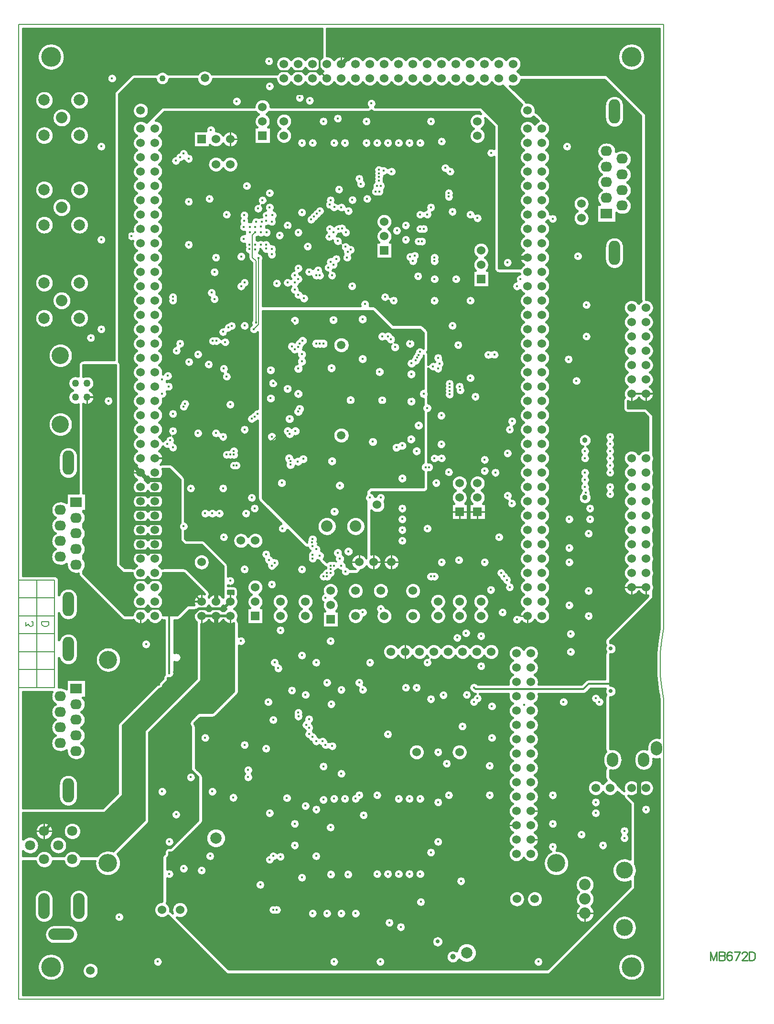
<source format=gbr>
%FSTAX23Y23*%
%MOIN*%
%SFA1B1*%

%IPPOS*%
%ADD10C,0.015000*%
%ADD11C,0.010000*%
%ADD58C,0.005000*%
%ADD59C,0.008000*%
%ADD60C,0.020000*%
%ADD61C,0.012000*%
%ADD62C,0.030000*%
%ADD66C,0.060000*%
%ADD67O,0.080000X0.170000*%
%ADD68C,0.050000*%
%ADD69C,0.118000*%
%ADD70C,0.126000*%
%ADD71C,0.059000*%
%ADD72O,0.080000X0.070000*%
%ADD73R,0.080000X0.070000*%
%ADD74C,0.080000*%
%ADD75C,0.079000*%
%ADD76C,0.079000*%
%ADD77C,0.126000*%
%ADD78C,0.126000*%
%ADD79R,0.060000X0.060000*%
%ADD80C,0.045000*%
%ADD81O,0.080000X0.180000*%
%ADD82O,0.180000X0.080000*%
%ADD83C,0.138000*%
%ADD84C,0.071000*%
%ADD85C,0.120000*%
%ADD86C,0.028000*%
%ADD87C,0.039000*%
%ADD88C,0.043000*%
%ADD89C,0.038000*%
%ADD90C,0.028000*%
%ADD91C,0.016000*%
%LNmb672d-1*%
%LPD*%
G54D10*
X04021Y05583D02*
D01*
X04024Y05585*
X04028Y05587*
X04031Y0559*
X04034Y05593*
X04037Y05596*
X0404Y056*
X04042Y05603*
X04044Y05607*
X04046Y05611*
X04048Y05615*
X04049Y05619*
X0405Y05623*
X04051Y05628*
X04052Y05632*
X04052Y05636*
X04052Y05638*
X03997Y06013D02*
D01*
X03996Y06017*
X03996Y06022*
X03995Y06027*
X03994Y06031*
X03992Y06036*
X03991Y0604*
X03989Y06044*
X03986Y06049*
X03984Y06052*
X03981Y06056*
X03977Y0606*
X03974Y06063*
X0397Y06066*
X03967Y06069*
X03963Y06071*
X03958Y06074*
X03954Y06076*
X0395Y06077*
X03945Y06078*
X0394Y06079*
X03936Y0608*
X03931Y0608*
X03926*
X03921Y0608*
X03917Y06079*
X03912Y06078*
X03907Y06077*
X03903Y06076*
X03899Y06074*
X03895Y06071*
X0389Y06069*
X03887Y06066*
X03883Y06063*
X0388Y0606*
X03876Y06056*
X03873Y06052*
X03871Y06049*
X03868Y06044*
X03866Y0604*
X03865Y06036*
X03863Y06031*
X03862Y06027*
X03861Y06022*
X03861Y06017*
X03862Y06013*
Y05923D02*
D01*
X03862Y05918*
X03862Y05913*
X03863Y05908*
X03864Y05904*
X03866Y05899*
X03867Y05895*
X03869Y05891*
X03872Y05886*
X03874Y05883*
X03877Y05879*
X03881Y05875*
X03884Y05872*
X03888Y05869*
X03891Y05866*
X03896Y05864*
X039Y05861*
X03904Y05859*
X03908Y05858*
X03913Y05857*
X03918Y05856*
X03922Y05855*
X03927Y05855*
X03932*
X03937Y05855*
X03941Y05856*
X03946Y05857*
X03951Y05858*
X03955Y05859*
X03959Y05861*
X03964Y05864*
X03968Y05866*
X03971Y05869*
X03975Y05872*
X03978Y05875*
X03982Y05879*
X03985Y05883*
X03987Y05886*
X0399Y05891*
X03992Y05895*
X03993Y05899*
X03995Y05904*
X03996Y05908*
X03997Y05913*
X03997Y05918*
X03997Y05923*
X04052Y05638D02*
D01*
X04051Y05642*
X04051Y05646*
X0405Y0565*
X04049Y05655*
X04048Y05659*
X04046Y05663*
X04044Y05667*
X04042Y0567*
X0404Y05674*
X04037Y05677*
X04034Y05681*
X04031Y05684*
X04028Y05686*
X04024Y05689*
X04021Y05691*
X04017Y05693*
X04013Y05695*
X04009Y05696*
X04004Y05698*
X04Y05699*
X03996Y05699*
X03992Y05699*
X0399Y05701*
X04052Y05529D02*
D01*
X04051Y05533*
X04051Y05537*
X0405Y05541*
X04049Y05546*
X04048Y0555*
X04046Y05554*
X04044Y05558*
X04042Y05561*
X0404Y05565*
X04037Y05568*
X04034Y05572*
X04031Y05575*
X04028Y05577*
X04024Y0558*
X04021Y05582*
Y05583*
Y05475D02*
D01*
X04024Y05477*
X04028Y05479*
X04031Y05482*
X04034Y05485*
X04037Y05488*
X0404Y05492*
X04042Y05495*
X04044Y05499*
X04046Y05503*
X04048Y05507*
X04049Y05511*
X0405Y05515*
X04051Y0552*
X04052Y05524*
X04052Y05528*
X04052Y05529*
Y0542D02*
D01*
X04051Y05424*
X04051Y05428*
X0405Y05432*
X04049Y05437*
X04048Y05441*
X04046Y05445*
X04044Y05449*
X04042Y05452*
X0404Y05456*
X04037Y05459*
X04034Y05463*
X04031Y05466*
X04028Y05468*
X04024Y05471*
X04021Y05473*
Y05475*
Y05365D02*
D01*
X04024Y05367*
X04028Y05369*
X04031Y05372*
X04034Y05375*
X04037Y05378*
X0404Y05382*
X04042Y05385*
X04044Y05389*
X04046Y05393*
X04048Y05397*
X04049Y05401*
X0405Y05405*
X04051Y0541*
X04052Y05414*
X04052Y05418*
X04052Y0542*
X0398Y05701D02*
D01*
X03975Y057*
X03971Y057*
X03967Y05699*
X03962Y05698*
X03958Y05697*
X03954Y05695*
X0395Y05693*
X03947Y05691*
X03943Y05689*
X03942Y05688*
X03943Y05693D02*
D01*
X03942Y05697*
X03942Y05701*
X03941Y05705*
X0394Y0571*
X03939Y05714*
X03937Y05718*
X03935Y05722*
X03933Y05725*
X03931Y05729*
X03928Y05732*
X03925Y05736*
X03922Y05739*
X03919Y05741*
X03915Y05744*
X03912Y05746*
X03908Y05748*
X03904Y0575*
X039Y05751*
X03895Y05753*
X03891Y05754*
X03887Y05754*
X03883Y05754*
X0388Y05755*
X0387D02*
D01*
X03865Y05754*
X03861Y05754*
X03857Y05753*
X03852Y05752*
X03848Y05751*
X03844Y05749*
X0384Y05747*
X03837Y05745*
X03833Y05743*
X0383Y0574*
X03826Y05737*
X03823Y05734*
X03821Y05731*
X03818Y05727*
X03816Y05724*
X03814Y0572*
X03812Y05716*
X03811Y05712*
X03809Y05707*
X03808Y05703*
X03808Y05699*
X03808Y05695*
Y0569*
X03808Y05686*
X03808Y05682*
X03809Y05678*
X03811Y05673*
X03812Y05669*
X03814Y05665*
X03816Y05662*
X03818Y05658*
X03821Y05654*
X03823Y05651*
X03826Y05648*
X0383Y05645*
X03833Y05642*
X03837Y0564*
X03839Y05639*
X03835Y05636*
X03831Y05634*
X03828Y05631*
X03825Y05628*
X03822Y05625*
X03819Y05621*
X03817Y05618*
X03815Y05614*
X03813Y0561*
X03811Y05606*
X0381Y05602*
X03809Y05598*
X03808Y05593*
X03807Y05589*
X03807Y05585*
X03807Y0558*
X03808Y05576*
X03809Y05572*
X0381Y05567*
X03811Y05563*
X03813Y05559*
X03814Y05555*
X03817Y05552*
X03819Y05548*
X03822Y05545*
X03825Y05541*
X03828Y05538*
X03831Y05536*
X03835Y05533*
X03838Y05531*
X03839Y0553*
X03635Y05725D02*
D01*
X03634Y05727*
X03634Y0573*
X03634Y05732*
X03633Y05734*
X03632Y05737*
X03631Y05739*
X0363Y05741*
X03629Y05744*
X03628Y05746*
X03626Y05748*
X03624Y0575*
X03623Y05751*
X03621Y05753*
X03619Y05754*
X03617Y05756*
X03614Y05757*
X03612Y05758*
X0361Y05759*
X03607Y05759*
X03605Y0576*
X03602Y0576*
X036Y0576*
X03597*
X03595Y0576*
X03592Y0576*
X0359Y05759*
X03587Y05759*
X03585Y05758*
X03583Y05757*
X03581Y05756*
X03578Y05754*
X03576Y05753*
X03574Y05751*
X03573Y0575*
X03571Y05748*
X03569Y05746*
X03568Y05744*
X03567Y05741*
X03566Y05739*
X03565Y05737*
X03564Y05734*
X03563Y05732*
X03563Y0573*
X03563Y05727*
X03563Y05725*
X03563Y05722*
X03563Y05719*
X03563Y05717*
X03564Y05715*
X03565Y05712*
X03566Y0571*
X03567Y05708*
X03568Y05705*
X03569Y05703*
X03571Y05701*
X03573Y05699*
X03574Y05698*
X03576Y05696*
X03578Y05695*
X03581Y05693*
X03583Y05692*
X03585Y05691*
X03587Y0569*
X0359Y0569*
X03592Y05689*
X03595Y05689*
X03597Y05689*
X036*
X03602Y05689*
X03605Y05689*
X03607Y0569*
X0361Y0569*
X03612Y05691*
X03614Y05692*
X03617Y05693*
X03619Y05695*
X03621Y05696*
X03623Y05698*
X03624Y05699*
X03626Y05701*
X03628Y05703*
X03629Y05705*
X0363Y05708*
X03631Y0571*
X03632Y05712*
X03633Y05715*
X03634Y05717*
X03634Y05719*
X03634Y05722*
X03635Y05725*
X03839Y0553D02*
D01*
X03835Y05527*
X03831Y05525*
X03828Y05522*
X03825Y05519*
X03822Y05516*
X03819Y05512*
X03817Y05509*
X03815Y05505*
X03813Y05501*
X03811Y05497*
X0381Y05493*
X03809Y05489*
X03808Y05484*
X03807Y0548*
X03807Y05476*
X03807Y05471*
X03808Y05467*
X03809Y05463*
X0381Y05458*
X03811Y05454*
X03813Y0545*
X03814Y05446*
X03817Y05443*
X03819Y05439*
X03822Y05436*
X03825Y05432*
X03828Y05429*
X03831Y05427*
X03835Y05424*
X03838Y05422*
X03839Y0542*
X03835Y05417*
X03831Y05415*
X03828Y05412*
X03825Y05409*
X03822Y05406*
X03819Y05402*
X03817Y05399*
X03815Y05395*
X03813Y05391*
X03811Y05387*
X0381Y05383*
X03809Y05379*
X03808Y05374*
X03807Y0537*
X03807Y05366*
X03807Y05361*
X03808Y05357*
X03809Y05353*
X0381Y05348*
X03811Y05344*
X03813Y0534*
X03814Y05336*
X03817Y05333*
X03819Y05329*
X03822Y05326*
X03825Y05322*
X03828Y05319*
X03828Y05319*
X04052Y05311D02*
D01*
X04051Y05315*
X04051Y05319*
X0405Y05323*
X04049Y05328*
X04048Y05332*
X04046Y05336*
X04044Y0534*
X04042Y05343*
X0404Y05347*
X04037Y0535*
X04034Y05354*
X04031Y05357*
X04028Y05359*
X04024Y05362*
X04021Y05364*
Y05365*
X0399Y05248D02*
D01*
X03994Y05248*
X03998Y05248*
X04002Y05249*
X04007Y0525*
X04011Y05251*
X04015Y05253*
X04019Y05255*
X04022Y05257*
X04026Y05259*
X04029Y05262*
X04033Y05265*
X04036Y05268*
X04038Y05271*
X04041Y05275*
X04043Y05279*
X04045Y05282*
X04047Y05286*
X04048Y0529*
X0405Y05295*
X04051Y05299*
X04051Y05303*
X04051Y05307*
X04052Y05311*
X03943Y05261D02*
D01*
X03946Y05258*
X0395Y05256*
X03954Y05254*
X03958Y05252*
X03962Y05251*
X03966Y05249*
X0397Y05249*
X03975Y05248*
X03979Y05248*
X0398Y05248*
X03997Y05027D02*
D01*
X03996Y05031*
X03996Y05036*
X03995Y05041*
X03994Y05045*
X03992Y0505*
X03991Y05054*
X03989Y05058*
X03986Y05063*
X03984Y05066*
X03981Y0507*
X03977Y05074*
X03974Y05077*
X0397Y0508*
X03967Y05083*
X03963Y05085*
X03958Y05088*
X03954Y0509*
X0395Y05091*
X03945Y05092*
X0394Y05093*
X03936Y05094*
X03931Y05094*
X03926*
X03921Y05094*
X03917Y05093*
X03912Y05092*
X03907Y05091*
X03903Y0509*
X03899Y05088*
X03895Y05085*
X0389Y05083*
X03887Y0508*
X03883Y05077*
X0388Y05074*
X03876Y0507*
X03873Y05066*
X03871Y05063*
X03868Y05058*
X03866Y05054*
X03865Y0505*
X03863Y05045*
X03862Y05041*
X03861Y05036*
X03861Y05031*
X03862Y05027*
X04115Y04657D02*
D01*
X04115Y04654*
X04115Y04652*
X04115Y04649*
X04116Y04647*
X04117Y04647*
X04115Y04657D02*
D01*
X04115Y04654*
X04115Y04652*
X04115Y04649*
X04116Y04647*
X04117Y04647*
X04113Y04644*
X0411Y04641*
X04107Y04639*
X04105Y04636*
X04102Y04632*
X041Y04629*
X041Y04628*
X03862Y04937D02*
D01*
X03862Y04932*
X03862Y04927*
X03863Y04922*
X03864Y04918*
X03866Y04913*
X03867Y04909*
X03869Y04905*
X03872Y049*
X03874Y04897*
X03877Y04893*
X03881Y04889*
X03884Y04886*
X03888Y04883*
X03891Y0488*
X03896Y04878*
X039Y04875*
X03904Y04873*
X03908Y04872*
X03913Y04871*
X03918Y0487*
X03922Y04869*
X03927Y04869*
X03932*
X03937Y04869*
X03941Y0487*
X03946Y04871*
X03951Y04872*
X03955Y04873*
X03959Y04875*
X03964Y04878*
X03968Y0488*
X03971Y04883*
X03975Y04886*
X03978Y04889*
X03982Y04893*
X03985Y04897*
X03987Y049*
X0399Y04905*
X03992Y04909*
X03993Y04913*
X03995Y04918*
X03996Y04922*
X03997Y04927*
X03997Y04932*
X03997Y04937*
X041Y04628D02*
D01*
X04097Y04631*
X04095Y04634*
X04093Y04637*
X0409Y0464*
X04087Y04643*
X04084Y04645*
X04081Y04648*
X04077Y0465*
X04073Y04652*
X0407Y04653*
X04066Y04654*
X04062Y04655*
X04058Y04656*
X04054Y04657*
X0405Y04657*
X04046Y04657*
X04042Y04656*
X04038Y04656*
X04034Y04655*
X04031Y04654*
X04027Y04652*
X04023Y0465*
X0402Y04648*
X04016Y04646*
X04013Y04644*
X0401Y04641*
X04007Y04638*
X04005Y04635*
X04002Y04632*
X04Y04629*
X03998Y04625*
X03997Y04622*
X03995Y04618*
X03994Y04614*
X03993Y0461*
X03993Y04606*
X03992Y04602*
X03992Y04598*
X03992Y04594*
X03993Y0459*
X03994Y04586*
X03995Y04583*
X03996Y04579*
X03998Y04575*
X04Y04572*
X04002Y04568*
X04004Y04565*
X04006Y04562*
X04009Y04559*
X04012Y04556*
X04015Y04554*
X04018Y04551*
X04022Y0455*
X04018Y04547*
X04015Y04545*
X04012Y04543*
X04009Y0454*
X04006Y04537*
X04004Y04534*
X04001Y04531*
X03999Y04527*
X03997Y04523*
X03996Y0452*
X03995Y04516*
X03994Y04512*
X03993Y04508*
X03992Y04504*
X03992Y045*
X03992Y04496*
X03993Y04492*
X03993Y04488*
X03994Y04484*
X03995Y04481*
X03997Y04477*
X03999Y04473*
X04001Y0447*
X04003Y04466*
X04005Y04463*
X04008Y0446*
X04011Y04457*
X04014Y04455*
X04017Y04452*
X0402Y0445*
X04022Y0445*
X04018Y04447*
X04015Y04445*
X04012Y04443*
X04009Y0444*
X04006Y04437*
X04004Y04434*
X04001Y04431*
X03999Y04427*
X03997Y04423*
X03996Y0442*
X03995Y04416*
X03994Y04412*
X03993Y04408*
X03992Y04404*
X03992Y044*
X03992Y04396*
X03993Y04392*
X03993Y04388*
X03994Y04384*
X03995Y04381*
X03997Y04377*
X03999Y04373*
X04001Y0437*
X04003Y04366*
X04005Y04363*
X04008Y0436*
X04011Y04357*
X04014Y04355*
X04017Y04352*
X0402Y0435*
X04022Y0435*
X03728Y05275D02*
D01*
X03731Y05277*
X03734Y05279*
X03737Y05281*
X0374Y05284*
X03743Y05287*
X03745Y0529*
X03748Y05293*
X0375Y05297*
X03752Y05301*
X03753Y05304*
X03754Y05308*
X03755Y05312*
X03756Y05316*
X03757Y0532*
X03757Y05324*
X03757Y05325*
X03756Y05329*
X03756Y05333*
X03755Y05337*
X03754Y0534*
X03753Y05344*
X03751Y05348*
X0375Y05352*
X03748Y05355*
X03745Y05359*
X03743Y05362*
X0374Y05365*
X03737Y05368*
X03734Y0537*
X03731Y05373*
X03728Y05375*
X03724Y05377*
X0372Y05378*
X03716Y0538*
X03713Y05381*
X03709Y05382*
X03705Y05382*
X03701Y05382*
X03696*
X03692Y05382*
X03688Y05382*
X03684Y05381*
X03681Y0538*
X03677Y05378*
X03673Y05377*
X0367Y05375*
X03666Y05373*
X03663Y0537*
X0366Y05368*
X03657Y05365*
X03654Y05362*
X03652Y05359*
X03649Y05355*
X03647Y05352*
X03646Y05348*
X03644Y05344*
X03643Y0534*
X03642Y05337*
X03641Y05333*
X03641Y05329*
X03641Y05325*
X03641Y0532*
X03641Y05316*
X03642Y05312*
X03643Y05309*
X03644Y05305*
X03646Y05301*
X03647Y05297*
X03649Y05294*
X03652Y0529*
X03654Y05287*
X03657Y05284*
X0366Y05281*
X03663Y05279*
X03666Y05276*
X0367Y05274*
X03672Y05275*
X03757Y05225D02*
D01*
X03756Y05229*
X03756Y05233*
X03755Y05237*
X03754Y0524*
X03753Y05244*
X03751Y05248*
X0375Y05252*
X03748Y05255*
X03745Y05259*
X03743Y05262*
X0374Y05265*
X03737Y05268*
X03734Y0527*
X03731Y05273*
X03728Y05275*
X03672D02*
D01*
X03668Y05272*
X03665Y0527*
X03662Y05268*
X03659Y05265*
X03656Y05262*
X03654Y05259*
X03651Y05256*
X03649Y05252*
X03647Y05248*
X03646Y05245*
X03645Y05241*
X03644Y05237*
X03643Y05233*
X03642Y05229*
X03642Y05225*
X03642Y05221*
X03643Y05217*
X03643Y05213*
X03644Y05209*
X03645Y05206*
X03647Y05202*
X03649Y05198*
X03651Y05195*
X03653Y05191*
X03655Y05188*
X03658Y05185*
X03661Y05182*
X03664Y0518*
X03667Y05177*
X0367Y05175*
X03674Y05173*
X03677Y05172*
X03681Y0517*
X03685Y05169*
X03689Y05168*
X03693Y05168*
X03697Y05167*
X03701Y05167*
X03705Y05167*
X03709Y05168*
X03713Y05169*
X03716Y0517*
X0372Y05171*
X03724Y05173*
X03728Y05175*
X03731Y05177*
X03734Y05179*
X03737Y05181*
X0374Y05184*
X03743Y05187*
X03745Y0519*
X03748Y05193*
X0375Y05197*
X03752Y05201*
X03753Y05204*
X03754Y05208*
X03755Y05212*
X03756Y05216*
X03757Y0522*
X03757Y05224*
X03757Y05225*
X03711Y0496D02*
D01*
X0371Y04962*
X0371Y04965*
X0371Y04967*
X03709Y04969*
X03708Y04972*
X03707Y04974*
X03706Y04976*
X03705Y04979*
X03704Y04981*
X03702Y04983*
X037Y04985*
X03699Y04986*
X03697Y04988*
X03695Y04989*
X03693Y04991*
X0369Y04992*
X03688Y04993*
X03686Y04994*
X03683Y04994*
X03681Y04995*
X03678Y04995*
X03676Y04995*
X03673*
X03671Y04995*
X03668Y04995*
X03666Y04994*
X03663Y04994*
X03661Y04993*
X03659Y04992*
X03657Y04991*
X03654Y04989*
X03652Y04988*
X0365Y04986*
X03649Y04985*
X03647Y04983*
X03645Y04981*
X03644Y04979*
X03643Y04976*
X03642Y04974*
X03641Y04972*
X0364Y04969*
X03639Y04967*
X03639Y04965*
X03639Y04962*
X03639Y0496*
X03639Y04957*
X03639Y04954*
X03639Y04952*
X0364Y0495*
X03641Y04947*
X03642Y04945*
X03643Y04943*
X03644Y0494*
X03645Y04938*
X03647Y04936*
X03649Y04934*
X0365Y04933*
X03652Y04931*
X03654Y0493*
X03657Y04928*
X03659Y04927*
X03661Y04926*
X03663Y04925*
X03666Y04925*
X03668Y04924*
X03671Y04924*
X03673Y04924*
X03676*
X03678Y04924*
X03681Y04924*
X03683Y04925*
X03686Y04925*
X03688Y04926*
X0369Y04927*
X03693Y04928*
X03695Y0493*
X03697Y04931*
X03699Y04933*
X037Y04934*
X03702Y04936*
X03704Y04938*
X03705Y0494*
X03706Y04943*
X03707Y04945*
X03708Y04947*
X03709Y0495*
X0371Y04952*
X0371Y04954*
X0371Y04957*
X03711Y0496*
X0377Y0462D02*
D01*
X03769Y04622*
X03769Y04625*
X03769Y04627*
X03768Y04629*
X03767Y04632*
X03766Y04634*
X03765Y04636*
X03764Y04639*
X03763Y04641*
X03761Y04643*
X03759Y04645*
X03758Y04646*
X03756Y04648*
X03754Y04649*
X03752Y04651*
X03749Y04652*
X03747Y04653*
X03745Y04654*
X03742Y04654*
X0374Y04655*
X03737Y04655*
X03735Y04655*
X03732*
X0373Y04655*
X03727Y04655*
X03725Y04654*
X03722Y04654*
X0372Y04653*
X03718Y04652*
X03716Y04651*
X03713Y04649*
X03711Y04648*
X03709Y04646*
X03708Y04645*
X03706Y04643*
X03704Y04641*
X03703Y04639*
X03702Y04636*
X03701Y04634*
X037Y04632*
X03699Y04629*
X03698Y04627*
X03698Y04625*
X03698Y04622*
X03698Y0462*
X03698Y04617*
X03698Y04614*
X03698Y04612*
X03699Y0461*
X037Y04607*
X03701Y04605*
X03702Y04603*
X03703Y046*
X03704Y04598*
X03706Y04596*
X03708Y04594*
X03709Y04593*
X03711Y04591*
X03713Y0459*
X03716Y04588*
X03718Y04587*
X0372Y04586*
X03722Y04585*
X03725Y04585*
X03727Y04584*
X0373Y04584*
X03732Y04584*
X03735*
X03737Y04584*
X0374Y04584*
X03742Y04585*
X03745Y04585*
X03747Y04586*
X03749Y04587*
X03752Y04588*
X03754Y0459*
X03756Y04591*
X03758Y04593*
X03759Y04594*
X03761Y04596*
X03763Y04598*
X03764Y046*
X03765Y04603*
X03766Y04605*
X03767Y04607*
X03768Y0461*
X03769Y04612*
X03769Y04614*
X03769Y04617*
X0377Y0462*
Y044D02*
D01*
X03769Y04402*
X03769Y04405*
X03769Y04407*
X03768Y04409*
X03767Y04412*
X03766Y04414*
X03765Y04416*
X03764Y04419*
X03763Y04421*
X03761Y04423*
X03759Y04425*
X03758Y04426*
X03756Y04428*
X03754Y04429*
X03752Y04431*
X03749Y04432*
X03747Y04433*
X03745Y04434*
X03742Y04434*
X0374Y04435*
X03737Y04435*
X03735Y04435*
X03732*
X0373Y04435*
X03727Y04435*
X03725Y04434*
X03722Y04434*
X0372Y04433*
X03718Y04432*
X03716Y04431*
X03713Y04429*
X03711Y04428*
X03709Y04426*
X03708Y04425*
X03706Y04423*
X03704Y04421*
X03703Y04419*
X03702Y04416*
X03701Y04414*
X037Y04412*
X03699Y04409*
X03698Y04407*
X03698Y04405*
X03698Y04402*
X03698Y044*
X03698Y04397*
X03698Y04394*
X03698Y04392*
X03699Y0439*
X037Y04387*
X03701Y04385*
X03702Y04383*
X03703Y0438*
X03704Y04378*
X03706Y04376*
X03708Y04374*
X03709Y04373*
X03711Y04371*
X03713Y0437*
X03716Y04368*
X03718Y04367*
X0372Y04366*
X03722Y04365*
X03725Y04365*
X03727Y04364*
X0373Y04364*
X03732Y04364*
X03735*
X03737Y04364*
X0374Y04364*
X03742Y04365*
X03745Y04365*
X03747Y04366*
X03749Y04367*
X03752Y04368*
X03754Y0437*
X03756Y04371*
X03758Y04373*
X03759Y04374*
X03761Y04376*
X03763Y04378*
X03764Y0438*
X03765Y04383*
X03766Y04385*
X03767Y04387*
X03768Y0439*
X03769Y04392*
X03769Y04394*
X03769Y04397*
X0377Y044*
X03433Y05907D02*
D01*
X03432Y05909*
X03431Y05911*
X0343Y05914*
X03429Y05916*
X03428Y05918*
X03427Y0592*
X03426Y05922*
X03424Y05924*
X03424Y05926*
X03382Y05965D02*
D01*
X03382Y05969*
X03382Y05973*
X03382Y05975*
X03453Y058D02*
D01*
X03456Y05802*
X03459Y05804*
X03462Y05806*
X03465Y05809*
X03468Y05812*
X0347Y05815*
X03473Y05818*
X03475Y05822*
X03477Y05826*
X03478Y05829*
X03479Y05833*
X0348Y05837*
X03481Y05841*
X03482Y05845*
X03482Y05849*
X03483Y0585*
X03482Y05854*
X03482Y05858*
X03481Y05862*
X0348Y05865*
X03479Y05869*
X03477Y05873*
X03476Y05877*
X03474Y0588*
X03471Y05884*
X03469Y05887*
X03466Y0589*
X03463Y05893*
X0346Y05895*
X03457Y05898*
X03454Y059*
X0345Y05902*
X03446Y05903*
X03442Y05905*
X03439Y05906*
X03435Y05907*
X03433Y05907*
X03483Y0575D02*
D01*
X03482Y05754*
X03482Y05758*
X03481Y05762*
X0348Y05765*
X03479Y05769*
X03477Y05773*
X03476Y05777*
X03474Y0578*
X03471Y05784*
X03469Y05787*
X03466Y0579*
X03463Y05793*
X0346Y05795*
X03457Y05798*
X03454Y058*
X03453Y058*
X03202Y06147D02*
D01*
X03205Y06145*
X03209Y06144*
X03213Y06143*
X03217Y06142*
X03221Y06142*
X03225Y06142*
X03229Y06142*
X03233Y06142*
X03237Y06143*
X03241Y06144*
X03245Y06145*
X03248Y06147*
X03252Y06149*
X03256Y06151*
X03259Y06153*
X03262Y06156*
X03265Y06158*
X03268Y06161*
X0327Y06164*
X03273Y06168*
X03275Y06171*
X03277Y06175*
X03278Y06178*
X0328Y06182*
X03281Y06186*
X03282Y0619*
X0339Y05959D02*
D01*
X03388Y0596*
X03386Y05962*
X03384Y05963*
X03382Y05964*
X03382Y05965*
Y05975D02*
D01*
X03381Y05979*
X03381Y05983*
X0338Y05987*
X03379Y0599*
X03378Y05994*
X03376Y05998*
X03375Y06002*
X03373Y06005*
X0337Y06009*
X03368Y06012*
X03365Y06015*
X03362Y06018*
X03359Y0602*
X03356Y06023*
X03353Y06025*
X03349Y06027*
X03345Y06028*
X03341Y0603*
X03338Y06031*
X03334Y06032*
X0333Y06032*
X03326Y06032*
X03321*
X03317Y06032*
X03315Y06032*
X03313Y06034*
X03312Y06036*
X0331Y06038*
X03309Y06039*
X03309Y0604*
X03536Y0522D02*
D01*
X03535Y05222*
X03535Y05225*
X03535Y05227*
X03534Y05229*
X03533Y05232*
X03532Y05234*
X03531Y05236*
X0353Y05239*
X03529Y05241*
X03527Y05243*
X03525Y05245*
X03524Y05246*
X03522Y05248*
X0352Y05249*
X03518Y05251*
X03515Y05252*
X03513Y05253*
X03511Y05254*
X03508Y05254*
X03506Y05255*
X03503Y05255*
X03501Y05255*
X03498*
X03496Y05255*
X03493Y05255*
X03491Y05254*
X03488Y05254*
X03486Y05253*
X03484Y05252*
X03482Y05251*
Y05251*
X03453Y057D02*
D01*
X03456Y05702*
X03459Y05704*
X03462Y05706*
X03465Y05709*
X03468Y05712*
X0347Y05715*
X03473Y05718*
X03475Y05722*
X03477Y05726*
X03478Y05729*
X03479Y05733*
X0348Y05737*
X03481Y05741*
X03482Y05745*
X03482Y05749*
X03483Y0575*
Y0565D02*
D01*
X03482Y05654*
X03482Y05658*
X03481Y05662*
X0348Y05665*
X03479Y05669*
X03477Y05673*
X03476Y05677*
X03474Y0568*
X03471Y05684*
X03469Y05687*
X03466Y0569*
X03463Y05693*
X0346Y05695*
X03457Y05698*
X03454Y057*
X03453Y057*
Y056D02*
D01*
X03456Y05602*
X03459Y05604*
X03462Y05606*
X03465Y05609*
X03468Y05612*
X0347Y05615*
X03473Y05618*
X03475Y05622*
X03477Y05626*
X03478Y05629*
X03479Y05633*
X0348Y05637*
X03481Y05641*
X03482Y05645*
X03482Y05649*
X03483Y0565*
Y0555D02*
D01*
X03482Y05554*
X03482Y05558*
X03481Y05562*
X0348Y05565*
X03479Y05569*
X03477Y05573*
X03476Y05577*
X03474Y0558*
X03471Y05584*
X03469Y05587*
X03466Y0559*
X03463Y05593*
X0346Y05595*
X03457Y05598*
X03454Y056*
X03453Y056*
Y055D02*
D01*
X03456Y05502*
X03459Y05504*
X03462Y05506*
X03465Y05509*
X03468Y05512*
X0347Y05515*
X03473Y05518*
X03475Y05522*
X03477Y05526*
X03478Y05529*
X03479Y05533*
X0348Y05537*
X03481Y05541*
X03482Y05545*
X03482Y05549*
X03483Y0555*
Y0545D02*
D01*
X03482Y05454*
X03482Y05458*
X03481Y05462*
X0348Y05465*
X03479Y05469*
X03477Y05473*
X03476Y05477*
X03474Y0548*
X03471Y05484*
X03469Y05487*
X03466Y0549*
X03463Y05493*
X0346Y05495*
X03457Y05498*
X03454Y055*
X03453Y055*
Y054D02*
D01*
X03456Y05402*
X03459Y05404*
X03462Y05406*
X03465Y05409*
X03468Y05412*
X0347Y05415*
X03473Y05418*
X03475Y05422*
X03477Y05426*
X03478Y05429*
X03479Y05433*
X0348Y05437*
X03481Y05441*
X03482Y05445*
X03482Y05449*
X03483Y0545*
Y0535D02*
D01*
X03482Y05354*
X03482Y05358*
X03481Y05362*
X0348Y05365*
X03479Y05369*
X03477Y05373*
X03476Y05377*
X03474Y0538*
X03471Y05384*
X03469Y05387*
X03466Y0539*
X03463Y05393*
X0346Y05395*
X03457Y05398*
X03454Y054*
X03453Y054*
Y053D02*
D01*
X03456Y05302*
X03459Y05304*
X03462Y05306*
X03465Y05309*
X03468Y05312*
X0347Y05315*
X03473Y05318*
X03475Y05322*
X03477Y05326*
X03478Y05329*
X03479Y05333*
X0348Y05337*
X03481Y05341*
X03482Y05345*
X03482Y05349*
X03483Y0535*
X03482Y05251D02*
D01*
X03481Y05254*
X03481Y05258*
X0348Y05262*
X03479Y05266*
X03478Y0527*
X03476Y05274*
X03474Y05277*
X03472Y05281*
X0347Y05284*
X03468Y05287*
X03465Y0529*
X03462Y05293*
X03459Y05295*
X03456Y05297*
X03453Y053*
X03466Y0521D02*
D01*
X03466Y05207*
X03467Y05205*
X03468Y05203*
X0347Y05201*
X03471Y05198*
X03473Y05197*
X03474Y05195*
X03476Y05193*
X03478Y05191*
X0348Y0519*
X03482Y05189*
X03484Y05188*
X03486Y05187*
X03489Y05186*
X03491Y05185*
X03494Y05185*
X03496Y05184*
X03499Y05184*
X03501Y05184*
X03503Y05184*
X03506Y05185*
X03508Y05185*
X03511Y05186*
X03513Y05187*
X03515Y05188*
X03517Y05189*
X0352Y0519*
X03522Y05192*
X03523Y05193*
X03525Y05195*
X03527Y05197*
X03528Y05199*
X0353Y05201*
X03531Y05203*
X03532Y05205*
X03533Y05208*
X03534Y0521*
X03534Y05212*
X03535Y05215*
X03535Y05217*
X03536Y0522*
X03483Y0515D02*
D01*
X03482Y05154*
X03482Y05158*
X03481Y05162*
X0348Y05165*
X03479Y05169*
X03477Y05173*
X03476Y05177*
X03474Y0518*
X03471Y05184*
X03469Y05187*
X03466Y0519*
X03463Y05193*
X0346Y05195*
X03457Y05198*
X03454Y052*
X03453Y052*
X03456Y05202*
X03459Y05204*
X03462Y05206*
X03465Y05209*
X03466Y0521*
X03453Y051D02*
D01*
X03456Y05102*
X03459Y05104*
X03462Y05106*
X03465Y05109*
X03468Y05112*
X0347Y05115*
X03473Y05118*
X03475Y05122*
X03477Y05126*
X03478Y05129*
X03479Y05133*
X0348Y05137*
X03481Y05141*
X03482Y05145*
X03482Y05149*
X03483Y0515*
Y0505D02*
D01*
X03482Y05054*
X03482Y05058*
X03481Y05062*
X0348Y05065*
X03479Y05069*
X03477Y05073*
X03476Y05077*
X03474Y0508*
X03471Y05084*
X03469Y05087*
X03466Y0509*
X03463Y05093*
X0346Y05095*
X03457Y05098*
X03454Y051*
X03453Y051*
Y05D02*
D01*
X03456Y05002*
X03459Y05004*
X03462Y05006*
X03465Y05009*
X03468Y05012*
X0347Y05015*
X03473Y05018*
X03475Y05022*
X03477Y05026*
X03478Y05029*
X03479Y05033*
X0348Y05037*
X03481Y05041*
X03482Y05045*
X03482Y05049*
X03483Y0505*
Y0495D02*
D01*
X03482Y04954*
X03482Y04958*
X03481Y04962*
X0348Y04965*
X03479Y04969*
X03477Y04973*
X03476Y04977*
X03474Y0498*
X03471Y04984*
X03469Y04987*
X03466Y0499*
X03463Y04993*
X0346Y04995*
X03457Y04998*
X03454Y05*
X03453Y05*
Y049D02*
D01*
X03456Y04902*
X03459Y04904*
X03462Y04906*
X03465Y04909*
X03468Y04912*
X0347Y04915*
X03473Y04918*
X03475Y04922*
X03477Y04926*
X03478Y04929*
X03479Y04933*
X0348Y04937*
X03481Y04941*
X03482Y04945*
X03482Y04949*
X03483Y0495*
Y0485D02*
D01*
X03482Y04854*
X03482Y04858*
X03481Y04862*
X0348Y04865*
X03479Y04869*
X03477Y04873*
X03476Y04877*
X03474Y0488*
X03471Y04884*
X03469Y04887*
X03466Y0489*
X03463Y04893*
X0346Y04895*
X03457Y04898*
X03454Y049*
X03453Y049*
Y048D02*
D01*
X03456Y04802*
X03459Y04804*
X03462Y04806*
X03465Y04809*
X03468Y04812*
X0347Y04815*
X03473Y04818*
X03475Y04822*
X03477Y04826*
X03478Y04829*
X03479Y04833*
X0348Y04837*
X03481Y04841*
X03482Y04845*
X03482Y04849*
X03483Y0485*
Y0475D02*
D01*
X03482Y04754*
X03482Y04758*
X03481Y04762*
X0348Y04765*
X03479Y04769*
X03477Y04773*
X03476Y04777*
X03474Y0478*
X03471Y04784*
X03469Y04787*
X03466Y0479*
X03463Y04793*
X0346Y04795*
X03457Y04798*
X03454Y048*
X03453Y048*
Y047D02*
D01*
X03456Y04702*
X03459Y04704*
X03462Y04706*
X03465Y04709*
X03468Y04712*
X0347Y04715*
X03473Y04718*
X03475Y04722*
X03477Y04726*
X03478Y04729*
X03479Y04733*
X0348Y04737*
X03481Y04741*
X03482Y04745*
X03482Y04749*
X03483Y0475*
Y0465D02*
D01*
X03482Y04654*
X03482Y04658*
X03481Y04662*
X0348Y04665*
X03479Y04669*
X03477Y04673*
X03476Y04677*
X03474Y0468*
X03471Y04684*
X03469Y04687*
X03466Y0469*
X03463Y04693*
X0346Y04695*
X03457Y04698*
X03454Y047*
X03453Y047*
Y046D02*
D01*
X03456Y04602*
X03459Y04604*
X03462Y04606*
X03465Y04609*
X03468Y04612*
X0347Y04615*
X03473Y04618*
X03475Y04622*
X03477Y04626*
X03478Y04629*
X03479Y04633*
X0348Y04637*
X03481Y04641*
X03482Y04645*
X03482Y04649*
X03483Y0465*
Y0455D02*
D01*
X03482Y04554*
X03482Y04558*
X03481Y04562*
X0348Y04565*
X03479Y04569*
X03477Y04573*
X03476Y04577*
X03474Y0458*
X03471Y04584*
X03469Y04587*
X03466Y0459*
X03463Y04593*
X0346Y04595*
X03457Y04598*
X03454Y046*
X03453Y046*
Y045D02*
D01*
X03456Y04502*
X03459Y04504*
X03462Y04506*
X03465Y04509*
X03468Y04512*
X0347Y04515*
X03473Y04518*
X03475Y04522*
X03477Y04526*
X03478Y04529*
X03479Y04533*
X0348Y04537*
X03481Y04541*
X03482Y04545*
X03482Y04549*
X03483Y0455*
Y0445D02*
D01*
X03482Y04454*
X03482Y04458*
X03481Y04462*
X0348Y04465*
X03479Y04469*
X03477Y04473*
X03476Y04477*
X03474Y0448*
X03471Y04484*
X03469Y04487*
X03466Y0449*
X03463Y04493*
X0346Y04495*
X03457Y04498*
X03454Y045*
X03453Y045*
Y044D02*
D01*
X03456Y04402*
X03459Y04404*
X03462Y04406*
X03465Y04409*
X03468Y04412*
X0347Y04415*
X03473Y04418*
X03475Y04422*
X03477Y04426*
X03478Y04429*
X03479Y04433*
X0348Y04437*
X03481Y04441*
X03482Y04445*
X03482Y04449*
X03483Y0445*
X03269Y04835D02*
D01*
X03266Y04834*
X03264Y04833*
X03261Y04832*
X03259Y04831*
X03257Y0483*
X03255Y04829*
X03253Y04828*
X03251Y04826*
X03249Y04824*
X03247Y04822*
X03246Y04821*
X03244Y04818*
X03243Y04816*
X03242Y04814*
X03241Y04812*
X0324Y04809*
X0324Y04807*
X03239Y04805*
X03239Y04802*
X03239Y048*
X03239Y04797*
X03239Y04795*
X0324Y04792*
X0324Y0479*
X03241Y04788*
X03242Y04785*
X03243Y04785*
X03274Y04724D02*
D01*
X03275Y0472*
X03278Y04717*
X0328Y04713*
X03283Y0471*
X03285Y04708*
X03288Y04705*
X03292Y04703*
X03295Y047*
X03297Y047*
X03243Y04785D02*
D01*
X0324Y04784*
X03238Y04783*
X03235Y04782*
X03233Y04781*
X03231Y0478*
X03229Y04779*
X03227Y04777*
X03225Y04775*
X03223Y04774*
X03222Y04772*
X0322Y0477*
X03219Y04768*
X03218Y04766*
X03217Y04763*
X03216Y04761*
X03215Y04759*
X03214Y04756*
X03214Y04754*
X03214Y04751*
X03214Y04749*
X03214Y04746*
X03214Y04744*
X03215Y04741*
X03215Y04739*
X03216Y04737*
X03217Y04734*
X03218Y04732*
X0322Y0473*
X03221Y04728*
X03223Y04726*
X03224Y04724*
X03226Y04722*
X03228Y04721*
X0323Y04719*
X03232Y04718*
X03235Y04717*
X03237Y04716*
X03239Y04715*
X03242Y04715*
X03244Y04714*
X03247Y04714*
X03249Y04714*
X03252Y04714*
X03254Y04714*
X03257Y04715*
X03259Y04715*
X03261Y04716*
X03264Y04717*
X03266Y04718*
X03268Y04719*
X0327Y0472*
X03272Y04722*
X03274Y04724*
X03297Y047D02*
D01*
X03293Y04697*
X0329Y04695*
X03287Y04693*
X03284Y0469*
X03281Y04687*
X03279Y04684*
X03276Y04681*
X03274Y04677*
X03272Y04673*
X03271Y0467*
X0327Y04666*
X03269Y04662*
X03268Y04658*
X03267Y04654*
X03267Y0465*
X03267Y04646*
X03268Y04642*
X03268Y04638*
X03269Y04634*
X0327Y04631*
X03272Y04627*
X03274Y04623*
X03276Y0462*
X03278Y04616*
X0328Y04613*
X03283Y0461*
X03286Y04607*
X03289Y04605*
X03292Y04602*
X03295Y046*
X03297Y046*
X03293Y04597*
X0329Y04595*
X03287Y04593*
X03284Y0459*
X03281Y04587*
X03279Y04584*
X03276Y04581*
X03274Y04577*
X03272Y04573*
X03271Y0457*
X0327Y04566*
X03269Y04562*
X03268Y04558*
X03267Y04554*
X03267Y0455*
X03267Y04546*
X03268Y04542*
X03268Y04538*
X03269Y04534*
X0327Y04531*
X03272Y04527*
X03274Y04523*
X03276Y0452*
X03278Y04516*
X0328Y04513*
X03283Y0451*
X03286Y04507*
X03289Y04505*
X03292Y04502*
X03295Y045*
X03297Y045*
X03293Y04497*
X0329Y04495*
X03287Y04493*
X03284Y0449*
X03281Y04487*
X03279Y04484*
X03276Y04481*
X03274Y04477*
X03272Y04473*
X03271Y0447*
X0327Y04466*
X03269Y04462*
X03268Y04458*
X03267Y04454*
X03267Y0445*
X03267Y04446*
X03268Y04442*
X03268Y04438*
X03269Y04434*
X0327Y04431*
X03272Y04427*
X03274Y04423*
X03276Y0442*
X03278Y04416*
X0328Y04413*
X03283Y0441*
X03286Y04407*
X03289Y04405*
X03292Y04402*
X03295Y044*
X03297Y044*
X04022Y0435D02*
D01*
X04018Y04347*
X04015Y04345*
X04012Y04343*
X04009Y0434*
X04006Y04337*
X04004Y04334*
X04001Y04331*
X03999Y04327*
X03997Y04323*
X03996Y0432*
X03995Y04316*
X03994Y04312*
X03993Y04308*
X03992Y04304*
X03992Y043*
X03992Y04296*
X03993Y04292*
X03993Y04288*
X03994Y04284*
X03995Y04281*
X03997Y04277*
X03999Y04273*
X04001Y0427*
X04003Y04266*
X04005Y04263*
X04008Y0426*
X04011Y04257*
X04014Y04255*
X04017Y04252*
X0402Y0425*
X04022Y0425*
X04018Y04247*
X04015Y04245*
X04012Y04243*
X04009Y0424*
X04006Y04237*
X04004Y04234*
X04001Y04231*
X03999Y04227*
X03997Y04223*
X03996Y0422*
X03995Y04216*
X03994Y04212*
X03993Y04208*
X03992Y04204*
X03992Y042*
X03992Y04196*
X03993Y04192*
X03993Y04188*
X03994Y04184*
X03995Y04181*
X03997Y04177*
X03999Y04173*
X04001Y0417*
X04003Y04166*
X04005Y04163*
X04008Y0416*
X04011Y04157*
X04014Y04155*
X04017Y04152*
X0402Y0415*
X04022Y0415*
X04018Y04147*
X04015Y04145*
X04012Y04143*
X04009Y0414*
X04006Y04137*
X04004Y04134*
X04001Y04131*
X03999Y04127*
X03997Y04123*
X03996Y0412*
X03995Y04116*
X03994Y04112*
X03993Y04108*
X03992Y04104*
X03992Y041*
X03992Y04096*
X03993Y04092*
X03993Y04088*
X03994Y04084*
X03995Y04081*
X03997Y04077*
X03999Y04073*
X04001Y0407*
X04003Y04066*
X04005Y04063*
X04008Y0406*
X04011Y04057*
X04014Y04055*
X04017Y04052*
X0402Y0405*
X04022Y0405*
X04018Y04047*
X04015Y04045*
X04012Y04043*
X04009Y0404*
X04006Y04037*
X04004Y04034*
X04001Y04031*
X03999Y04027*
X03997Y04023*
X03996Y0402*
X03995Y04016*
X03994Y04012*
X03993Y04008*
X03992Y04004*
X03992Y04*
X03992Y03996*
X03993Y03992*
X03993Y03988*
X03994Y03984*
X03995Y03981*
X03997Y03977*
X03999Y03973*
X04Y03972*
X0399Y039D02*
D01*
X0399Y03897*
X0399Y03895*
X0399Y03892*
X03991Y0389*
X03992Y03888*
X03993Y03885*
X03994Y03883*
X03995Y03881*
X03996Y03879*
X03998Y03877*
X03999Y03875*
X04001Y03873*
X04003Y03872*
X04005Y0387*
X04007Y03869*
X04009Y03868*
X04011Y03867*
X04014Y03866*
X04016Y03866*
X04018Y03865*
X04021Y03865*
X04023Y03865*
X04025Y03865*
X0399Y039D02*
D01*
X0399Y03897*
X0399Y03895*
X0399Y03892*
X03991Y0389*
X03992Y03888*
X03993Y03885*
X03994Y03883*
X03995Y03881*
X03996Y03879*
X03998Y03877*
X03999Y03875*
X04001Y03873*
X04003Y03872*
X04005Y0387*
X04007Y03869*
X04009Y03868*
X04011Y03867*
X04014Y03866*
X04016Y03866*
X04018Y03865*
X04021Y03865*
X04023Y03865*
X04025Y03865*
X04Y03972D02*
D01*
X03998Y0397*
X03996Y03968*
X03995Y03966*
X03994Y03964*
X03993Y03962*
X03992Y03959*
X03991Y03957*
X03991Y03955*
X0399Y03952*
X0399Y0395*
X0399Y03948*
X04Y03972D02*
D01*
X03998Y0397*
X03996Y03968*
X03995Y03966*
X03994Y03964*
X03993Y03962*
X03992Y03959*
X03991Y03957*
X03991Y03955*
X0399Y03952*
X0399Y0395*
X0399Y03948*
X04165Y03606D02*
D01*
X04161Y03606*
X04157Y03607*
X04153Y03607*
X04148Y03607*
X04144Y03607*
X0414Y03607*
X04136Y03606*
X04133Y03605*
X04129Y03604*
X04125Y03602*
X04121Y036*
X04118Y03598*
X04115Y03596*
X04111Y03593*
X04109Y0359*
X04106Y03588*
X04103Y03584*
X04101Y03581*
X041Y03578*
X03935Y037D02*
D01*
X03934Y03702*
X03934Y03705*
X03934Y03707*
X03933Y03709*
X03932Y03712*
X03931Y03714*
X0393Y03716*
X03929Y03719*
X03928Y03721*
X03926Y03723*
X03924Y03725*
X03923Y03726*
X03921Y03728*
X03919Y03729*
X03917Y03731*
X03914Y03732*
X03912Y03733*
X0391Y03734*
X03907Y03734*
X03905Y03735*
X03902Y03735*
X039Y03735*
X03897*
X03895Y03735*
X03892Y03735*
X0389Y03734*
X03887Y03734*
X03885Y03733*
X03883Y03732*
X03881Y03731*
X03878Y03729*
X03876Y03728*
X03874Y03726*
X03873Y03725*
X03871Y03723*
X03869Y03721*
X03868Y03719*
X03867Y03716*
X03866Y03714*
X03865Y03712*
X03864Y03709*
X03863Y03707*
X03863Y03705*
X03863Y03702*
X03863Y037*
X03863Y03697*
X03863Y03694*
X03863Y03692*
X03864Y0369*
X03865Y03687*
X03866Y03685*
X03867Y03683*
X03868Y0368*
X03869Y03678*
X03871Y03676*
X03873Y03674*
X03875Y03675*
X03645Y0424D02*
D01*
X03644Y04242*
X03644Y04245*
X03644Y04247*
X03643Y04249*
X03642Y04252*
X03641Y04254*
X0364Y04256*
X03639Y04259*
X03638Y04261*
X03636Y04263*
X03634Y04265*
X03633Y04266*
X03631Y04268*
X03629Y04269*
X03627Y04271*
X03624Y04272*
X03622Y04273*
X0362Y04274*
X03617Y04274*
X03615Y04275*
X03612Y04275*
X0361Y04275*
X03607*
X03605Y04275*
X03602Y04275*
X036Y04274*
X03597Y04274*
X03595Y04273*
X03593Y04272*
X03591Y04271*
X03588Y04269*
X03586Y04268*
X03584Y04266*
X03583Y04265*
X03581Y04263*
X03579Y04261*
X03578Y04259*
X03577Y04256*
X03576Y04254*
X03575Y04252*
X03574Y04249*
X03573Y04247*
X03573Y04245*
X03573Y04242*
X03573Y0424*
X03573Y04237*
X03573Y04234*
X03573Y04232*
X03574Y0423*
X03575Y04227*
X03576Y04225*
X03577Y04223*
X03578Y0422*
X03579Y04218*
X03581Y04216*
X03583Y04214*
X03584Y04213*
X03586Y04211*
X03588Y0421*
X03591Y04208*
X03593Y04207*
X03595Y04206*
X03597Y04205*
X036Y04205*
X03602Y04204*
X03605Y04204*
X03607Y04204*
X0361*
X03612Y04204*
X03615Y04204*
X03617Y04205*
X0362Y04205*
X03622Y04206*
X03624Y04207*
X03627Y04208*
X03629Y0421*
X03631Y04211*
X03633Y04213*
X03634Y04214*
X03636Y04216*
X03638Y04218*
X03639Y0422*
X0364Y04223*
X03641Y04225*
X03642Y04227*
X03643Y0423*
X03644Y04232*
X03644Y04234*
X03644Y04237*
X03645Y0424*
X03701Y0409D02*
D01*
X037Y04092*
X037Y04095*
X037Y04097*
X03699Y04099*
X03698Y04102*
X03697Y04104*
X03696Y04106*
X03695Y04109*
X03694Y04111*
X03692Y04113*
X0369Y04115*
X03689Y04116*
X03687Y04118*
X03685Y04119*
X03683Y04121*
X0368Y04122*
X03678Y04123*
X03676Y04124*
X03673Y04124*
X03671Y04125*
X03668Y04125*
X03666Y04125*
X03663*
X03661Y04125*
X03658Y04125*
X03656Y04124*
X03653Y04124*
X03651Y04123*
X03649Y04122*
X03647Y04121*
X03644Y04119*
X03642Y04118*
X0364Y04116*
X03639Y04115*
X03637Y04113*
X03635Y04111*
X03634Y04109*
X03633Y04106*
X03632Y04104*
X03631Y04102*
X0363Y04099*
X03629Y04097*
X03629Y04095*
X03629Y04092*
X03629Y0409*
X03629Y04087*
X03629Y04084*
X03629Y04082*
X0363Y0408*
X03631Y04077*
X03632Y04075*
X03633Y04073*
X03634Y0407*
X03635Y04068*
X03637Y04066*
X03639Y04064*
X0364Y04063*
X03642Y04061*
X03644Y0406*
X03647Y04058*
X03649Y04057*
X03651Y04056*
X03653Y04055*
X03656Y04055*
X03658Y04054*
X03661Y04054*
X03663Y04054*
X03666*
X03668Y04054*
X03671Y04054*
X03673Y04055*
X03676Y04055*
X03678Y04056*
X0368Y04057*
X03683Y04058*
X03685Y0406*
X03687Y04061*
X03689Y04063*
X0369Y04064*
X03692Y04066*
X03694Y04068*
X03695Y0407*
X03696Y04073*
X03697Y04075*
X03698Y04077*
X03699Y0408*
X037Y04082*
X037Y04084*
X037Y04087*
X03701Y0409*
X03925Y03675D02*
D01*
X03926Y03676*
X03928Y03678*
X03929Y0368*
X0393Y03682*
X03932Y03685*
X03933Y03687*
X03933Y03689*
X03934Y03692*
X03934Y03694*
X03935Y03696*
X03935Y03699*
X03935Y037*
Y0365D02*
D01*
X03934Y03652*
X03934Y03655*
X03934Y03657*
X03933Y03659*
X03932Y03662*
X03931Y03664*
X0393Y03666*
X03929Y03669*
X03928Y03671*
X03926Y03673*
X03925Y03675*
Y03625D02*
D01*
X03926Y03626*
X03928Y03628*
X03929Y0363*
X0393Y03632*
X03932Y03635*
X03933Y03637*
X03933Y03639*
X03934Y03642*
X03934Y03644*
X03935Y03646*
X03935Y03649*
X03935Y0365*
Y036D02*
D01*
X03934Y03602*
X03934Y03605*
X03934Y03607*
X03933Y03609*
X03932Y03612*
X03931Y03614*
X0393Y03616*
X03929Y03619*
X03928Y03621*
X03926Y03623*
X03925Y03625*
X03875Y03675D02*
D01*
X03873Y03673*
X03871Y03671*
X0387Y03669*
X03869Y03667*
X03867Y03664*
X03866Y03662*
X03866Y0366*
X03865Y03657*
X03865Y03655*
X03864Y03653*
X03864Y0365*
X03864Y03648*
X03864Y03645*
X03865Y03643*
X03865Y0364*
X03866Y03638*
X03867Y03636*
X03868Y03633*
X03869Y03631*
X03871Y03629*
X03872Y03627*
X03874Y03625*
X03875Y03625*
X03925Y03575D02*
D01*
X03926Y03576*
X03928Y03578*
X03929Y0358*
X0393Y03582*
X03932Y03585*
X03933Y03587*
X03933Y03589*
X03934Y03592*
X03934Y03594*
X03935Y03596*
X03935Y03599*
X03935Y036*
X03875Y03625D02*
D01*
X03873Y03623*
X03871Y03621*
X0387Y03619*
X03869Y03617*
X03867Y03614*
X03866Y03612*
X03866Y0361*
X03865Y03607*
X03865Y03605*
X03864Y03603*
X03864Y036*
X03864Y03598*
X03864Y03595*
X03865Y03593*
X03865Y0359*
X03866Y03588*
X03867Y03586*
X03868Y03583*
X03869Y03581*
X03871Y03579*
X03872Y03577*
X03874Y03575*
X03875Y03575*
X03772Y03675D02*
D01*
X03771Y03678*
X03771Y03681*
X0377Y03684*
X0377Y03687*
X03769Y03691*
X03767Y03694*
X03766Y03697*
X03764Y03699*
X03763Y03702*
X03761Y03705*
X03758Y03707*
X03756Y03709*
X03753Y03712*
X03751Y03713*
X03748Y03715*
X03745Y03717*
X03742Y03718*
X03739Y03719*
X03736Y0372*
X03733Y03721*
X03729Y03721*
X03726Y03721*
X03723*
X0372Y03721*
X03716Y03721*
X03713Y0372*
X0371Y03719*
X03707Y03718*
X03704Y03717*
X03701Y03715*
X03698Y03713*
X03696Y03712*
X03693Y03709*
X03691Y03707*
X03688Y03705*
X03686Y03702*
X03685Y03699*
X03683Y03697*
X03682Y03694*
X0368Y03691*
X03679Y03687*
X03679Y03684*
X03678Y03681*
X03678Y03678*
X03678Y03675*
X03678Y03671*
X03678Y03668*
X03679Y03665*
X03679Y03662*
X0368Y03658*
X03682Y03655*
X03683Y03652*
X03685Y0365*
X03686Y03647*
X03688Y03644*
X03691Y03642*
X03693Y0364*
X03696Y03637*
X03698Y03636*
X03701Y03634*
X03704Y03632*
X03707Y03631*
X03709Y03631*
X03741D02*
D01*
X03744Y03632*
X03746Y03633*
X03749Y03635*
X03752Y03637*
X03755Y03639*
X03757Y03641*
X03759Y03643*
X03761Y03646*
X03763Y03648*
X03765Y03651*
X03767Y03654*
X03768Y03657*
X03769Y0366*
X0377Y03663*
X03771Y03666*
X03771Y0367*
X03771Y03673*
X03772Y03675*
X0376Y036D02*
D01*
X03759Y03602*
X03759Y03605*
X03759Y03607*
X03758Y03609*
X03757Y03612*
X03756Y03614*
X03755Y03616*
X03754Y03619*
X03753Y03621*
X03751Y03623*
X03749Y03625*
X03748Y03626*
X03746Y03628*
X03744Y03629*
X03742Y03631*
X03741Y03631*
X0375Y03575D02*
D01*
X03751Y03576*
X03753Y03578*
X03754Y0358*
X03755Y03582*
X03757Y03585*
X03758Y03587*
X03758Y03589*
X03759Y03592*
X03759Y03594*
X0376Y03596*
X0376Y03599*
X0376Y036*
X03709Y03631D02*
D01*
X03706Y03629*
X03704Y03628*
X03702Y03626*
X03701Y03625*
X03699Y03623*
X03697Y03621*
X03696Y03619*
X03695Y03617*
X03693Y03615*
X03692Y03613*
X03691Y03611*
X03691Y03608*
X0369Y03606*
X0369Y03604*
X0369Y03601*
X0369Y03599*
X0369Y03596*
X0369Y03594*
X03691Y03591*
X03691Y03589*
X03692Y03587*
X03693Y03585*
X03694Y03582*
X03695Y0358*
X03697Y03578*
X03698Y03576*
X037Y03575*
X041Y03578D02*
D01*
X04097Y03581*
X04095Y03584*
X04093Y03587*
X0409Y0359*
X04087Y03593*
X04084Y03595*
X04081Y03598*
X04077Y036*
X04073Y03602*
X0407Y03603*
X04066Y03604*
X04062Y03605*
X04058Y03606*
X04054Y03607*
X0405Y03607*
X04046Y03607*
X04042Y03606*
X04038Y03606*
X04034Y03605*
X04031Y03604*
X04027Y03602*
X04023Y036*
X0402Y03598*
X04016Y03596*
X04013Y03594*
X0401Y03591*
X04007Y03588*
X04005Y03585*
X04002Y03582*
X04Y03579*
X03998Y03575*
X03997Y03572*
X03995Y03568*
X03994Y03564*
X03993Y0356*
X03993Y03556*
X03992Y03552*
X03992Y03548*
X03992Y03544*
X03993Y0354*
X03994Y03536*
X03995Y03533*
X03996Y03529*
X03998Y03525*
X04Y03522*
X04002Y03518*
X04004Y03515*
X04006Y03512*
X04009Y03509*
X04012Y03506*
X04015Y03504*
X04018Y03501*
X04022Y035*
X03935Y0355D02*
D01*
X03934Y03552*
X03934Y03555*
X03934Y03557*
X03933Y03559*
X03932Y03562*
X03931Y03564*
X0393Y03566*
X03929Y03569*
X03928Y03571*
X03926Y03573*
X03925Y03575*
X04022Y035D02*
D01*
X04018Y03497*
X04015Y03495*
X04012Y03493*
X04009Y0349*
X04006Y03487*
X04004Y03484*
X04001Y03481*
X03999Y03477*
X03997Y03473*
X03996Y0347*
X03995Y03466*
X03994Y03462*
X03993Y03458*
X03992Y03454*
X03992Y0345*
X03992Y03446*
X03993Y03442*
X03993Y03438*
X03994Y03434*
X03995Y03431*
X03997Y03427*
X03999Y03423*
X04001Y0342*
X04003Y03416*
X04005Y03413*
X04008Y0341*
X04011Y03407*
X04014Y03405*
X04017Y03402*
X0402Y034*
X04022Y034*
X03925Y03525D02*
D01*
X03926Y03526*
X03928Y03528*
X03929Y0353*
X0393Y03532*
X03932Y03535*
X03933Y03537*
X03933Y03539*
X03934Y03542*
X03934Y03544*
X03935Y03546*
X03935Y03549*
X03935Y0355*
X03875Y03575D02*
D01*
X03873Y03573*
X03871Y03571*
X0387Y03569*
X03869Y03567*
X03867Y03564*
X03866Y03562*
X03866Y0356*
X03865Y03557*
X03865Y03555*
X03864Y03553*
X03864Y0355*
X03864Y03548*
X03864Y03545*
X03865Y03543*
X03865Y0354*
X03866Y03538*
X03867Y03536*
X03868Y03533*
X03869Y03531*
X03871Y03529*
X03872Y03527*
X03874Y03525*
X03875Y03525*
X03935Y035D02*
D01*
X03934Y03502*
X03934Y03505*
X03934Y03507*
X03933Y03509*
X03932Y03512*
X03931Y03514*
X0393Y03516*
X03929Y03519*
X03928Y03521*
X03926Y03523*
X03925Y03525*
Y03475D02*
D01*
X03926Y03476*
X03928Y03478*
X03929Y0348*
X0393Y03482*
X03932Y03485*
X03933Y03487*
X03933Y03489*
X03934Y03492*
X03934Y03494*
X03935Y03496*
X03935Y03499*
X03935Y035*
X03875Y03525D02*
D01*
X03873Y03523*
X03871Y03521*
X0387Y03519*
X03869Y03517*
X03867Y03514*
X03866Y03512*
X03866Y0351*
X03865Y03507*
X03865Y03505*
X03864Y03503*
X03864Y035*
X03864Y03498*
X03864Y03495*
X03865Y03493*
X03865Y0349*
X03866Y03488*
X03867Y03486*
X03868Y03483*
X03869Y03481*
X03871Y03479*
X03872Y03477*
X03874Y03475*
X03875Y03475*
X03935Y0345D02*
D01*
X03934Y03452*
X03934Y03455*
X03934Y03457*
X03933Y03459*
X03932Y03462*
X03931Y03464*
X0393Y03466*
X03929Y03469*
X03928Y03471*
X03926Y03473*
X03925Y03475*
X03875D02*
D01*
X03873Y03473*
X03871Y03471*
X0387Y03469*
X03869Y03467*
X03867Y03464*
X03866Y03462*
X03866Y0346*
X03865Y03457*
X03865Y03455*
X03864Y03453*
X03864Y0345*
X03864Y03448*
X03864Y03445*
X03865Y03443*
X03865Y0344*
X03866Y03438*
X03867Y03436*
X03868Y03433*
X03869Y03431*
X03871Y03429*
X03872Y03427*
X03874Y03425*
X03875Y03424*
X03877Y03422*
X03879Y03421*
X03881Y03419*
X03883Y03418*
X03886Y03417*
X03888Y03416*
X0389Y03415*
X03893Y03415*
X03895Y03414*
X03898Y03414*
X039Y03414*
X03903Y03414*
X03905Y03415*
X03907Y03415*
X0391Y03416*
X03912Y03416*
X03914Y03417*
X03917Y03419*
X03919Y0342*
X03921Y03421*
X03923Y03423*
X03925Y03425*
X03926Y03426*
X03928Y03428*
X03929Y0343*
X0393Y03432*
X03932Y03435*
X03933Y03437*
X03933Y03439*
X03934Y03442*
X03934Y03444*
X03935Y03446*
X03935Y03449*
X03935Y0345*
X03925Y03325D02*
D01*
X03926Y03326*
X03928Y03328*
X03929Y0333*
X0393Y03332*
X03932Y03335*
X03933Y03337*
X03933Y03339*
X03934Y03342*
X03934Y03344*
X03935Y03346*
X03935Y03349*
X03935Y0335*
X04022Y034D02*
D01*
X04018Y03397*
X04015Y03395*
X04012Y03393*
X04009Y0339*
X04006Y03387*
X04004Y03384*
X04001Y03381*
X03999Y03377*
X03997Y03373*
X03996Y0337*
X03995Y03366*
X03994Y03362*
X03993Y03358*
X03992Y03354*
X03992Y0335*
X03992Y03346*
X03993Y03342*
X03993Y03338*
X03994Y03334*
X03995Y03331*
X03997Y03327*
X03999Y03323*
X04001Y0332*
X04003Y03316*
X04005Y03313*
X04008Y0331*
X04011Y03307*
X04014Y03305*
X04017Y03302*
X0402Y033*
X04022Y033*
X04018Y03297*
X04015Y03295*
X04012Y03293*
X04009Y0329*
X04006Y03287*
X04004Y03284*
X04001Y03281*
X03999Y03277*
X03997Y03273*
X03996Y0327*
X03995Y03266*
X03994Y03262*
X03993Y03258*
X03992Y03254*
X03992Y0325*
X03992Y03246*
X03993Y03242*
X03993Y03238*
X03994Y03234*
X03995Y03231*
X03997Y03227*
X03999Y03223*
X04001Y0322*
X04003Y03216*
X04005Y03213*
X04008Y0321*
X04011Y03207*
X04014Y03205*
X04017Y03202*
X0402Y032*
X04022Y032*
X03935Y033D02*
D01*
X03934Y03302*
X03934Y03305*
X03934Y03307*
X03933Y03309*
X03932Y03312*
X03931Y03314*
X0393Y03316*
X03929Y03319*
X03928Y03321*
X03926Y03323*
X03925Y03325*
X03935Y0335D02*
D01*
X03934Y03352*
X03934Y03355*
X03934Y03357*
X03933Y03359*
X03932Y03362*
X03931Y03364*
X0393Y03366*
X03929Y03369*
X03928Y03371*
X03926Y03373*
X03924Y03375*
X03923Y03376*
X03921Y03378*
X03919Y03379*
X03917Y03381*
X03914Y03382*
X03912Y03383*
X0391Y03384*
X03907Y03384*
X03905Y03385*
X03902Y03385*
X039Y03385*
X03897*
X03895Y03385*
X03892Y03385*
X0389Y03384*
X03887Y03384*
X03885Y03383*
X03883Y03382*
X03881Y03381*
X03878Y03379*
X03876Y03378*
X03874Y03376*
X03873Y03375*
X03871Y03373*
X03869Y03371*
X03868Y03369*
X03867Y03366*
X03866Y03364*
X03865Y03362*
X03864Y03359*
X03863Y03357*
X03863Y03355*
X03863Y03352*
X03863Y0335*
X03863Y03347*
X03863Y03344*
X03863Y03342*
X03864Y0334*
X03865Y03337*
X03866Y03335*
X03867Y03333*
X03868Y0333*
X03869Y03328*
X03871Y03326*
X03873Y03324*
X03875Y03325*
X03873Y03323*
X03871Y03321*
X0387Y03319*
X03869Y03317*
X03867Y03314*
X03866Y03312*
X03866Y0331*
X03865Y03307*
X03865Y03305*
X03864Y03303*
X03864Y033*
X03864Y03298*
X03864Y03295*
X03865Y03293*
X03865Y0329*
X03866Y03288*
X03867Y03286*
X03868Y03283*
X03869Y03281*
X03871Y03279*
X03872Y03277*
X03874Y03275*
X03875Y03274*
X03877Y03272*
X03879Y03271*
X03881Y03269*
X03883Y03268*
X03886Y03267*
X03888Y03266*
X0389Y03265*
X03893Y03265*
X03895Y03264*
X03898Y03264*
X039Y03264*
X03903Y03264*
X03905Y03265*
X03907Y03265*
X0391Y03266*
X03912Y03266*
X03914Y03267*
X03917Y03269*
X03919Y0327*
X03921Y03271*
X03923Y03273*
X03925Y03275*
X03926Y03276*
X03928Y03278*
X03929Y0328*
X0393Y03282*
X03932Y03285*
X03933Y03287*
X03933Y03289*
X03934Y03292*
X03934Y03294*
X03935Y03296*
X03935Y03299*
X03935Y033*
X0376Y0355D02*
D01*
X03759Y03552*
X03759Y03555*
X03759Y03557*
X03758Y03559*
X03757Y03562*
X03756Y03564*
X03755Y03566*
X03754Y03569*
X03753Y03571*
X03751Y03573*
X0375Y03575*
X037D02*
D01*
X03698Y03573*
X03696Y03571*
X03695Y03569*
X03694Y03567*
X03692Y03564*
X03691Y03562*
X03691Y0356*
X0369Y03557*
X0369Y03555*
X03689Y03553*
X03689Y0355*
X03689Y03548*
X03689Y03545*
X0369Y03543*
X0369Y0354*
X03691Y03538*
X03692Y03536*
X03693Y03533*
X03694Y03531*
X03696Y03529*
X03697Y03527*
X03699Y03525*
X037Y03524*
X03702Y03522*
X03704Y03521*
X03706Y03519*
X03708Y03518*
X03711Y03517*
X03713Y03516*
X03715Y03515*
X03718Y03515*
X0372Y03514*
X03723Y03514*
X03725Y03514*
X03728Y03514*
X0373Y03515*
X03732Y03515*
X03735Y03516*
X03737Y03516*
X03739Y03517*
X03742Y03519*
X03744Y0352*
X03746Y03521*
X03748Y03523*
X0375Y03525*
X03751Y03526*
X03753Y03528*
X03754Y0353*
X03755Y03532*
X03757Y03535*
X03758Y03537*
X03758Y03539*
X03759Y03542*
X03759Y03544*
X0376Y03546*
X0376Y03549*
X0376Y0355*
X0375Y03425D02*
D01*
X03751Y03426*
X03753Y03428*
X03754Y0343*
X03755Y03432*
X03757Y03435*
X03758Y03437*
X03758Y03439*
X03759Y03442*
X03759Y03444*
X0376Y03446*
X0376Y03449*
X0376Y0345*
X03759Y03452*
X03759Y03455*
X03759Y03457*
X03758Y03459*
X03757Y03462*
X03756Y03464*
X03755Y03466*
X03754Y03469*
X03753Y03471*
X03751Y03473*
X03749Y03475*
X03748Y03476*
X03746Y03478*
X03744Y03479*
X03742Y03481*
X03739Y03482*
X03737Y03483*
X03735Y03484*
X03732Y03484*
X0373Y03485*
X03727Y03485*
X03725Y03485*
X03722*
X0372Y03485*
X03717Y03485*
X03715Y03484*
X03712Y03484*
X0371Y03483*
X03708Y03482*
X03706Y03481*
X03703Y03479*
X03701Y03478*
X03699Y03476*
X03698Y03475*
X03696Y03473*
X03694Y03471*
X03693Y03469*
X03692Y03466*
X03691Y03464*
X0369Y03462*
X03689Y03459*
X03688Y03457*
X03688Y03455*
X03688Y03452*
X03688Y0345*
X03688Y03447*
X03688Y03444*
X03688Y03442*
X03689Y0344*
X0369Y03437*
X03691Y03435*
X03692Y03433*
X03693Y0343*
X03694Y03428*
X03696Y03426*
X03698Y03424*
X037Y03425*
X0376Y034D02*
D01*
X03759Y03402*
X03759Y03405*
X03759Y03407*
X03758Y03409*
X03757Y03412*
X03756Y03414*
X03755Y03416*
X03754Y03419*
X03753Y03421*
X03751Y03423*
X0375Y03425*
X037D02*
D01*
X03698Y03423*
X03696Y03421*
X03695Y03419*
X03694Y03417*
X03692Y03414*
X03691Y03412*
X03691Y0341*
X0369Y03407*
X0369Y03405*
X03689Y03403*
X03689Y034*
X03689Y03398*
X03689Y03395*
X0369Y03393*
X0369Y0339*
X03691Y03388*
X03692Y03386*
X03693Y03383*
X03694Y03381*
X03696Y03379*
X03697Y03377*
X03699Y03375*
X037Y03375*
X0375D02*
D01*
X03751Y03376*
X03753Y03378*
X03754Y0338*
X03755Y03382*
X03757Y03385*
X03758Y03387*
X03758Y03389*
X03759Y03392*
X03759Y03394*
X0376Y03396*
X0376Y03399*
X0376Y034*
Y0335D02*
D01*
X03759Y03352*
X03759Y03355*
X03759Y03357*
X03758Y03359*
X03757Y03362*
X03756Y03364*
X03755Y03366*
X03754Y03369*
X03753Y03371*
X03751Y03373*
X0375Y03375*
X03756Y03334D02*
D01*
X03757Y03336*
X03757Y03338*
X03758Y0334*
X03759Y03343*
X03759Y03345*
X03759Y03347*
X0376Y0335*
X03764Y033D02*
D01*
X03764Y03302*
X03765Y03304*
X03765Y03307*
X03765Y03309*
X03766Y0331*
X03772Y03275D02*
D01*
X03771Y03278*
X03771Y03281*
X0377Y03284*
X0377Y03287*
X03769Y03291*
X03767Y03294*
X03766Y03297*
X03764Y03299*
X03764Y033*
X03766Y0331D02*
D01*
X03765Y03312*
X03765Y03315*
X03765Y03317*
X03764Y03319*
X03763Y03322*
X03762Y03324*
X03761Y03326*
X0376Y03329*
X03759Y03331*
X03757Y03333*
X03756Y03334*
X037Y03375D02*
D01*
X03698Y03373*
X03696Y03371*
X03695Y03369*
X03694Y03367*
X03692Y03364*
X03691Y03362*
X03691Y0336*
X0369Y03357*
X0369Y03355*
X03689Y03353*
X03689Y0335*
X03689Y03348*
X03689Y03345*
X0369Y03343*
X0369Y0334*
X03691Y03338*
X03692Y03336*
X03693Y03333*
X03694Y03331*
X03696Y03329*
X03697Y03327*
X03699Y03326*
X03697Y03323*
X03697Y03321*
X03696Y03319*
X03695Y03316*
X03695Y03314*
X03695Y03312*
X03694Y0331*
X03796Y032D02*
D01*
X03795Y03202*
X03795Y03205*
X03795Y03207*
X03794Y03209*
X03793Y03212*
X03792Y03214*
X03791Y03216*
X0379Y03219*
X03789Y03221*
X03787Y03223*
X03785Y03225*
X03784Y03226*
X03782Y03228*
X0378Y03229*
X03778Y03231*
X03775Y03232*
X03773Y03233*
X03771Y03234*
X03768Y03234*
X03766Y03235*
X03763Y03235*
X03761Y03235*
X03758*
X03756Y03235*
X03753Y03235*
X03751Y03234*
X03748Y03234*
X03746Y03233*
X03744Y03232*
X03742Y03231*
X03739Y03229*
X03737Y03228*
X03735Y03226*
X03734Y03225*
X03732Y03223*
X0373Y03221*
X03729Y03219*
X03728Y03216*
X03727Y03214*
X03726Y03212*
X03725Y03209*
X03724Y03207*
X03724Y03205*
X03724Y03202*
X03724Y032*
X03724Y03197*
X03724Y03194*
X03724Y03192*
X03725Y0319*
X03726Y03187*
X03727Y03185*
X03728Y03183*
X03729Y0318*
X0373Y03178*
X03732Y03176*
X03734Y03174*
X03735Y03173*
X03737Y03171*
X03739Y0317*
X03742Y03168*
X03744Y03167*
X03746Y03166*
X03748Y03165*
X03751Y03165*
X03753Y03164*
X03756Y03164*
X03758Y03164*
X03761*
X03763Y03164*
X03766Y03164*
X03768Y03165*
X03771Y03165*
X03773Y03166*
X03775Y03167*
X03778Y03168*
X0378Y0317*
X03782Y03171*
X03784Y03173*
X03785Y03174*
X03787Y03176*
X03789Y03178*
X0379Y0318*
X03791Y03183*
X03792Y03185*
X03793Y03187*
X03794Y0319*
X03795Y03192*
X03795Y03194*
X03795Y03197*
X03796Y032*
X03694Y0331D02*
D01*
X03691Y03307*
X03689Y03305*
X03687Y03302*
X03685Y033*
X03683Y03297*
X03682Y03294*
X03681Y03291*
X0368Y03288*
X03679Y03285*
X03678Y03281*
X03678Y03278*
X03678Y03275*
X03678Y03272*
X03678Y03268*
X03679Y03265*
X03679Y03262*
X0368Y03259*
X03682Y03256*
X03683Y03253*
X03685Y0325*
X03686Y03247*
X03688Y03245*
X03691Y03242*
X03693Y0324*
X03695Y03238*
X03698Y03236*
X03701Y03234*
X03704Y03233*
X03707Y03231*
X0371Y0323*
X03713Y03229*
X03716Y03229*
X03719Y03228*
X03722Y03228*
X03726Y03228*
X03729Y03228*
X03732Y03228*
X03735Y03229*
X03739Y0323*
X03742Y03231*
X03745Y03232*
X03748Y03234*
X0375Y03236*
X03753Y03237*
X03756Y0324*
X03758Y03242*
X0376Y03244*
X03762Y03247*
X03764Y03249*
X03766Y03252*
X03767Y03255*
X03768Y03258*
X03769Y03261*
X0377Y03264*
X03771Y03268*
X03771Y03271*
X03771Y03274*
X03772Y03275*
X03483Y0435D02*
D01*
X03482Y04354*
X03482Y04358*
X03481Y04362*
X0348Y04365*
X03479Y04369*
X03477Y04373*
X03476Y04377*
X03474Y0438*
X03471Y04384*
X03469Y04387*
X03466Y0439*
X03463Y04393*
X0346Y04395*
X03457Y04398*
X03454Y044*
X03453Y044*
X03297D02*
D01*
X03293Y04397*
X0329Y04395*
X03287Y04393*
X03284Y0439*
X03281Y04387*
X03279Y04384*
X03276Y04381*
X03274Y04377*
X03272Y04373*
X03271Y0437*
X0327Y04366*
X03269Y04362*
X03268Y04358*
X03267Y04354*
X03267Y0435*
X03267Y04346*
X03268Y04342*
X03268Y04338*
X03269Y04334*
X0327Y04331*
X03272Y04327*
X03274Y04323*
X03276Y0432*
X03278Y04316*
X0328Y04313*
X03283Y0431*
X03286Y04307*
X03289Y04305*
X03292Y04302*
X03295Y043*
X03297Y043*
X03453D02*
D01*
X03456Y04302*
X03459Y04304*
X03462Y04306*
X03465Y04309*
X03468Y04312*
X0347Y04315*
X03473Y04318*
X03475Y04322*
X03477Y04326*
X03478Y04329*
X03479Y04333*
X0348Y04337*
X03481Y04341*
X03482Y04345*
X03482Y04349*
X03483Y0435*
Y0425D02*
D01*
X03482Y04254*
X03482Y04258*
X03481Y04262*
X0348Y04265*
X03479Y04269*
X03477Y04273*
X03476Y04277*
X03474Y0428*
X03471Y04284*
X03469Y04287*
X03466Y0429*
X03463Y04293*
X0346Y04295*
X03457Y04298*
X03454Y043*
X03453Y043*
Y042D02*
D01*
X03456Y04202*
X03459Y04204*
X03462Y04206*
X03465Y04209*
X03468Y04212*
X0347Y04215*
X03473Y04218*
X03475Y04222*
X03477Y04226*
X03478Y04229*
X03479Y04233*
X0348Y04237*
X03481Y04241*
X03482Y04245*
X03482Y04249*
X03483Y0425*
X03297Y043D02*
D01*
X03293Y04297*
X0329Y04295*
X03287Y04293*
X03284Y0429*
X03281Y04287*
X03279Y04284*
X03276Y04281*
X03274Y04277*
X03272Y04273*
X03271Y0427*
X0327Y04266*
X03269Y04262*
X03268Y04258*
X03267Y04254*
X03267Y0425*
X03267Y04246*
X03268Y04242*
X03268Y04238*
X03269Y04234*
X0327Y04231*
X03272Y04227*
X03274Y04223*
X03276Y0422*
X03278Y04216*
X0328Y04213*
X03283Y0421*
X03286Y04207*
X03289Y04205*
X03292Y04202*
X03295Y042*
X03297Y042*
X03483Y0415D02*
D01*
X03482Y04154*
X03482Y04158*
X03481Y04162*
X0348Y04165*
X03479Y04169*
X03477Y04173*
X03476Y04177*
X03474Y0418*
X03471Y04184*
X03469Y04187*
X03466Y0419*
X03463Y04193*
X0346Y04195*
X03457Y04198*
X03454Y042*
X03453Y042*
Y041D02*
D01*
X03456Y04102*
X03459Y04104*
X03462Y04106*
X03465Y04109*
X03468Y04112*
X0347Y04115*
X03473Y04118*
X03475Y04122*
X03477Y04126*
X03478Y04129*
X03479Y04133*
X0348Y04137*
X03481Y04141*
X03482Y04145*
X03482Y04149*
X03483Y0415*
X03297Y042D02*
D01*
X03293Y04197*
X0329Y04195*
X03287Y04193*
X03284Y0419*
X03281Y04187*
X03279Y04184*
X03276Y04181*
X03274Y04177*
X03272Y04173*
X03271Y0417*
X0327Y04166*
X03269Y04162*
X03268Y04158*
X03267Y04154*
X03267Y0415*
X03267Y04146*
X03268Y04142*
X03268Y04138*
X03269Y04134*
X0327Y04131*
X03272Y04127*
X03274Y04123*
X03276Y0412*
X03278Y04116*
X0328Y04113*
X03283Y0411*
X03286Y04107*
X03289Y04105*
X03292Y04102*
X03295Y041*
X03297Y041*
X03483Y0405D02*
D01*
X03482Y04054*
X03482Y04058*
X03481Y04062*
X0348Y04065*
X03479Y04069*
X03477Y04073*
X03476Y04077*
X03474Y0408*
X03471Y04084*
X03469Y04087*
X03466Y0409*
X03463Y04093*
X0346Y04095*
X03457Y04098*
X03454Y041*
X03453Y041*
Y04D02*
D01*
X03456Y04002*
X03459Y04004*
X03462Y04006*
X03465Y04009*
X03468Y04012*
X0347Y04015*
X03473Y04018*
X03475Y04022*
X03477Y04026*
X03478Y04029*
X03479Y04033*
X0348Y04037*
X03481Y04041*
X03482Y04045*
X03482Y04049*
X03483Y0405*
Y0395D02*
D01*
X03482Y03954*
X03482Y03958*
X03481Y03962*
X0348Y03965*
X03479Y03969*
X03477Y03973*
X03476Y03977*
X03474Y0398*
X03471Y03984*
X03469Y03987*
X03466Y0399*
X03463Y03993*
X0346Y03995*
X03457Y03998*
X03454Y04*
X03453Y04*
Y039D02*
D01*
X03456Y03902*
X03459Y03904*
X03462Y03906*
X03465Y03909*
X03468Y03912*
X0347Y03915*
X03473Y03918*
X03475Y03922*
X03477Y03926*
X03478Y03929*
X03479Y03933*
X0348Y03937*
X03481Y03941*
X03482Y03945*
X03482Y03949*
X03483Y0395*
X03297Y041D02*
D01*
X03293Y04097*
X0329Y04095*
X03287Y04093*
X03284Y0409*
X03281Y04087*
X03279Y04084*
X03276Y04081*
X03274Y04077*
X03272Y04073*
X03271Y0407*
X0327Y04066*
X03269Y04062*
X03268Y04058*
X03267Y04054*
X03267Y0405*
X03267Y04046*
X03268Y04042*
X03268Y04038*
X03269Y04034*
X0327Y04031*
X03272Y04027*
X03274Y04023*
X03276Y0402*
X03278Y04016*
X0328Y04013*
X03283Y0401*
X03286Y04007*
X03289Y04005*
X03292Y04002*
X03295Y04*
X03297Y04*
X03483Y0385D02*
D01*
X03482Y03854*
X03482Y03858*
X03481Y03862*
X0348Y03865*
X03479Y03869*
X03477Y03873*
X03476Y03877*
X03474Y0388*
X03471Y03884*
X03469Y03887*
X03466Y0389*
X03463Y03893*
X0346Y03895*
X03457Y03898*
X03454Y039*
X03453Y039*
X03297Y04D02*
D01*
X03293Y03997*
X0329Y03995*
X03287Y03993*
X03284Y0399*
X03281Y03987*
X03279Y03984*
X03276Y03981*
X03274Y03977*
X03272Y03973*
X03271Y0397*
X0327Y03966*
X03269Y03962*
X03268Y03958*
X03267Y03954*
X03267Y0395*
X03267Y03946*
X03268Y03942*
X03268Y03938*
X03269Y03934*
X0327Y03931*
X03272Y03927*
X03274Y03923*
X03276Y0392*
X03278Y03916*
X0328Y03913*
X03283Y0391*
X03286Y03907*
X03289Y03905*
X03292Y03902*
X03295Y039*
X03297Y039*
X03453Y038D02*
D01*
X03456Y03802*
X03459Y03804*
X03462Y03806*
X03465Y03809*
X03468Y03812*
X0347Y03815*
X03473Y03818*
X03475Y03822*
X03477Y03826*
X03478Y03829*
X03479Y03833*
X0348Y03837*
X03481Y03841*
X03482Y03845*
X03482Y03849*
X03483Y0385*
Y0375D02*
D01*
X03482Y03754*
X03482Y03758*
X03481Y03762*
X0348Y03765*
X03479Y03769*
X03477Y03773*
X03476Y03777*
X03474Y0378*
X03471Y03784*
X03469Y03787*
X03466Y0379*
X03463Y03793*
X0346Y03795*
X03457Y03798*
X03454Y038*
X03453Y038*
X03297Y039D02*
D01*
X03293Y03897*
X0329Y03895*
X03287Y03893*
X03284Y0389*
X03281Y03887*
X03279Y03884*
X03276Y03881*
X03274Y03877*
X03272Y03873*
X03271Y0387*
X0327Y03866*
X03269Y03862*
X03268Y03858*
X03267Y03854*
X03267Y0385*
X03267Y03846*
X03268Y03842*
X03268Y03838*
X03269Y03834*
X0327Y03831*
X03272Y03827*
X03274Y03823*
X03276Y0382*
X03278Y03816*
X0328Y03813*
X03283Y0381*
X03286Y03807*
X03289Y03805*
X03292Y03802*
X03295Y038*
X03297Y038*
X03252Y03808D02*
D01*
X03251Y0381*
X03251Y03813*
X03251Y03815*
X0325Y03817*
X03249Y0382*
X03248Y03822*
X03247Y03824*
X03246Y03827*
X03245Y03829*
X03243Y03831*
X03241Y03833*
X0324Y03834*
X03238Y03836*
X03236Y03837*
X03234Y03839*
X03231Y0384*
X03229Y03841*
X03227Y03842*
X03224Y03842*
X03222Y03843*
X03219Y03843*
X03217Y03843*
X03214*
X03212Y03843*
X03209Y03843*
X03207Y03842*
X03204Y03842*
X03202Y03841*
X032Y0384*
X03198Y03839*
X03195Y03837*
X03193Y03836*
X03191Y03834*
X0319Y03833*
X03188Y03831*
X03186Y03829*
X03185Y03827*
X03184Y03824*
X03183Y03822*
X03182Y0382*
X03181Y03817*
X0318Y03815*
X0318Y03813*
X0318Y0381*
X0318Y03808*
X0318Y03805*
X0318Y03802*
X0318Y038*
X03181Y03798*
X03182Y03795*
X03183Y03793*
X03184Y03791*
X03185Y03788*
X03186Y03786*
X03188Y03784*
X03191Y03784*
X03226Y03774D02*
D01*
X03228Y03774*
X0323Y03775*
X03232Y03776*
X03235Y03777*
X03237Y03779*
X03239Y0378*
X0324Y03782*
X03242Y03783*
X03244Y03785*
X03245Y03787*
X03247Y03789*
X03248Y03791*
X03249Y03794*
X0325Y03796*
X0325Y03798*
X03251Y03801*
X03251Y03803*
X03252Y03806*
X03252Y03808*
X03236Y0375D02*
D01*
X03235Y03752*
X03235Y03755*
X03235Y03757*
X03234Y03759*
X03233Y03762*
X03232Y03764*
X03231Y03766*
X0323Y03769*
X03229Y03771*
X03227Y03773*
X03226Y03774*
X03191Y03784D02*
D01*
X03188Y03783*
X03186Y03782*
X03184Y03781*
X03181Y0378*
X03179Y03778*
X03177Y03777*
X03176Y03775*
X03174Y03774*
X03172Y03772*
X03171Y0377*
X03169Y03768*
X03168Y03766*
X03167Y03763*
X03166Y03761*
X03166Y03759*
X03165Y03756*
X03165Y03754*
X03164Y03751*
X03164Y03749*
X03164Y03747*
X03165Y03744*
X03165Y03742*
X03166Y03739*
X03167Y03737*
X03168Y03735*
X03169Y03733*
X0317Y0373*
X03171Y03728*
X03173Y03727*
X03175Y03725*
X03176Y03723*
X03178Y03721*
X0318Y0372*
X03182Y03719*
X03185Y03718*
X03187Y03717*
X03189Y03716*
X03191Y03715*
X03194Y03715*
X03196Y03714*
X03199Y03714*
X03201Y03714*
X03204Y03715*
X03206Y03715*
X03209Y03716*
X03211Y03716*
X03213Y03717*
X03215Y03718*
X03218Y03719*
X0322Y03721*
X03222Y03722*
X03223Y03724*
X03225Y03725*
X03227Y03727*
X03228Y03729*
X0323Y03731*
X03231Y03733*
X03232Y03736*
X03233Y03738*
X03233Y0374*
X03234Y03743*
X03234Y03745*
X03235Y03748*
X03236Y0375*
X03453Y037D02*
D01*
X03456Y03702*
X03459Y03704*
X03462Y03706*
X03465Y03709*
X03468Y03712*
X0347Y03715*
X03473Y03718*
X03475Y03722*
X03477Y03726*
X03478Y03729*
X03479Y03733*
X0348Y03737*
X03481Y03741*
X03482Y03745*
X03482Y03749*
X03483Y0375*
Y0365D02*
D01*
X03482Y03654*
X03482Y03658*
X03481Y03662*
X0348Y03665*
X03479Y03669*
X03477Y03673*
X03476Y03677*
X03474Y0368*
X03471Y03684*
X03469Y03687*
X03466Y0369*
X03463Y03693*
X0346Y03695*
X03457Y03698*
X03454Y037*
X03453Y037*
Y036D02*
D01*
X03456Y03602*
X03459Y03604*
X03462Y03606*
X03465Y03609*
X03468Y03612*
X0347Y03615*
X03473Y03618*
X03475Y03622*
X03477Y03626*
X03478Y03629*
X03479Y03633*
X0348Y03637*
X03481Y03641*
X03482Y03645*
X03482Y03649*
X03483Y0365*
X03297Y038D02*
D01*
X03293Y03797*
X0329Y03795*
X03287Y03793*
X03284Y0379*
X03281Y03787*
X03279Y03784*
X03276Y03781*
X03274Y03777*
X03272Y03773*
X03271Y0377*
X0327Y03766*
X03269Y03762*
X03268Y03758*
X03267Y03754*
X03267Y0375*
X03267Y03746*
X03268Y03742*
X03268Y03738*
X03269Y03734*
X0327Y03731*
X03272Y03727*
X03274Y03723*
X03276Y0372*
X03278Y03716*
X0328Y03713*
X03283Y0371*
X03286Y03707*
X03289Y03705*
X03292Y03702*
X03295Y037*
X03297Y037*
X03293Y03697*
X0329Y03695*
X03287Y03693*
X03284Y0369*
X03281Y03687*
X03279Y03684*
X03276Y03681*
X03274Y03677*
X03272Y03673*
X03271Y0367*
X0327Y03666*
X03269Y03662*
X03268Y03658*
X03267Y03654*
X03267Y0365*
X03267Y03646*
X03268Y03642*
X03268Y03638*
X03269Y03634*
X0327Y03631*
X03272Y03627*
X03274Y03623*
X03276Y0362*
X03278Y03616*
X0328Y03613*
X03283Y0361*
X03286Y03607*
X03289Y03605*
X03292Y03602*
X03295Y036*
X03297Y036*
X03483Y0355D02*
D01*
X03482Y03554*
X03482Y03558*
X03481Y03562*
X0348Y03565*
X03479Y03569*
X03477Y03573*
X03476Y03577*
X03474Y0358*
X03471Y03584*
X03469Y03587*
X03466Y0359*
X03463Y03593*
X0346Y03595*
X03457Y03598*
X03454Y036*
X03453Y036*
Y035D02*
D01*
X03456Y03502*
X03459Y03504*
X03462Y03506*
X03465Y03509*
X03468Y03512*
X0347Y03515*
X03473Y03518*
X03475Y03522*
X03477Y03526*
X03478Y03529*
X03479Y03533*
X0348Y03537*
X03481Y03541*
X03482Y03545*
X03482Y03549*
X03483Y0355*
X03297Y036D02*
D01*
X03293Y03597*
X0329Y03595*
X03287Y03593*
X03284Y0359*
X03281Y03587*
X03279Y03584*
X03276Y03581*
X03274Y03577*
X03272Y03573*
X03271Y0357*
X0327Y03566*
X03269Y03562*
X03268Y03558*
X03267Y03554*
X03267Y0355*
X03267Y03546*
X03268Y03542*
X03268Y03538*
X03269Y03534*
X0327Y03531*
X03272Y03527*
X03274Y03523*
X03276Y0352*
X03278Y03516*
X0328Y03513*
X03283Y0351*
X03286Y03507*
X03289Y03505*
X03292Y03502*
X03295Y035*
X03297Y035*
X03483Y0345D02*
D01*
X03482Y03454*
X03482Y03458*
X03481Y03462*
X0348Y03465*
X03479Y03469*
X03477Y03473*
X03476Y03477*
X03474Y0348*
X03471Y03484*
X03469Y03487*
X03466Y0349*
X03463Y03493*
X0346Y03495*
X03457Y03498*
X03454Y035*
X03453Y035*
Y034D02*
D01*
X03456Y03402*
X03459Y03404*
X03462Y03406*
X03465Y03409*
X03468Y03412*
X0347Y03415*
X03473Y03418*
X03475Y03422*
X03477Y03426*
X03478Y03429*
X03479Y03433*
X0348Y03437*
X03481Y03441*
X03482Y03445*
X03482Y03449*
X03483Y0345*
X03297Y035D02*
D01*
X03293Y03497*
X0329Y03495*
X03287Y03493*
X03284Y0349*
X03281Y03487*
X03279Y03484*
X03276Y03481*
X03274Y03477*
X03272Y03473*
X03271Y0347*
X0327Y03466*
X03269Y03462*
X03268Y03458*
X03267Y03454*
X03267Y0345*
X03267Y03446*
X03268Y03442*
X03268Y03438*
X03269Y03434*
X0327Y03431*
X03272Y03427*
X03274Y03423*
X03276Y0342*
X03278Y03416*
X0328Y03413*
X03283Y0341*
X03286Y03407*
X03289Y03405*
X03292Y03402*
X03295Y034*
X03297Y034*
X03483Y0335D02*
D01*
X03482Y03354*
X03482Y03358*
X03481Y03362*
X0348Y03365*
X03479Y03369*
X03477Y03373*
X03476Y03377*
X03474Y0338*
X03471Y03384*
X03469Y03387*
X03466Y0339*
X03463Y03393*
X0346Y03395*
X03457Y03398*
X03454Y034*
X03453Y034*
Y033D02*
D01*
X03456Y03302*
X03459Y03304*
X03462Y03306*
X03465Y03309*
X03468Y03312*
X0347Y03315*
X03473Y03318*
X03475Y03322*
X03477Y03326*
X03478Y03329*
X03479Y03333*
X0348Y03337*
X03481Y03341*
X03482Y03345*
X03482Y03349*
X03483Y0335*
X03297Y034D02*
D01*
X03293Y03397*
X0329Y03395*
X03287Y03393*
X03284Y0339*
X03281Y03387*
X03279Y03384*
X03276Y03381*
X03274Y03377*
X03272Y03373*
X03271Y0337*
X0327Y03366*
X03269Y03362*
X03268Y03358*
X03267Y03354*
X03267Y0335*
X03267Y03346*
X03268Y03342*
X03268Y03338*
X03269Y03334*
X0327Y03331*
X03272Y03327*
X03274Y03323*
X03276Y0332*
X03278Y03316*
X0328Y03313*
X03283Y0331*
X03286Y03307*
X03289Y03305*
X03292Y03302*
X03295Y033*
X03297Y033*
X03483Y0325D02*
D01*
X03482Y03254*
X03482Y03258*
X03481Y03262*
X0348Y03265*
X03479Y03269*
X03477Y03273*
X03476Y03277*
X03474Y0328*
X03471Y03284*
X03469Y03287*
X03466Y0329*
X03463Y03293*
X0346Y03295*
X03457Y03298*
X03454Y033*
X03453Y033*
Y032D02*
D01*
X03456Y03202*
X03459Y03204*
X03462Y03206*
X03465Y03209*
X03468Y03212*
X0347Y03215*
X03473Y03218*
X03475Y03222*
X03477Y03226*
X03478Y03229*
X03479Y03233*
X0348Y03237*
X03481Y03241*
X03482Y03245*
X03482Y03249*
X03483Y0325*
X03297Y033D02*
D01*
X03293Y03297*
X0329Y03295*
X03287Y03293*
X03284Y0329*
X03281Y03287*
X03279Y03284*
X03276Y03281*
X03274Y03277*
X03272Y03273*
X03271Y0327*
X0327Y03266*
X03269Y03262*
X03268Y03258*
X03267Y03254*
X03267Y0325*
X03267Y03246*
X03268Y03242*
X03268Y03238*
X03269Y03234*
X0327Y03231*
X03272Y03227*
X03274Y03223*
X03276Y0322*
X03278Y03216*
X0328Y03213*
X03283Y0321*
X03286Y03207*
X03289Y03205*
X03292Y03202*
X03295Y032*
X03297Y032*
X03483Y0315D02*
D01*
X03482Y03154*
X03482Y03158*
X03481Y03162*
X0348Y03165*
X03479Y03169*
X03477Y03173*
X03476Y03177*
X03474Y0318*
X03471Y03184*
X03469Y03187*
X03466Y0319*
X03463Y03193*
X0346Y03195*
X03457Y03198*
X03454Y032*
X03453Y032*
X03221Y03585D02*
D01*
X0322Y03587*
X0322Y0359*
X0322Y03592*
X03219Y03594*
X03218Y03597*
X03217Y03599*
X03216Y03601*
X03215Y03604*
X03214Y03606*
X03212Y03608*
X0321Y0361*
X03209Y03611*
X03207Y03613*
X03205Y03614*
X03203Y03616*
X032Y03617*
X03198Y03618*
X03196Y03619*
X03193Y03619*
X03191Y0362*
X03188Y0362*
X03186Y0362*
X03183*
X03181Y0362*
X03178Y0362*
X03176Y03619*
X03173Y03619*
X03171Y03618*
X03169Y03617*
X03167Y03616*
X03164Y03614*
X03162Y03613*
X0316Y03611*
X03159Y0361*
X03157Y03608*
X03155Y03606*
X03154Y03604*
X03153Y03601*
X03152Y03599*
X03151Y03597*
X0315Y03594*
X03149Y03592*
X03149Y0359*
X03149Y03587*
X03149Y03585*
X03149Y03582*
X03149Y03579*
X03149Y03577*
X0315Y03575*
X03151Y03572*
X03152Y0357*
X03153Y03568*
X03154Y03565*
X03155Y03563*
X03157Y03561*
X03159Y03559*
X0316Y03558*
X03162Y03556*
X03164Y03555*
X03167Y03553*
X03169Y03552*
X03171Y03551*
X03173Y0355*
X03176Y0355*
X03178Y03549*
X03181Y03549*
X03183Y03549*
X03186*
X03188Y03549*
X03191Y03549*
X03193Y0355*
X03196Y0355*
X03198Y03551*
X032Y03552*
X03203Y03553*
X03205Y03555*
X03207Y03556*
X03209Y03558*
X0321Y03559*
X03212Y03561*
X03214Y03563*
X03215Y03565*
X03216Y03568*
X03217Y0357*
X03218Y03572*
X03219Y03575*
X0322Y03577*
X0322Y03579*
X0322Y03582*
X03221Y03585*
X03215Y0327D02*
D01*
X03216Y03272*
X03217Y03274*
X03218Y03276*
X03219Y03279*
X03219Y03281*
X0322Y03283*
X0322Y03286*
X0322Y03288*
X03221Y0329*
X0325Y03235D02*
D01*
X03249Y03237*
X03249Y0324*
X03249Y03242*
X03248Y03244*
X03247Y03247*
X03246Y03249*
X03245Y03251*
X03244Y03254*
X03243Y03256*
X03241Y03258*
X03239Y0326*
X03238Y03261*
X03236Y03263*
X03234Y03264*
X03232Y03266*
X03229Y03267*
X03227Y03268*
X03225Y03269*
X03222Y03269*
X0322Y0327*
X03217Y0327*
X03215Y0327*
X03215Y0327*
X03185Y03254D02*
D01*
X03183Y03251*
X03182Y03249*
X03181Y03247*
X0318Y03244*
X0318Y03242*
X03179Y0324*
X03179Y03237*
X03179Y03235*
X03179Y03232*
X03179Y0323*
X0318Y03227*
X0318Y03225*
X03181Y03223*
X03182Y0322*
X03183Y03218*
X03184Y03216*
X03186Y03214*
X03187Y03212*
X03189Y0321*
X03191Y03208*
X03192Y03207*
X03194Y03205*
X03197Y03204*
X03199Y03203*
X03201Y03202*
X03203Y03201*
X03206Y032*
X03208Y032*
X03211Y03199*
X03213Y03199*
X03216Y03199*
X03218Y03199*
X0322Y03199*
X03223Y032*
X03225Y03201*
X03228Y03201*
X0323Y03202*
X03232Y03204*
X03234Y03205*
X03236Y03206*
X03238Y03208*
X0324Y0321*
X03242Y03212*
X03243Y03213*
X03245Y03216*
X03246Y03218*
X03247Y0322*
X03248Y03222*
X03249Y03225*
X03249Y03227*
X0325Y03229*
X0325Y03232*
X0325Y03234*
X0325Y03235*
X03221Y0329D02*
D01*
X0322Y03292*
X0322Y03295*
X0322Y03297*
X03219Y03299*
X03218Y03302*
X03217Y03304*
X03216Y03306*
X03215Y03309*
X03214Y03311*
X03212Y03313*
X0321Y03315*
X03209Y03316*
X03207Y03318*
X03205Y03319*
X03203Y03321*
X032Y03322*
X03198Y03323*
X03196Y03324*
X03193Y03324*
X03191Y03325*
X03188Y03325*
X03186Y03325*
X03183*
X03181Y03325*
X03178Y03325*
X03176Y03324*
X03173Y03324*
X03171Y03323*
X03169Y03322*
X03167Y03321*
X03164Y03319*
X03162Y03318*
X0316Y03316*
X03159Y03315*
X03157Y03313*
X03155Y03311*
X03154Y03309*
X03153Y03306*
X03152Y03304*
X03151Y03302*
X0315Y03299*
X03149Y03297*
X03149Y03295*
X03149Y03292*
X03149Y0329*
X03149Y03287*
X03149Y03284*
X03149Y03282*
X0315Y0328*
X03151Y03277*
X03152Y03275*
X03153Y03273*
X03154Y0327*
X03155Y03268*
X03157Y03266*
X03159Y03264*
X0316Y03263*
X03162Y03261*
X03164Y0326*
X03167Y03258*
X03169Y03257*
X03171Y03256*
X03173Y03255*
X03176Y03255*
X03178Y03254*
X03181Y03254*
X03183Y03254*
X03185Y03254*
X03033Y059D02*
D01*
X03032Y05904*
X03032Y05908*
X03031Y05912*
X0303Y05915*
X03029Y05919*
X03028Y05923*
X03003Y0585D02*
D01*
X03006Y05852*
X03009Y05854*
X03012Y05856*
X03015Y05859*
X03018Y05862*
X0302Y05865*
X03023Y05868*
X03025Y05872*
X03027Y05876*
X03028Y05879*
X03029Y05883*
X0303Y05887*
X03031Y05891*
X03032Y05895*
X03032Y05899*
X03033Y059*
X02998Y05953D02*
D01*
X02994Y05954*
X0299Y05955*
X02986Y05956*
X02982Y05957*
X02978Y05957*
X02974Y05957*
X0297Y05957*
X02966Y05957*
X02962Y05956*
X02958Y05955*
X02954Y05954*
X02951Y05952*
X02947Y0595*
X02943Y05948*
X0294Y05946*
X02937Y05943*
X02934Y05941*
X02931Y05938*
X02929Y05935*
X02926Y05931*
X02924Y05928*
X02922Y05924*
X02921Y05921*
X02919Y05917*
X02918Y05913*
X02918Y05909*
X02917Y05905*
X02917Y05901*
X02917Y05897*
X02917Y05893*
X02918Y05889*
X02919Y05885*
X0292Y05881*
X02921Y05877*
X02923Y05874*
X02925Y0587*
X02927Y05867*
X02929Y05864*
X02932Y0586*
X02935Y05858*
X02938Y05855*
X02941Y05852*
X02944Y0585*
X02947Y0585*
X03033Y058D02*
D01*
X03032Y05804*
X03032Y05808*
X03031Y05812*
X0303Y05815*
X03029Y05819*
X03027Y05823*
X03026Y05827*
X03024Y0583*
X03021Y05834*
X03019Y05837*
X03016Y0584*
X03013Y05843*
X0301Y05845*
X03007Y05848*
X03004Y0585*
X03003Y0585*
X02947D02*
D01*
X02943Y05847*
X0294Y05845*
X02937Y05843*
X02934Y0584*
X02931Y05837*
X02929Y05834*
X02926Y05831*
X02924Y05827*
X02922Y05823*
X02921Y0582*
X0292Y05816*
X02919Y05812*
X02918Y05808*
X02917Y05804*
X02917Y058*
X02917Y05796*
X02918Y05792*
X02918Y05788*
X02919Y05784*
X0292Y05781*
X02922Y05777*
X02924Y05773*
X02926Y0577*
X02928Y05766*
X0293Y05763*
X02933Y0576*
X02936Y05757*
X02939Y05755*
X02942Y05752*
X02945Y0575*
X02949Y05748*
X02952Y05747*
X02956Y05745*
X0296Y05744*
X02964Y05743*
X02968Y05743*
X02972Y05742*
X02976Y05742*
X0298Y05742*
X02984Y05743*
X02988Y05744*
X02991Y05745*
X02995Y05746*
X02999Y05748*
X03003Y0575*
X03006Y05752*
X03009Y05754*
X03012Y05756*
X03015Y05759*
X03018Y05762*
X0302Y05765*
X03023Y05768*
X03025Y05772*
X03027Y05776*
X03028Y05779*
X03029Y05783*
X0303Y05787*
X03031Y05791*
X03032Y05795*
X03032Y05799*
X03033Y058*
X0309Y05709D02*
D01*
X03087Y0571*
X03085Y05711*
X03083Y05712*
X03081Y05713*
X03078Y05714*
X03076Y05714*
X03074Y05714*
X03071Y05715*
X03069Y05715*
X03066Y05715*
X03064Y05714*
X03061Y05714*
X03059Y05713*
X03057Y05712*
X03054Y05711*
X03052Y0571*
X0305Y05709*
X03048Y05707*
X03046Y05706*
X03044Y05704*
X03043Y05702*
X03041Y057*
X0304Y05698*
X03039Y05696*
X03037Y05694*
X03037Y05692*
X03036Y0569*
X03035Y05687*
X03035Y05685*
X03034Y05682*
X03034Y0568*
X03034Y05677*
X03035Y05675*
X03035Y05673*
X03036Y0567*
X03036Y05668*
X03037Y05666*
X03038Y05663*
X03039Y05661*
X03041Y05659*
X03042Y05657*
X03044Y05655*
X03046Y05654*
X03048Y05652*
X0305Y05651*
X03052Y05649*
X03054Y05648*
X03056Y05647*
X03058Y05646*
X03061Y05645*
X03063Y05645*
X03065Y05645*
X03068Y05644*
X0307Y05644*
X03073Y05644*
X03075Y05645*
X03078Y05645*
X0308Y05646*
X03082Y05647*
X03085Y05648*
X03087Y05649*
X03089Y0565*
X0309Y05651*
X0282Y0555D02*
D01*
X02819Y05552*
X02819Y05555*
X02819Y05557*
X02818Y05559*
X02817Y05562*
X02816Y05564*
X02815Y05566*
X02814Y05569*
X02813Y05571*
X02811Y05573*
X02809Y05575*
X02808Y05576*
X02806Y05578*
X02804Y05579*
X02802Y05581*
X02799Y05582*
X02797Y05583*
X02795Y05584*
X02792Y05584*
X0279Y05585*
X02787Y05585*
X02785Y05585*
X02784Y05585*
X02751Y0554D02*
D01*
X02751Y05537*
X02752Y05535*
X02753Y05533*
X02755Y05531*
X02756Y05528*
X02758Y05527*
X02759Y05525*
X02761Y05523*
X02763Y05521*
X02765Y0552*
X02767Y05519*
X02769Y05518*
X02771Y05517*
X02774Y05516*
X02776Y05515*
X02779Y05515*
X02781Y05514*
X02784Y05514*
X02786Y05514*
X02788Y05514*
X02791Y05515*
X02793Y05515*
X02796Y05516*
X02798Y05517*
X028Y05518*
X02802Y05519*
X02805Y0552*
X02807Y05522*
X02808Y05523*
X0281Y05525*
X02812Y05527*
X02813Y05529*
X02815Y05531*
X02816Y05533*
X02817Y05535*
X02818Y05538*
X02819Y0554*
X02819Y05542*
X0282Y05545*
X0282Y05547*
X0282Y0555*
X0276Y0576D02*
D01*
X02759Y05762*
X02759Y05765*
X02759Y05767*
X02758Y05769*
X02757Y05772*
X02756Y05774*
X02755Y05776*
X02754Y05779*
X02753Y05781*
X02751Y05783*
X02749Y05785*
X02748Y05786*
X02746Y05788*
X02744Y05789*
X02742Y05791*
X02739Y05792*
X02737Y05793*
X02735Y05794*
X02732Y05794*
X0273Y05795*
X02727Y05795*
X02725Y05795*
X02722*
X0272Y05795*
X02717Y05795*
X02715Y05794*
X02712Y05794*
X0271Y05793*
X02708Y05792*
X02706Y05791*
X02703Y05789*
X02701Y05788*
X02699Y05786*
X02698Y05785*
X02696Y05783*
X02694Y05781*
X02693Y05779*
X02692Y05776*
X02691Y05774*
X0269Y05772*
X02689Y05769*
X02688Y05767*
X02688Y05765*
X02688Y05762*
X02688Y0576*
X02688Y05757*
X02688Y05754*
X02688Y05752*
X02689Y0575*
X0269Y05747*
X02691Y05745*
X02692Y05743*
X02693Y0574*
X02694Y05738*
X02696Y05736*
X02698Y05734*
X02699Y05733*
X02701Y05731*
X02703Y0573*
X02706Y05728*
X02708Y05727*
X0271Y05726*
X02712Y05725*
X02715Y05725*
X02717Y05724*
X0272Y05724*
X02722Y05724*
X02725*
X02727Y05724*
X0273Y05724*
X02732Y05725*
X02735Y05725*
X02737Y05726*
X02739Y05727*
X02742Y05728*
X02744Y0573*
X02746Y05731*
X02748Y05733*
X02749Y05734*
X02751Y05736*
X02753Y05738*
X02754Y0574*
X02755Y05743*
X02756Y05745*
X02757Y05747*
X02758Y0575*
X02759Y05752*
X02759Y05754*
X02759Y05757*
X0276Y0576*
X02685Y059D02*
D01*
X02684Y05902*
X02684Y05905*
X02684Y05907*
X02683Y05909*
X02682Y05912*
X02681Y05914*
X0268Y05916*
X02679Y05919*
X02678Y05921*
X02676Y05923*
X02674Y05925*
X02673Y05926*
X02671Y05928*
X02669Y05929*
X02667Y05931*
X02664Y05932*
X02662Y05933*
X0266Y05934*
X02657Y05934*
X02655Y05935*
X02652Y05935*
X0265Y05935*
X02647*
X02645Y05935*
X02642Y05935*
X0264Y05934*
X02637Y05934*
X02635Y05933*
X02633Y05932*
X02631Y05931*
X02628Y05929*
X02626Y05928*
X02624Y05926*
X02623Y05925*
X02621Y05923*
X02619Y05921*
X02618Y05919*
X02617Y05916*
X02616Y05914*
X02615Y05912*
X02614Y05909*
X02613Y05907*
X02613Y05905*
X02613Y05902*
X02613Y059*
X02613Y05897*
X02613Y05894*
X02613Y05892*
X02614Y0589*
X02615Y05887*
X02616Y05885*
X02617Y05883*
X02618Y0588*
X02619Y05878*
X02621Y05876*
X02623Y05874*
X02624Y05873*
X02626Y05871*
X02628Y0587*
X02631Y05868*
X02633Y05867*
X02635Y05866*
X02637Y05865*
X0264Y05865*
X02642Y05864*
X02645Y05864*
X02647Y05864*
X0265*
X02652Y05864*
X02655Y05864*
X02657Y05865*
X0266Y05865*
X02662Y05866*
X02664Y05867*
X02667Y05868*
X02669Y0587*
X02671Y05871*
X02673Y05873*
X02674Y05874*
X02676Y05876*
X02678Y05878*
X02679Y0588*
X0268Y05883*
X02681Y05885*
X02682Y05887*
X02683Y0589*
X02684Y05892*
X02684Y05894*
X02684Y05897*
X02685Y059*
X02808Y05387D02*
D01*
X02808Y05389*
X02809Y05391*
X02809Y05394*
X0281Y05396*
X0281Y05399*
X0281Y054*
X02809Y05402*
X02809Y05405*
X02809Y05407*
X02808Y05409*
X02807Y05412*
X02806Y05414*
X02805Y05416*
X02804Y05419*
X02803Y05421*
X02801Y05423*
X02799Y05425*
X02798Y05426*
X02796Y05428*
X02794Y05429*
X02792Y05431*
X02789Y05432*
X02787Y05433*
X02785Y05434*
X02782Y05434*
X0278Y05435*
X02777Y05435*
X02775Y05435*
X02772*
X0277Y05435*
X02767Y05435*
X02765Y05434*
X02762Y05434*
X0276Y05433*
X02758Y05432*
X02756Y05431*
X02753Y05429*
X02751Y05428*
X02749Y05426*
X02748Y05425*
X02746Y05423*
X02744Y05421*
X02743Y05419*
X02742Y05416*
X02741Y05414*
X0274Y05412*
X02739Y05409*
X02738Y05407*
X02738Y05405*
X02738Y05402*
X02738Y054*
X02738Y05397*
X02738Y05394*
X02738Y05392*
X02739Y0539*
X0274Y05387*
X02742Y05387*
X0281Y05375D02*
D01*
X02809Y05377*
X02809Y0538*
X02809Y05382*
X02808Y05384*
X02808Y05387*
X02742D02*
D01*
X02741Y05384*
X0274Y05382*
X0274Y05379*
X02739Y05377*
X02739Y05374*
X02739Y05372*
X02739Y05369*
X0274Y05367*
X0274Y05365*
X02741Y05362*
X02742Y0536*
X02743Y05358*
X02744Y05355*
X02745Y05353*
X02747Y05351*
X02748Y0535*
X0275Y05348*
X02752Y05346*
X02754Y05345*
X02756Y05343*
X02758Y05342*
X0276Y05341*
X02763Y0534*
X02765Y05339*
X02767Y05339*
X0277Y05338*
X02772Y05338*
X02775Y05338*
X02777Y05338*
X0278Y05338*
X02782Y05339*
X02785Y05339*
X02787Y0534*
X02789Y05341*
X02791Y05342*
X02794Y05344*
X02796Y05345*
X02798Y05347*
X02799Y05348*
X02801Y0535*
X02803Y05352*
X02804Y05354*
X02805Y05356*
X02807Y05358*
X02808Y05361*
X02808Y05363*
X02809Y05365*
X02809Y05368*
X0281Y0537*
X0281Y05373*
X0281Y05375*
X02784Y05585D02*
D01*
X02783Y05587*
X02782Y05589*
X02781Y05591*
X02779Y05593*
X02778Y05596*
X02776Y05597*
X02775Y05599*
X02773Y05601*
X02771Y05603*
X02769Y05604*
X02767Y05605*
X02765Y05606*
X02763Y05607*
X0276Y05608*
X02758Y05609*
X02755Y05609*
X02753Y0561*
X0275Y0561*
X02748Y0561*
X02746Y0561*
X02743Y05609*
X02741Y05609*
X02738Y05608*
X02736Y05607*
X02734Y05606*
X02732Y05605*
X02729Y05604*
X02727Y05602*
X02726Y05601*
X02724Y05599*
X02722Y05597*
X02721Y05595*
X02719Y05593*
X02718Y05591*
X02717Y05589*
X02716Y05586*
X02715Y05584*
X02715Y05582*
X02714Y05579*
X02714Y05577*
X02714Y05574*
X02714Y05572*
X02714Y05569*
X02715Y05567*
X02716Y05565*
X02716Y05562*
X02717Y0556*
X02718Y05558*
X0272Y05556*
X02721Y05553*
X02723Y05552*
X02724Y0555*
X02726Y05548*
X02728Y05546*
X0273Y05545*
X02732Y05544*
X02734Y05543*
X02736Y05542*
X02739Y05541*
X02741Y0554*
X02744Y0554*
X02746Y05539*
X02749Y05539*
X02751Y0554*
X02686Y053D02*
D01*
X02685Y05302*
X02685Y05305*
X02685Y05307*
X02684Y05309*
X02683Y05312*
X02682Y05314*
X02681Y05316*
X0268Y05319*
X02679Y05321*
X02677Y05323*
X02675Y05325*
X02674Y05326*
X02672Y05328*
X0267Y05329*
X02668Y05331*
X02665Y05332*
X02663Y05333*
X02661Y05334*
X02658Y05334*
X02656Y05335*
X02653Y05335*
X02651Y05335*
X02648*
X02646Y05335*
X02643Y05335*
X02641Y05334*
X02638Y05334*
X02636Y05333*
X02634Y05332*
X02632Y05331*
X02629Y05329*
X02627Y05328*
X02625Y05326*
X02624Y05325*
X02622Y05323*
X0262Y05321*
X02619Y05319*
X02618Y05316*
X02617Y05314*
X02616Y05312*
X02615Y05309*
X02614Y05307*
X02614Y05305*
X02614Y05302*
X02614Y053*
X02614Y05297*
X02614Y05294*
X02614Y05292*
X02615Y0529*
X02616Y05287*
X02617Y05285*
X02618Y05285*
X02611Y0575D02*
D01*
X0261Y05752*
X0261Y05755*
X0261Y05757*
X02609Y05759*
X02608Y05762*
X02607Y05764*
X02606Y05766*
X02605Y05769*
X02604Y05771*
X02602Y05773*
X026Y05775*
X02599Y05776*
X02597Y05778*
X02595Y05779*
X02593Y05781*
X0259Y05782*
X02588Y05783*
X02586Y05784*
X02583Y05784*
X02581Y05785*
X02578Y05785*
X02576Y05785*
X02573*
X02571Y05785*
X02568Y05785*
X02566Y05784*
X02563Y05784*
X02561Y05783*
X02559Y05782*
X02557Y05781*
X02554Y05779*
X02552Y05778*
X0255Y05776*
X02549Y05775*
X02547Y05773*
X02545Y05771*
X02544Y05769*
X02543Y05766*
X02542Y05764*
X02541Y05762*
X0254Y05759*
X02539Y05757*
X02539Y05755*
X02539Y05752*
X02539Y0575*
X02539Y05747*
X02539Y05744*
X02539Y05742*
X0254Y0574*
X02541Y05737*
X02542Y05735*
X02543Y05733*
X02544Y0573*
X02545Y05728*
X02547Y05726*
X02549Y05724*
X0255Y05723*
X02552Y05721*
X02554Y0572*
X02557Y05718*
X02559Y05717*
X02561Y05716*
X02563Y05715*
X02566Y05715*
X02568Y05714*
X02571Y05714*
X02573Y05714*
X02576*
X02578Y05714*
X02581Y05714*
X02583Y05715*
X02586Y05715*
X02588Y05716*
X0259Y05717*
X02593Y05718*
X02595Y0572*
X02597Y05721*
X02599Y05723*
X026Y05724*
X02602Y05726*
X02604Y05728*
X02605Y0573*
X02606Y05733*
X02607Y05735*
X02608Y05737*
X02609Y0574*
X0261Y05742*
X0261Y05744*
X0261Y05747*
X02611Y0575*
X02536D02*
D01*
X02535Y05752*
X02535Y05755*
X02535Y05757*
X02534Y05759*
X02533Y05762*
X02532Y05764*
X02531Y05766*
X0253Y05769*
X02529Y05771*
X02527Y05773*
X02525Y05775*
X02524Y05776*
X02522Y05778*
X0252Y05779*
X02518Y05781*
X02515Y05782*
X02513Y05783*
X02511Y05784*
X02508Y05784*
X02506Y05785*
X02503Y05785*
X02501Y05785*
X02498*
X02496Y05785*
X02493Y05785*
X02491Y05784*
X02488Y05784*
X02486Y05783*
X02484Y05782*
X02482Y05781*
X02479Y05779*
X02477Y05778*
X02475Y05776*
X02474Y05775*
X02472Y05773*
X0247Y05771*
X02469Y05769*
X02468Y05766*
X02467Y05764*
X02466Y05762*
X02465Y05759*
X02464Y05757*
X02464Y05755*
X02464Y05752*
X02464Y0575*
X02464Y05747*
X02464Y05744*
X02464Y05742*
X02465Y0574*
X02466Y05737*
X02467Y05735*
X02468Y05733*
X02469Y0573*
X0247Y05728*
X02472Y05726*
X02474Y05724*
X02475Y05723*
X02477Y05721*
X02479Y0572*
X02482Y05718*
X02484Y05717*
X02486Y05716*
X02488Y05715*
X02491Y05715*
X02493Y05714*
X02496Y05714*
X02498Y05714*
X02501*
X02503Y05714*
X02506Y05714*
X02508Y05715*
X02511Y05715*
X02513Y05716*
X02515Y05717*
X02518Y05718*
X0252Y0572*
X02522Y05721*
X02524Y05723*
X02525Y05724*
X02527Y05726*
X02529Y05728*
X0253Y0573*
X02531Y05733*
X02532Y05735*
X02533Y05737*
X02534Y0574*
X02535Y05742*
X02535Y05744*
X02535Y05747*
X02536Y0575*
X0301Y05225D02*
D01*
X03009Y05227*
X03009Y0523*
X03009Y05232*
X03008Y05234*
X03007Y05237*
X03006Y05239*
X03005Y05241*
X03004Y05244*
X03003Y05246*
X03001Y05248*
X02999Y0525*
X02998Y05251*
X02996Y05253*
X02994Y05254*
X02992Y05256*
X02989Y05257*
X02987Y05258*
X02985Y05259*
X02982Y05259*
X0298Y0526*
X02977Y0526*
X02975Y0526*
X02972*
X0297Y0526*
X02967Y0526*
X02965Y05259*
X02962Y05259*
X0296Y05258*
X0296Y05257*
X02959Y05259*
X02958Y05261*
X02957Y05264*
X02956Y05266*
X02955Y05268*
X02954Y0527*
X02952Y05272*
X0295Y05274*
X02949Y05276*
X02947Y05277*
X02945Y05279*
X02943Y0528*
X02941Y05281*
X02938Y05282*
X02936Y05283*
X02934Y05284*
X02931Y05285*
X02929Y05285*
X02926Y05285*
X02924Y05285*
X02921Y05285*
X02919Y05285*
X02916Y05284*
X02914Y05284*
X02912Y05283*
X02909Y05282*
X02907Y05281*
X02905Y05279*
X02903Y05278*
X02901Y05276*
X02899Y05275*
X02897Y05273*
X02896Y05271*
X02894Y05269*
X02893Y05267*
X02892Y05264*
X02891Y05262*
X0289Y0526*
X0289Y05257*
X02889Y05255*
X02889Y05252*
X02889Y0525*
X02889Y05247*
X02889Y05245*
X0289Y05243*
X0289Y0524*
X02891Y05238*
X02892Y05235*
X02893Y05233*
X02894Y05231*
X02895Y05229*
X02897Y05227*
X02899Y05225*
X029Y05223*
X02902Y05222*
X02904Y0522*
X02906Y05219*
X02908Y05218*
X02911Y05217*
X02913Y05216*
X02915Y05215*
X02918Y05214*
X0292Y05214*
X02923Y05214*
X02925Y05214*
X02928Y05214*
X0293Y05214*
X02933Y05215*
X02935Y05215*
X02937Y05216*
X0294Y05218*
X02836Y0527D02*
D01*
X02835Y05272*
X02835Y05275*
X02835Y05277*
X02834Y05279*
X02833Y05282*
X02832Y05284*
X02831Y05286*
X0283Y05289*
X02829Y05291*
X02827Y05293*
X02825Y05295*
X02824Y05296*
X02822Y05298*
X0282Y05299*
X02818Y05301*
X02815Y05302*
X02813Y05303*
X02811Y05304*
X02808Y05304*
X02806Y05305*
X02803Y05305*
X02801Y05305*
X02798*
X02796Y05305*
X02793Y05305*
X02791Y05304*
X02788Y05304*
X02786Y05303*
X02784Y05302*
X02782Y05301*
X02779Y05299*
X02777Y05298*
X02775Y05296*
X02774Y05295*
X02772Y05293*
X0277Y05291*
X02769Y05289*
X02768Y05286*
X02767Y05284*
X02766Y05282*
X02765Y05279*
X02764Y05277*
X02764Y05275*
X02764Y05272*
X02764Y0527*
X02764Y05267*
X02764Y05264*
X02764Y05262*
X02765Y0526*
X02766Y05257*
X02767Y05255*
X02768Y05253*
X02769Y0525*
X0277Y05248*
X02772Y05246*
X02774Y05244*
X02775Y05243*
X02777Y05241*
X02779Y0524*
X02782Y05238*
X02784Y05237*
X02786Y05236*
X02788Y05235*
X02791Y05235*
X02793Y05234*
X02796Y05234*
X02798Y05234*
X02801*
X02803Y05234*
X02806Y05234*
X02808Y05235*
X02811Y05235*
X02813Y05236*
X02815Y05237*
X02818Y05238*
X0282Y0524*
X02822Y05241*
X02824Y05243*
X02825Y05244*
X02827Y05246*
X02829Y05248*
X0283Y0525*
X02831Y05253*
X02832Y05255*
X02833Y05257*
X02834Y0526*
X02835Y05262*
X02835Y05264*
X02835Y05267*
X02836Y0527*
X0294Y05218D02*
D01*
X0294Y05215*
X02941Y05213*
X02942Y0521*
X02943Y05208*
X02944Y05206*
X02945Y05204*
X02947Y05202*
X02949Y052*
X0295Y05198*
X02952Y05197*
X02954Y05195*
X02956Y05194*
X02958Y05193*
X02961Y05192*
X02963Y05191*
X02965Y0519*
X02968Y05189*
X0297Y05189*
X02973Y05189*
X02975Y05189*
X02978Y05189*
X0298Y05189*
X02983Y0519*
X02985Y0519*
X02987Y05191*
X0299Y05192*
X02992Y05193*
X02994Y05195*
X02996Y05196*
X02998Y05198*
X03Y05199*
X03002Y05201*
X03003Y05203*
X03005Y05205*
X03006Y05207*
X03007Y0521*
X03008Y05212*
X03009Y05214*
X03009Y05217*
X0301Y05219*
X0301Y05222*
X0301Y05224*
X0301Y05225*
X03057Y05D02*
D01*
X03056Y05004*
X03056Y05008*
X03055Y05012*
X03054Y05015*
X03053Y05019*
X03051Y05023*
X0305Y05027*
X03048Y0503*
X03045Y05034*
X03043Y05037*
X0304Y0504*
X03037Y05043*
X03034Y05045*
X03031Y05048*
X03028Y0505*
X03024Y05052*
X0302Y05053*
X03016Y05055*
X03013Y05056*
X03009Y05057*
X03005Y05057*
X03001Y05057*
X02996*
X02992Y05057*
X02988Y05057*
X02984Y05056*
X02981Y05055*
X02977Y05053*
X02973Y05052*
X0297Y0505*
X02966Y05048*
X02963Y05045*
X0296Y05043*
X02957Y0504*
X02954Y05037*
X02952Y05034*
X02949Y0503*
X02947Y05027*
X02946Y05023*
X02944Y05019*
X02943Y05015*
X02942Y05012*
X02941Y05008*
X02941Y05004*
X02941Y05*
X02941Y04995*
X02941Y04991*
X02942Y04987*
X02943Y04984*
X02944Y0498*
X02946Y04976*
X02947Y04972*
X02949Y04969*
X02952Y04965*
X02954Y04962*
X02957Y04959*
X0296Y04956*
X02963Y04954*
X02966Y04951*
X0297Y04949*
X02972Y0495*
X02657Y05265D02*
D01*
X02659Y05265*
X02661Y05266*
X02664Y05267*
X02666Y05268*
X02668Y05269*
X0267Y0527*
X02672Y05272*
X02674Y05274*
X02676Y05275*
X02677Y05277*
X02679Y05279*
X0268Y05281*
X02681Y05283*
X02682Y05286*
X02683Y05288*
X02684Y0529*
X02685Y05293*
X02685Y05295*
X02685Y05298*
X02686Y053*
X02661Y0525D02*
D01*
X0266Y05252*
X0266Y05255*
X0266Y05257*
X02659Y05259*
X02658Y05262*
X02657Y05264*
X02657Y05265*
X02618Y05285D02*
D01*
X02615Y05284*
X02613Y05283*
X0261Y05282*
X02608Y05281*
X02606Y0528*
X02604Y05279*
X02602Y05277*
X026Y05275*
X026Y05275*
X02598Y05276*
X02596Y05278*
X02594Y05279*
X02592Y0528*
X02589Y05282*
X02587Y05283*
X02585Y05283*
X02582Y05284*
X0258Y05284*
X02578Y05285*
X02575Y05285*
X02573Y05285*
X0257Y05285*
X02568Y05284*
X02565Y05284*
X02563Y05283*
X02561Y05282*
X02558Y05281*
X02556Y0528*
X02554Y05278*
X02552Y05277*
X0255Y05275*
X02549Y05274*
X02547Y05272*
X02546Y0527*
X02544Y05268*
X02543Y05266*
X02542Y05263*
X02541Y05261*
X0254Y05259*
X0254Y05256*
X02539Y05254*
X02539Y05251*
X02539Y05249*
X02539Y05246*
X0254Y05244*
X0254Y05242*
X02541Y05239*
X02541Y05237*
X02542Y05235*
X02544Y05232*
X02545Y0523*
X02546Y05228*
X02548Y05226*
X0255Y05225*
X02551Y05223*
X02553Y05221*
X02555Y0522*
X02557Y05219*
X0256Y05217*
X02562Y05216*
X02564Y05216*
X02567Y05215*
X02569Y05215*
X02571Y05214*
X02574Y05214*
X02576Y05214*
X02579Y05214*
X02581Y05215*
X02584Y05215*
X02586Y05216*
X02588Y05217*
X02591Y05218*
X02593Y05219*
X02595Y05221*
X02597Y05222*
X02599Y05224*
X026Y05225*
X02601Y05223*
X02603Y05221*
X02605Y0522*
X02607Y05219*
X0261Y05217*
X02612Y05216*
X02614Y05216*
X02617Y05215*
X02619Y05215*
X02621Y05214*
X02624Y05214*
X02626Y05214*
X02629Y05214*
X02631Y05215*
X02634Y05215*
X02636Y05216*
X02638Y05217*
X02641Y05218*
X02643Y05219*
X02645Y05221*
X02647Y05222*
X02649Y05224*
X0265Y05225*
X02652Y05227*
X02653Y05229*
X02655Y05231*
X02656Y05233*
X02657Y05236*
X02658Y05238*
X02659Y0524*
X02659Y05243*
X0266Y05245*
X0266Y05248*
X02661Y0525*
X02635Y0515D02*
D01*
X02634Y05152*
X02634Y05155*
X02634Y05157*
X02633Y05159*
X02632Y05162*
X02631Y05164*
X0263Y05166*
X02629Y05169*
X02628Y05171*
X02626Y05173*
X02624Y05175*
X02623Y05176*
X02621Y05178*
X02619Y05179*
X02617Y05181*
X02614Y05182*
X02612Y05183*
X0261Y05184*
X02607Y05184*
X02605Y05185*
X02602Y05185*
X026Y05185*
X02597*
X02595Y05185*
X02592Y05185*
X0259Y05184*
X02587Y05184*
X02588Y05183*
Y05117D02*
D01*
X0259Y05116*
X02592Y05115*
X02595Y05115*
X02597Y05114*
X026Y05114*
X02602Y05114*
X02605Y05114*
X02607Y05115*
X02609Y05115*
X02612Y05116*
X02614Y05117*
X02616Y05118*
X02619Y05119*
X02621Y0512*
X02623Y05122*
X02624Y05123*
X02626Y05125*
X02628Y05127*
X02629Y05129*
X02631Y05131*
X02632Y05133*
X02633Y05135*
X02634Y05138*
X02635Y0514*
X02635Y05142*
X02636Y05145*
X02636Y05147*
X02635Y0515*
X02588Y05183D02*
D01*
X02585Y05183*
X02583Y05184*
X0258Y05184*
X02578Y05185*
X02575Y05185*
X02573Y05185*
X0257Y05185*
X02568Y05184*
X02566Y05184*
X02563Y05183*
X02561Y05182*
X02559Y05181*
X02556Y0518*
X02554Y05179*
X02552Y05177*
X02551Y05176*
X02549Y05174*
X02547Y05172*
X02546Y0517*
X02544Y05168*
X02543Y05166*
X02542Y05164*
X02541Y05161*
X0254Y05159*
X0254Y05157*
X02539Y05154*
X02539Y05152*
X02539Y05149*
X02539Y05147*
X02539Y05144*
X0254Y05142*
X0254Y05139*
X02541Y05137*
X02542Y05135*
X02543Y05133*
X02545Y0513*
X02546Y05128*
X02548Y05126*
X02549Y05125*
X02551Y05123*
X02553Y05121*
X02555Y0512*
X02557Y05119*
X02559Y05117*
X02562Y05117*
X02564Y05116*
X02566Y05115*
X02569Y05115*
X02571Y05114*
X02574Y05114*
X02576Y05114*
X02579Y05114*
X02581Y05115*
X02583Y05115*
X02586Y05116*
X02588Y05117*
X02623Y05063D02*
D01*
X02622Y05065*
X02622Y05068*
X02622Y0507*
X02621Y05072*
X0262Y05075*
X02619Y05077*
X02618Y05079*
X02617Y05082*
X02616Y05084*
X02614Y05086*
X02612Y05088*
X02611Y05089*
X02609Y05091*
X02607Y05092*
X02605Y05094*
X02602Y05095*
X026Y05096*
X02598Y05097*
X02595Y05097*
X02593Y05098*
X0259Y05098*
X02588Y05098*
X02585*
X02583Y05098*
X0258Y05098*
X02578Y05097*
X02575Y05097*
X02575Y05096*
Y05029D02*
D01*
X02577Y05028*
X02579Y05027*
X02582Y05027*
X02584Y05026*
X02587Y05026*
X02589Y05026*
X02591Y05027*
X02594Y05027*
X02596Y05028*
X02599Y05029*
X02601Y05029*
X02603Y05031*
X02605Y05032*
X02607Y05033*
X02609Y05035*
X02611Y05036*
X02613Y05038*
X02614Y0504*
X02616Y05042*
X02617Y05044*
X02618Y05046*
X02619Y05048*
X0262Y05051*
X02621Y05053*
X02621Y05055*
X02621Y05058*
X02622Y0506*
X02623Y05063*
X02575Y05096D02*
D01*
X02572Y05096*
X0257Y05097*
X02567Y05097*
X02565Y05098*
X02562Y05098*
X0256Y05098*
X02558Y05097*
X02555Y05097*
X02553Y05096*
X0255Y05095*
X02548Y05095*
X02546Y05093*
X02544Y05092*
X02542Y05091*
X0254Y05089*
X02538Y05088*
X02536Y05086*
X02535Y05084*
X02533Y05082*
X02532Y0508*
X02531Y05078*
X0253Y05076*
X02529Y05073*
X02528Y05071*
X02528Y05069*
X02528Y05066*
X02527Y05064*
X02527Y05061*
X02528Y05059*
X02528Y05056*
X02528Y05054*
X02529Y05052*
X0253Y05049*
X02531Y05047*
X02532Y05045*
X02533Y05043*
X02535Y05041*
X02536Y05039*
X02538Y05037*
X0254Y05036*
X02542Y05034*
X02544Y05033*
X02546Y05031*
X02548Y0503*
X02551Y0503*
X02553Y05029*
X02555Y05028*
X02558Y05028*
X0256Y05027*
X02563Y05027*
X02565Y05027*
X02567Y05028*
X0257Y05028*
X02572Y05029*
X02575Y05029*
X02461Y0575D02*
D01*
X0246Y05752*
X0246Y05755*
X0246Y05757*
X02459Y05759*
X02458Y05762*
X02457Y05764*
X02456Y05766*
X02455Y05769*
X02454Y05771*
X02452Y05773*
X0245Y05775*
X02449Y05776*
X02447Y05778*
X02445Y05779*
X02443Y05781*
X0244Y05782*
X02438Y05783*
X02436Y05784*
X02433Y05784*
X02431Y05785*
X02428Y05785*
X02426Y05785*
X02423*
X02421Y05785*
X02418Y05785*
X02416Y05784*
X02413Y05784*
X02411Y05783*
X02409Y05782*
X02407Y05781*
X02404Y05779*
X02402Y05778*
X024Y05776*
X02399Y05775*
X02397Y05773*
X02395Y05771*
X02394Y05769*
X02393Y05766*
X02392Y05764*
X02391Y05762*
X0239Y05759*
X02389Y05757*
X02389Y05755*
X02389Y05752*
X02389Y0575*
X02389Y05747*
X02389Y05744*
X02389Y05742*
X0239Y0574*
X02391Y05737*
X02392Y05735*
X02393Y05733*
X02394Y0573*
X02395Y05728*
X02397Y05726*
X02399Y05724*
X024Y05723*
X02402Y05721*
X02404Y0572*
X02407Y05718*
X02409Y05717*
X02411Y05716*
X02413Y05715*
X02416Y05715*
X02418Y05714*
X02421Y05714*
X02423Y05714*
X02426*
X02428Y05714*
X02431Y05714*
X02433Y05715*
X02436Y05715*
X02438Y05716*
X0244Y05717*
X02443Y05718*
X02445Y0572*
X02447Y05721*
X02449Y05723*
X0245Y05724*
X02452Y05726*
X02454Y05728*
X02455Y0573*
X02456Y05733*
X02457Y05735*
X02458Y05737*
X02459Y0574*
X0246Y05742*
X0246Y05744*
X0246Y05747*
X02461Y0575*
X02385D02*
D01*
X02384Y05752*
X02384Y05755*
X02384Y05757*
X02383Y05759*
X02382Y05762*
X02381Y05764*
X0238Y05766*
X02379Y05769*
X02378Y05771*
X02376Y05773*
X02374Y05775*
X02373Y05776*
X02371Y05778*
X02369Y05779*
X02367Y05781*
X02364Y05782*
X02362Y05783*
X0236Y05784*
X02357Y05784*
X02355Y05785*
X02352Y05785*
X0235Y05785*
X02347*
X02345Y05785*
X02342Y05785*
X0234Y05784*
X02337Y05784*
X02335Y05783*
X02333Y05782*
X02331Y05781*
X02328Y05779*
X02326Y05778*
X02324Y05776*
X02323Y05775*
X02321Y05773*
X02319Y05771*
X02318Y05769*
X02317Y05766*
X02316Y05764*
X02315Y05762*
X02314Y05759*
X02313Y05757*
X02313Y05755*
X02313Y05752*
X02313Y0575*
X02313Y05747*
X02313Y05744*
X02313Y05742*
X02314Y0574*
X02315Y05737*
X02316Y05735*
X02317Y05733*
X02318Y0573*
X02319Y05728*
X02321Y05726*
X02323Y05724*
X02324Y05723*
X02326Y05721*
X02328Y0572*
X02331Y05718*
X02333Y05717*
X02335Y05716*
X02337Y05715*
X0234Y05715*
X02342Y05714*
X02345Y05714*
X02347Y05714*
X0235*
X02352Y05714*
X02355Y05714*
X02357Y05715*
X0236Y05715*
X02362Y05716*
X02364Y05717*
X02367Y05718*
X02369Y0572*
X02371Y05721*
X02373Y05723*
X02374Y05724*
X02376Y05726*
X02378Y05728*
X02379Y0573*
X0238Y05733*
X02381Y05735*
X02382Y05737*
X02383Y0574*
X02384Y05742*
X02384Y05744*
X02384Y05747*
X02385Y0575*
X0231D02*
D01*
X02309Y05752*
X02309Y05755*
X02309Y05757*
X02308Y05759*
X02307Y05762*
X02306Y05764*
X02305Y05766*
X02304Y05769*
X02303Y05771*
X02301Y05773*
X02299Y05775*
X02298Y05776*
X02296Y05778*
X02294Y05779*
X02292Y05781*
X02289Y05782*
X02287Y05783*
X02285Y05784*
X02282Y05784*
X0228Y05785*
X02277Y05785*
X02275Y05785*
X02272*
X0227Y05785*
X02267Y05785*
X02265Y05784*
X02262Y05784*
X0226Y05783*
X02258Y05782*
X02256Y05781*
X02253Y05779*
X02251Y05778*
X02249Y05776*
X02248Y05775*
X02246Y05773*
X02244Y05771*
X02243Y05769*
X02242Y05766*
X02241Y05764*
X0224Y05762*
X02239Y05759*
X02238Y05757*
X02238Y05755*
X02238Y05752*
X02238Y0575*
X02238Y05747*
X02238Y05744*
X02238Y05742*
X02239Y0574*
X0224Y05737*
X02241Y05735*
X02242Y05733*
X02243Y0573*
X02244Y05728*
X02246Y05726*
X02248Y05724*
X02249Y05723*
X02251Y05721*
X02253Y0572*
X02256Y05718*
X02258Y05717*
X0226Y05716*
X02262Y05715*
X02265Y05715*
X02267Y05714*
X0227Y05714*
X02272Y05714*
X02275*
X02277Y05714*
X0228Y05714*
X02282Y05715*
X02285Y05715*
X02287Y05716*
X02289Y05717*
X02292Y05718*
X02294Y0572*
X02296Y05721*
X02298Y05723*
X02299Y05724*
X02301Y05726*
X02303Y05728*
X02304Y0573*
X02305Y05733*
X02306Y05735*
X02307Y05737*
X02308Y0574*
X02309Y05742*
X02309Y05744*
X02309Y05747*
X0231Y0575*
X02411Y0555D02*
D01*
X0241Y05552*
X0241Y05555*
X0241Y05557*
X02409Y05559*
X02408Y05562*
X02407Y05564*
X02406Y05566*
X02405Y05569*
X02404Y05571*
X02402Y05573*
X024Y05575*
X02399Y05576*
X02397Y05578*
X02395Y05579*
X02393Y05581*
X0239Y05582*
X02388Y05583*
X02386Y05584*
X02383Y05584*
X02381Y05585*
X02378Y05585*
X02376Y05585*
X02373*
X02371Y05585*
X02368Y05585*
X02366Y05584*
X02363Y05584*
X02361Y05583*
X02359Y05582*
X02357Y05581*
X02354Y05579*
X02352Y05578*
X0235Y05576*
X0235Y05575*
X02345Y0553D02*
D01*
X02346Y05527*
X02348Y05526*
X02349Y05524*
X02351Y05522*
X02353Y0552*
X02355Y05519*
X02357Y05518*
X0236Y05517*
X02362Y05516*
X02364Y05515*
X02367Y05514*
X02369Y05514*
X02372Y05514*
X02374Y05513*
X02377Y05514*
X02379Y05514*
X02382Y05514*
X02384Y05515*
X02387Y05516*
X02389Y05516*
X02391Y05518*
X02393Y05519*
X02396Y0552*
X02398Y05522*
X02399Y05523*
X02401Y05525*
X02403Y05527*
X02404Y05529*
X02406Y05531*
X02407Y05534*
X02408Y05536*
X02409Y05538*
X02409Y05541*
X0241Y05543*
X0241Y05546*
X02411Y05548*
X02411Y0555*
X02323Y0552D02*
D01*
X02325Y0552*
X02327Y0552*
X0233Y05521*
X02332Y05522*
X02334Y05523*
X02336Y05524*
X02339Y05525*
X02341Y05526*
X02342Y05528*
X02344Y0553*
X02345Y0553*
X0235Y05575D02*
D01*
X02348Y05577*
X02346Y05578*
X02345Y0558*
X02343Y05582*
X02341Y05584*
X02339Y05585*
X02337Y05586*
X02334Y05587*
X02332Y05588*
X0233Y05589*
X02327Y0559*
X02325Y0559*
X02322Y0559*
X0232Y05591*
X02317Y0559*
X02315Y0559*
X02312Y0559*
X0231Y05589*
X0231Y05589*
X02321Y055D02*
D01*
X02321Y05502*
X02322Y05504*
X02322Y05507*
X02323Y05509*
X02323Y05512*
X0231Y05589D02*
D01*
X02308Y0559*
X02306Y05591*
X02303Y05593*
X02301Y05594*
X02299Y05595*
X02297Y05596*
X02294Y05596*
X02292Y05597*
X02289Y05597*
X02287Y05597*
X02284Y05597*
X02282Y05597*
X02279Y05596*
X02277Y05596*
X02275Y05595*
X02272Y05594*
X0227Y05593*
X02268Y05592*
X02266Y0559*
X02264Y05589*
X02262Y05587*
X0226Y05585*
X02259Y05584*
X02257Y05582*
X02256Y05579*
X02255Y05577*
X02254Y05575*
X02253Y05573*
X02252Y0557*
X02252Y05568*
X02251Y05565*
X02251Y05563*
X02251Y05561*
X02251Y05558*
X02252Y05556*
X02252Y05553*
X02253Y05551*
X02254Y05549*
X02322Y05478D02*
D01*
X02322Y0548*
X02322Y05482*
X02323Y05485*
X02323Y05487*
X02336Y0545D02*
D01*
X02335Y05452*
X02335Y05455*
X02335Y05457*
X02334Y05459*
X02333Y05462*
X02332Y05464*
X02331Y05466*
X0233Y05469*
X02329Y05471*
X02327Y05473*
X02325Y05475*
X02324Y05476*
X02322Y05478*
X02323Y05487D02*
D01*
X02322Y05489*
X02322Y05492*
X02322Y05494*
X02321Y05496*
X0232Y05499*
X02321Y055*
X02323Y05423D02*
D01*
X02324Y05424*
X02326Y05426*
X02328Y05428*
X02329Y0543*
X0233Y05432*
X02331Y05434*
X02332Y05436*
X02333Y05439*
X02334Y05441*
X02334Y05444*
X02335Y05446*
X02335Y05449*
X02336Y0545*
X02326Y0541D02*
D01*
X02325Y05412*
X02325Y05415*
X02325Y05417*
X02324Y05419*
X02323Y05422*
X02323Y05423*
X02235Y05976D02*
D01*
X02236Y05974*
X02238Y05972*
X0224Y05971*
X02242Y0597*
X02244Y05968*
X02246Y05967*
X02249Y05967*
X02251Y05966*
X02253Y05965*
X02256Y05965*
X02258Y05965*
X0226Y05965*
X02235Y05976D02*
D01*
X02236Y05974*
X02238Y05972*
X0224Y05971*
X02242Y0597*
X02244Y05968*
X02246Y05967*
X02249Y05967*
X02251Y05966*
X02253Y05965*
X02256Y05965*
X02258Y05965*
X0226Y05965*
X0221D02*
D01*
X02212Y05965*
X02214Y05965*
X02217Y05965*
X02219Y05966*
X02221Y05967*
X02224Y05968*
X02226Y05969*
X02228Y0597*
X0223Y05971*
X02232Y05973*
X02234Y05974*
X02235Y05976*
X0221Y05965D02*
D01*
X02212Y05965*
X02214Y05965*
X02217Y05965*
X02219Y05966*
X02221Y05967*
X02224Y05968*
X02226Y05969*
X02228Y0597*
X0223Y05971*
X02232Y05973*
X02234Y05974*
X02235Y05976*
X02236Y059D02*
D01*
X02235Y05902*
X02235Y05905*
X02235Y05907*
X02234Y05909*
X02233Y05912*
X02232Y05914*
X02231Y05916*
X0223Y05919*
X02229Y05921*
X02227Y05923*
X02225Y05925*
X02224Y05926*
X02222Y05928*
X0222Y05929*
X02218Y05931*
X02215Y05932*
X02213Y05933*
X02211Y05934*
X02208Y05934*
X02206Y05935*
X02203Y05935*
X02201Y05935*
X02198*
X02196Y05935*
X02193Y05935*
X02191Y05934*
X02188Y05934*
X02186Y05933*
X02184Y05932*
X02182Y05931*
X02179Y05929*
X02177Y05928*
X02175Y05926*
X02174Y05925*
X02172Y05923*
X0217Y05921*
X02169Y05919*
X02168Y05916*
X02167Y05914*
X02166Y05912*
X02165Y05909*
X02164Y05907*
X02164Y05905*
X02164Y05902*
X02164Y059*
X02164Y05897*
X02164Y05894*
X02164Y05892*
X02165Y0589*
X02166Y05887*
X02167Y05885*
X02168Y05883*
X02169Y0588*
X0217Y05878*
X02172Y05876*
X02174Y05874*
X02175Y05873*
X02177Y05871*
X02179Y0587*
X02182Y05868*
X02184Y05867*
X02186Y05866*
X02188Y05865*
X02191Y05865*
X02193Y05864*
X02196Y05864*
X02198Y05864*
X02201*
X02203Y05864*
X02206Y05864*
X02208Y05865*
X02211Y05865*
X02213Y05866*
X02215Y05867*
X02218Y05868*
X0222Y0587*
X02222Y05871*
X02224Y05873*
X02225Y05874*
X02227Y05876*
X02229Y05878*
X0223Y0588*
X02231Y05883*
X02232Y05885*
X02233Y05887*
X02234Y0589*
X02235Y05892*
X02235Y05894*
X02235Y05897*
X02236Y059*
Y0575D02*
D01*
X02235Y05752*
X02235Y05755*
X02235Y05757*
X02234Y05759*
X02233Y05762*
X02232Y05764*
X02231Y05766*
X0223Y05769*
X02229Y05771*
X02227Y05773*
X02225Y05775*
X02224Y05776*
X02222Y05778*
X0222Y05779*
X02218Y05781*
X02215Y05782*
X02213Y05783*
X02211Y05784*
X02208Y05784*
X02206Y05785*
X02203Y05785*
X02201Y05785*
X02198*
X02196Y05785*
X02193Y05785*
X02191Y05784*
X02188Y05784*
X02186Y05783*
X02184Y05782*
X02182Y05781*
X02179Y05779*
X02177Y05778*
X02175Y05776*
X02174Y05775*
X02172Y05773*
X0217Y05771*
X02169Y05769*
X02168Y05766*
X02167Y05764*
X02166Y05762*
X02165Y05759*
X02164Y05757*
X02164Y05755*
X02164Y05752*
X02164Y0575*
X02164Y05747*
X02164Y05744*
X02164Y05742*
X02165Y0574*
X02166Y05737*
X02167Y05735*
X02168Y05733*
X02169Y0573*
X0217Y05728*
X02172Y05726*
X02174Y05724*
X02175Y05723*
X02177Y05721*
X02179Y0572*
X02182Y05718*
X02184Y05717*
X02186Y05716*
X02188Y05715*
X02191Y05715*
X02193Y05714*
X02196Y05714*
X02198Y05714*
X02201*
X02203Y05714*
X02206Y05714*
X02208Y05715*
X02211Y05715*
X02213Y05716*
X02215Y05717*
X02218Y05718*
X0222Y0572*
X02222Y05721*
X02224Y05723*
X02225Y05724*
X02227Y05726*
X02229Y05728*
X0223Y0573*
X02231Y05733*
X02232Y05735*
X02233Y05737*
X02234Y0574*
X02235Y05742*
X02235Y05744*
X02235Y05747*
X02236Y0575*
X02254Y05549D02*
D01*
X02253Y05546*
X02252Y05544*
X02252Y05541*
X02252Y05539*
X02251Y05536*
X02252Y05534*
X02252Y05531*
X02252Y05529*
X02253Y05526*
X02254Y05524*
X02254Y05524*
X02253Y05521*
X02252Y05519*
X02252Y05516*
X02251Y05514*
X02251Y05511*
X02251Y05509*
X02252Y05507*
X02252Y05504*
X02253Y05502*
X02254Y055*
X02253Y05497*
X02252Y05495*
X02252Y05492*
X02251Y0549*
X02251Y05487*
X02251Y05485*
X02251Y05482*
X02252Y0548*
X02252Y05478*
X02253Y05478*
X02251Y05476*
X02249Y05474*
X02247Y05472*
X02246Y0547*
X02244Y05468*
X02243Y05466*
X02242Y05464*
X02241Y05462*
X0224Y05459*
X0224Y05457*
X02239Y05454*
X02239Y05452*
X02239Y05449*
X02239Y05447*
X02239Y05444*
X0224Y05442*
X0224Y0544*
X02241Y05437*
X02242Y05437*
X02185Y055D02*
D01*
X02184Y05502*
X02184Y05505*
X02184Y05507*
X02183Y05509*
X02182Y05512*
X02181Y05514*
X0218Y05516*
X02179Y05519*
X02178Y05521*
X02176Y05523*
X02174Y05525*
X02173Y05526*
X02171Y05528*
X02169Y05529*
X02167Y05531*
X02164Y05532*
X02162Y05533*
X0216Y05534*
X02157Y05534*
X02155Y05535*
X02152Y05535*
X0215Y05535*
X02147*
X02145Y05535*
X02142Y05535*
X0214Y05534*
X02137Y05534*
X02135Y05533*
X02133Y05532*
X02131Y05531*
X02128Y05529*
X02126Y05528*
X02124Y05526*
X02123Y05525*
X02121Y05523*
X02119Y05521*
X02118Y05519*
X02117Y05516*
X02116Y05514*
X02115Y05512*
X02114Y05509*
X02113Y05507*
X02113Y05505*
X02113Y05502*
X02113Y055*
X02113Y05497*
X02113Y05494*
X02113Y05492*
X02114Y0549*
X02115Y05487*
X02116Y05485*
X02117Y05483*
X02118Y0548*
X02119Y05478*
X02121Y05476*
X02123Y05474*
X02124Y05473*
X02126Y05471*
X02128Y05472*
X02184Y05491D02*
D01*
X02184Y05493*
X02184Y05495*
X02185Y05498*
X02185Y055*
X02198Y05462D02*
D01*
X02197Y05464*
X02197Y05467*
X02197Y05469*
X02196Y05471*
X02195Y05474*
X02194Y05476*
X02193Y05478*
X02192Y05481*
X02191Y05483*
X02189Y05485*
X02187Y05487*
X02186Y05488*
X02184Y0549*
X02184Y05491*
X02128Y05472D02*
D01*
X02127Y05469*
X02127Y05467*
X02126Y05464*
X02126Y05462*
X02126Y05459*
X02127Y05457*
X02127Y05454*
X02128Y05452*
X02129Y0545*
X0213Y05448*
X02131Y05445*
X02132Y05443*
X02133Y05441*
X02135Y05439*
X02137Y05438*
X02139Y05436*
X0214Y05434*
X02142Y05433*
X02145Y05432*
X02147Y05431*
X02149Y0543*
X02151Y05429*
X02154Y05428*
X02156Y05428*
X02159Y05427*
X02161Y05427*
X02163Y05427*
X02166Y05428*
X02168Y05428*
X02171Y05429*
X02173Y05429*
X02175Y0543*
X02178Y05431*
X0218Y05432*
X02182Y05434*
X02184Y05435*
X02186Y05437*
X02187Y05439*
X02189Y0544*
X0219Y05442*
X02192Y05444*
X02193Y05447*
X02194Y05449*
X02195Y05451*
X02196Y05454*
X02196Y05456*
X02196Y05458*
X02197Y05461*
X02198Y05462*
X0251Y05175D02*
D01*
X02509Y05177*
X02509Y0518*
X02509Y05182*
X02508Y05184*
X02507Y05187*
X02506Y05189*
X02505Y05191*
X02504Y05194*
X02503Y05196*
X02501Y05198*
X02499Y052*
X02498Y05201*
X02496Y05203*
X02494Y05204*
X02492Y05206*
X02489Y05207*
X02487Y05208*
X02485Y05209*
X02482Y05209*
X0248Y0521*
X02477Y0521*
X02475Y0521*
X02472*
X0247Y0521*
X02467Y0521*
X02465Y05209*
X02462Y05209*
X0246Y05208*
X02458Y05207*
X02456Y05206*
X02453Y05204*
X02451Y05203*
X02449Y05201*
X02448Y052*
X02446Y05198*
X02444Y05196*
X02443Y05194*
X02442Y05191*
X02441Y05189*
X0244Y05187*
X02439Y05184*
X02438Y05182*
X02438Y0518*
X02438Y05177*
X02438Y05175*
X02438Y05172*
X02438Y05169*
X02438Y05167*
X02439Y05165*
X0244Y05162*
X02441Y0516*
X02442Y05158*
X02443Y05155*
X02444Y05153*
X02446Y05151*
X02448Y05149*
X02449Y05148*
X02451Y05146*
X02453Y05145*
X02456Y05143*
X02458Y05142*
X0246Y05141*
X02462Y0514*
X02465Y0514*
X02467Y05139*
X0247Y05139*
X02472Y05139*
X02475*
X02477Y05139*
X0248Y05139*
X02482Y0514*
X02485Y0514*
X02487Y05141*
X02489Y05142*
X02492Y05143*
X02494Y05145*
X02496Y05146*
X02498Y05148*
X02499Y05149*
X02501Y05151*
X02503Y05153*
X02504Y05155*
X02505Y05158*
X02506Y0516*
X02507Y05162*
X02508Y05165*
X02509Y05167*
X02509Y05169*
X02509Y05172*
X0251Y05175*
X02353Y0515D02*
D01*
X02356Y05152*
X02359Y05154*
X02362Y05156*
X02365Y05159*
X02368Y05162*
X0237Y05165*
X02373Y05168*
X02375Y05172*
X02377Y05176*
X02378Y05179*
X02379Y05183*
X0238Y05187*
X02381Y05191*
X02382Y05195*
X02382Y05199*
X02382Y052*
X02278Y05377D02*
D01*
X0228Y05376*
X02282Y05375*
X02285Y05375*
X02287Y05374*
X0229Y05374*
X02292Y05374*
X02294Y05375*
X02297Y05375*
X02299Y05376*
X02302Y05377*
X02304Y05377*
X02306Y05379*
X02308Y0538*
X0231Y05381*
X02312Y05383*
X02314Y05384*
X02316Y05386*
X02317Y05388*
X02319Y0539*
X0232Y05392*
X02321Y05394*
X02322Y05396*
X02323Y05399*
X02324Y05401*
X02324Y05403*
X02324Y05406*
X02325Y05408*
X02326Y0541*
X02382Y052D02*
D01*
X02381Y05204*
X02381Y05208*
X0238Y05212*
X02379Y05215*
X02378Y05219*
X02376Y05223*
X02375Y05227*
X02373Y0523*
X0237Y05234*
X02368Y05237*
X02365Y0524*
X02362Y05243*
X02359Y05245*
X02356Y05248*
X02353Y0525*
X02349Y05252*
X02345Y05253*
X02341Y05255*
X02338Y05256*
X02334Y05257*
X0233Y05257*
X02326Y05257*
X02321*
X02317Y05257*
X02313Y05257*
X02309Y05256*
X02306Y05255*
X02302Y05253*
X02298Y05252*
X02295Y0525*
X02291Y05248*
X02288Y05245*
X02285Y05243*
X02282Y0524*
X02279Y05237*
X02277Y05234*
X02274Y0523*
X02272Y05227*
X02271Y05223*
X02269Y05219*
X02268Y05215*
X02267Y05212*
X02266Y05208*
X02266Y05204*
X02266Y052*
X02266Y05195*
X02266Y05191*
X02267Y05187*
X02268Y05184*
X02269Y0518*
X02271Y05176*
X02272Y05172*
X02274Y05169*
X02277Y05165*
X02279Y05162*
X02282Y05159*
X02285Y05156*
X02288Y05154*
X02291Y05151*
X02295Y05149*
X02297Y0515*
X0251Y05075D02*
D01*
X02509Y05077*
X02509Y0508*
X02509Y05082*
X02508Y05084*
X02507Y05087*
X02506Y05089*
X02505Y05091*
X02504Y05094*
X02503Y05096*
X02501Y05098*
X02499Y051*
X02498Y05101*
X02496Y05103*
X02494Y05104*
X02492Y05106*
X02489Y05107*
X02487Y05108*
X02485Y05109*
X02482Y05109*
X0248Y0511*
X02477Y0511*
X02475Y0511*
X02472*
X0247Y0511*
X02467Y0511*
X02465Y05109*
X02462Y05109*
X0246Y05108*
X02458Y05107*
X02456Y05106*
X02453Y05104*
X02451Y05103*
X02449Y05101*
X02448Y051*
X02446Y05098*
X02444Y05096*
X02443Y05094*
X02442Y05091*
X02441Y05089*
X0244Y05087*
X02439Y05084*
X02438Y05082*
X02438Y0508*
X02438Y05077*
X02438Y05075*
X02438Y05072*
X02438Y05069*
X02438Y05067*
X02439Y05065*
X0244Y05062*
X02441Y0506*
X02442Y05058*
X02443Y05055*
X02444Y05053*
X02446Y05051*
X02448Y05049*
X02449Y05048*
X02451Y05046*
X02453Y05045*
X02456Y05043*
X02458Y05042*
X0246Y05041*
X02462Y0504*
X02465Y0504*
X02467Y05039*
X0247Y05039*
X02472Y05039*
X02475*
X02477Y05039*
X0248Y05039*
X02482Y0504*
X02485Y0504*
X02487Y05041*
X02489Y05042*
X02492Y05043*
X02494Y05045*
X02496Y05046*
X02498Y05048*
X02499Y05049*
X02501Y05051*
X02503Y05053*
X02504Y05055*
X02505Y05058*
X02506Y0506*
X02507Y05062*
X02508Y05065*
X02509Y05067*
X02509Y05069*
X02509Y05072*
X0251Y05075*
X02448Y05138D02*
D01*
X02447Y0514*
X02447Y05143*
X02447Y05145*
X02446Y05147*
X02445Y0515*
X02444Y05152*
X02443Y05154*
X02442Y05157*
X02441Y05159*
X02439Y05161*
X02437Y05163*
X02436Y05164*
X02434Y05166*
X02432Y05167*
X0243Y05169*
X02427Y0517*
X02425Y05171*
X02423Y05172*
X0242Y05172*
X02418Y05173*
X02415Y05173*
X02413Y05173*
X0241*
X02408Y05173*
X02405Y05173*
X02403Y05172*
X024Y05172*
X02398Y05171*
X02396Y0517*
X02394Y05169*
X02391Y05167*
X02389Y05166*
X02387Y05164*
X02386Y05163*
X02384Y05161*
X02382Y05159*
X02381Y05157*
X0238Y05154*
X02379Y05152*
X02378Y0515*
X02377Y05147*
X02376Y05145*
X02376Y05143*
X02376Y0514*
X02376Y05138*
X02376Y05135*
X02376Y05132*
X02376Y0513*
X02377Y05128*
X02378Y05125*
X02379Y05123*
X0238Y05121*
X02381Y05118*
X02382Y05116*
X02384Y05114*
X02386Y05112*
X02387Y05111*
X02389Y05109*
X02391Y05108*
X02394Y05106*
X02396Y05105*
X02398Y05104*
X024Y05103*
X02403Y05103*
X02405Y05102*
X02408Y05102*
X0241Y05102*
X02413*
X02415Y05102*
X02418Y05102*
X0242Y05103*
X02423Y05103*
X02425Y05104*
X02427Y05105*
X0243Y05106*
X02432Y05108*
X02434Y05109*
X02436Y05111*
X02437Y05112*
X02439Y05114*
X02441Y05116*
X02442Y05118*
X02443Y05121*
X02444Y05123*
X02445Y05125*
X02446Y05128*
X02447Y0513*
X02447Y05132*
X02447Y05135*
X02448Y05138*
X02364Y05057D02*
D01*
X02366Y05059*
X02369Y05062*
X02372Y05066*
X02374Y05069*
X02376Y05072*
X02378Y05076*
X02379Y0508*
X0238Y05084*
X02381Y05088*
X02382Y05092*
X02382Y05096*
X02382Y051*
X02381Y05104*
X02381Y05108*
X0238Y05112*
X02379Y05115*
X02378Y05119*
X02376Y05123*
X02375Y05127*
X02373Y0513*
X0237Y05134*
X02368Y05137*
X02365Y0514*
X02362Y05143*
X02359Y05145*
X02356Y05148*
X02353Y0515*
X02297D02*
D01*
X02293Y05147*
X0229Y05145*
X02287Y05143*
X02284Y0514*
X02281Y05137*
X02279Y05134*
X02276Y05131*
X02274Y05127*
X02272Y05123*
X02271Y0512*
X0227Y05116*
X02269Y05112*
X02268Y05108*
X02267Y05104*
X02267Y051*
X02267Y05096*
X02268Y05092*
X02268Y05088*
X02269Y05084*
X0227Y05081*
X02272Y05077*
X02274Y05073*
X02276Y0507*
X02278Y05066*
X0228Y05063*
X02283Y0506*
X02286Y05057*
X02286Y05057*
X02242Y05437D02*
D01*
X0224Y05435*
X02238Y05433*
X02236Y05431*
X02235Y05429*
X02234Y05427*
X02233Y05425*
X02232Y05423*
X02231Y0542*
X0223Y05418*
X0223Y05415*
X02229Y05413*
X02229Y0541*
X02229Y05408*
X02229Y05406*
X0223Y05403*
X0223Y05401*
X02231Y05398*
X02232Y05396*
X02233Y05394*
X02234Y05392*
X02235Y05389*
X02237Y05387*
X02238Y05386*
X0224Y05384*
X02242Y05382*
X02244Y05381*
X02246Y05379*
X02248Y05378*
X0225Y05377*
X02253Y05376*
X02255Y05375*
X02257Y05375*
X0226Y05374*
X02262Y05374*
X02265Y05374*
X02267Y05374*
X0227Y05374*
X02272Y05375*
X02275Y05375*
X02277Y05376*
X02278Y05377*
X0224Y0536D02*
D01*
X02239Y05362*
X02239Y05365*
X02239Y05367*
X02238Y05369*
X02237Y05372*
X02236Y05374*
X02235Y05376*
X02234Y05379*
X02233Y05381*
X02231Y05383*
X02229Y05385*
X02228Y05386*
X02226Y05388*
X02224Y05389*
X02222Y05391*
X02219Y05392*
X02217Y05393*
X02215Y05394*
X02212Y05394*
X0221Y05395*
X02207Y05395*
X02205Y05395*
X02202*
X022Y05395*
X02197Y05395*
X02195Y05394*
X02192Y05394*
X0219Y05393*
X02188Y05392*
X02186Y05391*
X02183Y05389*
X02181Y05388*
X02179Y05386*
X02178Y05385*
X02176Y05383*
X02174Y05381*
X02173Y05379*
X02172Y05376*
X02171Y05374*
X0217Y05372*
X02169Y05369*
X02168Y05367*
X02168Y05365*
X02168Y05362*
X02168Y0536*
X02168Y05357*
X02168Y05354*
X02168Y05352*
X02169Y0535*
X0217Y05347*
X02171Y05345*
X02172Y05343*
X02173Y0534*
X02174Y05338*
X02176Y05336*
X02178Y05334*
X02179Y05333*
X02181Y05331*
X02183Y0533*
X02186Y05328*
X02188Y05327*
X0219Y05326*
X02192Y05325*
X02195Y05325*
X02197Y05324*
X022Y05324*
X02202Y05324*
X02205*
X02207Y05324*
X0221Y05324*
X02212Y05325*
X02215Y05325*
X02217Y05326*
X02219Y05327*
X02222Y05328*
X02224Y0533*
X02226Y05331*
X02228Y05333*
X02229Y05334*
X02231Y05336*
X02233Y05338*
X02234Y0534*
X02235Y05343*
X02236Y05345*
X02237Y05347*
X02238Y0535*
X02239Y05352*
X02239Y05354*
X02239Y05357*
X0224Y0536*
X02138Y05352D02*
D01*
X02137Y05354*
X02137Y05357*
X02137Y05359*
X02136Y05361*
X02135Y05364*
X02134Y05366*
X02133Y05368*
X02132Y05371*
X02131Y05373*
X02129Y05375*
X02127Y05377*
X02126Y05378*
X02124Y0538*
X02122Y05381*
X0212Y05383*
X02117Y05384*
X02115Y05385*
X02113Y05386*
X0211Y05386*
X02108Y05387*
X02105Y05387*
X02103Y05387*
X021*
X02098Y05387*
X02095Y05387*
X02093Y05386*
X0209Y05386*
X02088Y05385*
X02086Y05384*
X02084Y05383*
X02081Y05381*
X02079Y0538*
X02077Y05378*
X02076Y05377*
X02074Y05375*
X02072Y05373*
X02071Y05371*
X0207Y05368*
X02069Y05366*
X02068Y05364*
X02067Y05361*
X02066Y05359*
X02066Y05357*
X02066Y05354*
X02066Y05352*
X02066Y05349*
X02066Y05346*
X02066Y05344*
X02067Y05342*
X02068Y05339*
X02069Y05337*
X0207Y05335*
X02071Y05332*
X02072Y0533*
X02074Y05328*
X02076Y05326*
X02077Y05325*
X02079Y05323*
X02081Y05322*
X02084Y0532*
X02086Y05319*
X02088Y05318*
X0209Y05317*
X02093Y05317*
X02095Y05316*
X02098Y05316*
X021Y05316*
X02103*
X02105Y05316*
X02108Y05316*
X0211Y05317*
X02113Y05317*
X02115Y05318*
X02117Y05319*
X0212Y0532*
X02122Y05322*
X02124Y05323*
X02126Y05325*
X02127Y05326*
X02129Y05328*
X02131Y0533*
X02132Y05332*
X02133Y05335*
X02134Y05337*
X02135Y05339*
X02136Y05342*
X02137Y05344*
X02137Y05346*
X02137Y05349*
X02138Y05352*
X0211Y05275D02*
D01*
X02109Y05277*
X02109Y0528*
X02109Y05282*
X02108Y05284*
X02107Y05287*
X02106Y05289*
X02105Y05291*
X02104Y05294*
X02103Y05296*
X02101Y05298*
X02099Y053*
X02098Y05301*
X02096Y05303*
X02094Y05304*
X02092Y05306*
X02089Y05307*
X02087Y05308*
X02085Y05309*
X02082Y05309*
X0208Y0531*
X02077Y0531*
X02075Y0531*
X02072*
X0207Y0531*
X02067Y0531*
X02065Y05309*
X02062Y05309*
X0206Y05308*
X0206Y05307*
X0204Y05268D02*
D01*
X0204Y05265*
X02041Y05263*
X02042Y0526*
X02043Y05258*
X02044Y05256*
X02045Y05254*
X02047Y05252*
X02049Y0525*
X0205Y05248*
X02052Y05247*
X02054Y05245*
X02056Y05244*
X02058Y05243*
X02061Y05242*
X02063Y05241*
X02065Y0524*
X02068Y05239*
X0207Y05239*
X02073Y05239*
X02075Y05239*
X02078Y05239*
X0208Y05239*
X02083Y0524*
X02085Y0524*
X02087Y05241*
X0209Y05242*
X02092Y05243*
X02094Y05245*
X02096Y05246*
X02098Y05248*
X021Y05249*
X02102Y05251*
X02103Y05253*
X02105Y05255*
X02106Y05257*
X02107Y0526*
X02108Y05262*
X02109Y05264*
X02109Y05267*
X0211Y05269*
X0211Y05272*
X0211Y05274*
X0211Y05275*
X02092Y05125D02*
D01*
X02091Y05127*
X02091Y0513*
X02091Y05132*
X0209Y05134*
X02089Y05137*
X02088Y05139*
X02087Y05141*
X02086Y05144*
X02085Y05146*
X02083Y05148*
X02081Y0515*
X0208Y05151*
X02078Y05153*
X02076Y05154*
X02074Y05156*
X02071Y05157*
X02069Y05158*
X02067Y05159*
X02065Y0516*
X02086Y0504D02*
D01*
X02084Y05042*
X02083Y05044*
X02082Y05046*
X0208Y05048*
X02078Y0505*
X02077Y05051*
X02075Y05053*
X02073Y05054*
X02071Y05055*
X02068Y05057*
X02066Y05058*
X02064Y05058*
X02061Y05059*
X02059Y05059*
X02057Y0506*
X02054Y0506*
X02052Y0506*
X02049Y0506*
X02047Y05059*
X02044Y05059*
X02042Y05058*
X0204Y05057*
X02037Y05056*
X02035Y05055*
X02034Y05054*
X02034Y05056*
X02035Y05058*
X02035Y05061*
X02035Y05063*
X02036Y05065*
X0309Y04875D02*
D01*
X0309Y04872*
X0309Y0487*
X0309Y04867*
X03091Y04865*
X03092Y04863*
X03093Y0486*
X03094Y04858*
X03095Y04856*
X03096Y04854*
X03098Y04852*
X03099Y0485*
X03101Y04848*
X03103Y04847*
X03105Y04845*
X03107Y04844*
X03109Y04843*
X03111Y04842*
X03114Y04841*
X03116Y04841*
X03118Y0484*
X03121Y0484*
X03123Y0484*
X03125Y0484*
X0309Y04875D02*
D01*
X0309Y04872*
X0309Y0487*
X0309Y04867*
X03091Y04865*
X03092Y04863*
X03093Y0486*
X03094Y04858*
X03095Y04856*
X03096Y04854*
X03098Y04852*
X03099Y0485*
X03101Y04848*
X03103Y04847*
X03105Y04845*
X03107Y04844*
X03109Y04843*
X03111Y04842*
X03114Y04841*
X03116Y04841*
X03118Y0484*
X03121Y0484*
X03123Y0484*
X03125Y0484*
X03028Y0495D02*
D01*
X03031Y04952*
X03034Y04954*
X03037Y04956*
X0304Y04959*
X03043Y04962*
X03045Y04965*
X03048Y04968*
X0305Y04972*
X03052Y04976*
X03053Y04979*
X03054Y04983*
X03055Y04987*
X03056Y04991*
X03057Y04995*
X03057Y04999*
X03057Y05*
Y049D02*
D01*
X03056Y04904*
X03056Y04908*
X03055Y04912*
X03054Y04915*
X03053Y04919*
X03051Y04923*
X0305Y04927*
X03048Y0493*
X03045Y04934*
X03043Y04937*
X0304Y0494*
X03037Y04943*
X03034Y04945*
X03031Y04948*
X03028Y0495*
X03039Y04858D02*
D01*
X03041Y0486*
X03044Y04863*
X03047Y04867*
X03049Y0487*
X03051Y04873*
X03053Y04877*
X03054Y04881*
X03055Y04885*
X03056Y04889*
X03057Y04893*
X03057Y04897*
X03057Y049*
X02972Y0495D02*
D01*
X02968Y04947*
X02965Y04945*
X02962Y04943*
X02959Y0494*
X02956Y04937*
X02954Y04934*
X02951Y04931*
X02949Y04927*
X02947Y04923*
X02946Y0492*
X02945Y04916*
X02944Y04912*
X02943Y04908*
X02942Y04904*
X02942Y049*
X02942Y04896*
X02943Y04892*
X02943Y04888*
X02944Y04884*
X02945Y04881*
X02947Y04877*
X02949Y04873*
X02951Y0487*
X02953Y04866*
X02955Y04863*
X02958Y0486*
X02961Y04858*
X03129Y04273D02*
D01*
X03128Y04275*
X03128Y04278*
X03128Y0428*
X03127Y04282*
X03126Y04285*
X03125Y04287*
X03124Y04289*
X03123Y04292*
X03122Y04294*
X0312Y04296*
X03118Y04298*
X03117Y04299*
X03115Y04301*
X03113Y04302*
X03111Y04304*
X03108Y04305*
X03106Y04306*
X03104Y04307*
X03101Y04307*
X03099Y04308*
X03096Y04308*
X03094Y04308*
X03091*
X03089Y04308*
X03086Y04308*
X03084Y04307*
X03081Y04307*
X03079Y04306*
X03077Y04305*
X03075Y04304*
X03072Y04302*
X0307Y04301*
X03071Y04301*
X03073Y04244D02*
D01*
X03075Y04242*
X03077Y04241*
X03079Y0424*
X03081Y04239*
X03084Y04238*
X03086Y04237*
X03089Y04237*
X03091Y04237*
X03094Y04237*
X03096Y04237*
X03099Y04237*
X03101Y04237*
X03103Y04238*
X03106Y04239*
X03108Y0424*
X0311Y04241*
X03113Y04242*
X03115Y04244*
X03117Y04245*
X03118Y04247*
X0312Y04249*
X03122Y04251*
X03123Y04253*
X03125Y04255*
X03126Y04257*
X03127Y04259*
X03128Y04261*
X03128Y04264*
X03129Y04266*
X03129Y04269*
X03129Y04271*
X03129Y04273*
X03071Y04301D02*
D01*
X03068Y04302*
X03066Y04303*
X03064Y04304*
X03062Y04305*
X03059Y04306*
X03057Y04307*
X03054Y04307*
X03052Y04307*
X03049Y04307*
X03047Y04307*
X03044Y04307*
X03042Y04307*
X0304Y04306*
X03037Y04305*
X03035Y04304*
X03033Y04303*
X0303Y04302*
X03028Y043*
X03026Y04299*
X03025Y04297*
X03023Y04295*
X03021Y04293*
X0302Y04291*
X03018Y04289*
X03017Y04287*
X03016Y04285*
X03015Y04283*
X03015Y0428*
X03014Y04278*
X03014Y04275*
X03014Y04273*
X03014Y0427*
X03014Y04268*
X03014Y04265*
X03015Y04263*
X03015Y0426*
X03016Y04258*
X03017Y04256*
X03019Y04254*
X0302Y04251*
X03021Y04249*
X03023Y04247*
X03025Y04246*
X03027Y04244*
X03029Y04243*
X03031Y04241*
X03033Y0424*
X03035Y04239*
X03037Y04238*
X0304Y04237*
X03042Y04236*
X03045Y04236*
X03047Y04236*
X0305Y04236*
X03052Y04236*
X03055Y04236*
X03057Y04236*
X03059Y04237*
X03062Y04238*
X03064Y04239*
X03066Y0424*
X03069Y04241*
X03071Y04243*
X03073Y04244*
X02961Y0465D02*
D01*
X0296Y04652*
X0296Y04655*
X0296Y04657*
X02959Y04659*
X02958Y04662*
X02957Y04664*
X02956Y04666*
X02955Y04669*
X02954Y04671*
X02952Y04673*
X0295Y04675*
X02949Y04676*
X02947Y04678*
X02945Y04679*
X02943Y04681*
X0294Y04682*
X02938Y04683*
X02936Y04684*
X02933Y04684*
X02931Y04685*
X02928Y04685*
X02926Y04685*
X02923*
X02921Y04685*
X02918Y04685*
X02916Y04684*
X02913Y04684*
X02911Y04683*
X02909Y04682*
X02907Y04681*
X02904Y04679*
X02902Y04678*
X029Y04676*
X02899Y04675*
X02897Y04673*
X02895Y04671*
X02894Y04669*
X02893Y04666*
X02892Y04664*
X02891Y04662*
X0289Y04659*
X02889Y04657*
X02889Y04655*
X02889Y04652*
X02889Y0465*
X02889Y04647*
X02889Y04644*
X02889Y04642*
X0289Y0464*
X02891Y04637*
X02892Y04635*
X02893Y04633*
X02894Y0463*
X02895Y04628*
X02897Y04626*
X02899Y04624*
X029Y04623*
X02902Y04621*
X02904Y0462*
X02907Y04618*
X02909Y04617*
X02911Y04616*
X02913Y04615*
X02916Y04615*
X02918Y04614*
X02921Y04614*
X02923Y04614*
X02926*
X02928Y04614*
X02931Y04614*
X02933Y04615*
X02936Y04615*
X02938Y04616*
X0294Y04617*
X02943Y04618*
X02945Y0462*
X02947Y04621*
X02949Y04623*
X0295Y04624*
X02952Y04626*
X02954Y04628*
X02955Y0463*
X02956Y04633*
X02957Y04635*
X02958Y04637*
X02959Y0464*
X0296Y04642*
X0296Y04644*
X0296Y04647*
X02961Y0465*
Y0411D02*
D01*
X0296Y04112*
X0296Y04115*
X0296Y04117*
X02959Y04119*
X02958Y04122*
X02957Y04124*
X02956Y04126*
X02955Y04129*
X02954Y04131*
X02952Y04133*
X0295Y04135*
X02949Y04136*
X02947Y04138*
X02945Y04139*
X02943Y04141*
X0294Y04142*
X02938Y04143*
X02936Y04144*
X02933Y04144*
X02931Y04145*
X02928Y04145*
X02926Y04145*
X02923*
X02921Y04145*
X02918Y04145*
X02916Y04144*
X02913Y04144*
X02911Y04143*
X02909Y04142*
X02907Y04141*
X02904Y04139*
X02902Y04138*
X029Y04136*
X02899Y04135*
X02897Y04133*
X02895Y04131*
X02894Y04129*
X02893Y04126*
X02892Y04124*
X02891Y04122*
X0289Y04119*
X02889Y04117*
X02889Y04115*
X02889Y04112*
X02889Y0411*
X02889Y04107*
X02889Y04104*
X02889Y04102*
X0289Y041*
X02891Y04097*
X02892Y04095*
X02893Y04093*
X02894Y0409*
X02895Y04088*
X02897Y04086*
X02899Y04084*
X029Y04083*
X02902Y04081*
X02904Y0408*
X02907Y04078*
X02909Y04077*
X02911Y04076*
X02913Y04075*
X02916Y04075*
X02918Y04074*
X02921Y04074*
X02923Y04074*
X02926*
X02928Y04074*
X02931Y04074*
X02933Y04075*
X02936Y04075*
X02938Y04076*
X0294Y04077*
X02943Y04078*
X02945Y0408*
X02947Y04081*
X02949Y04083*
X0295Y04084*
X02952Y04086*
X02954Y04088*
X02955Y0409*
X02956Y04093*
X02957Y04095*
X02958Y04097*
X02959Y041*
X0296Y04102*
X0296Y04104*
X0296Y04107*
X02961Y0411*
X02996Y0398D02*
D01*
X02995Y03982*
X02995Y03985*
X02995Y03987*
X02994Y03989*
X02993Y03992*
X02992Y03994*
X02991Y03996*
X0299Y03999*
X02989Y04001*
X02987Y04003*
X02985Y04005*
X02984Y04006*
X02982Y04008*
X0298Y04009*
X02978Y04011*
X02975Y04012*
X02973Y04013*
X02971Y04014*
X02968Y04014*
X02966Y04015*
X02963Y04015*
X02961Y04015*
X02958*
X02956Y04015*
X02953Y04015*
X02951Y04014*
X02948Y04014*
X02946Y04013*
X02944Y04012*
X02942Y04011*
X02939Y04009*
X02937Y04008*
X02935Y04006*
X02934Y04005*
X02932Y04003*
X0293Y04001*
X02929Y03999*
X02928Y03996*
X02927Y03994*
X02926Y03992*
X02925Y03989*
X02924Y03987*
X02924Y03985*
X02924Y03982*
X02924Y0398*
X02924Y03977*
X02924Y03974*
X02924Y03972*
X02925Y0397*
X02926Y03967*
X02927Y03965*
X02928Y03963*
X02929Y0396*
X0293Y03958*
X02932Y03956*
X02934Y03954*
X02935Y03953*
X02937Y03951*
X02939Y0395*
X02942Y03948*
X02944Y03947*
X02946Y03946*
X02948Y03945*
X02951Y03945*
X02953Y03944*
X02956Y03944*
X02958Y03944*
X02961*
X02963Y03944*
X02966Y03944*
X02968Y03945*
X02971Y03945*
X02973Y03946*
X02975Y03947*
X02978Y03948*
X0298Y0395*
X02982Y03951*
X02984Y03953*
X02985Y03954*
X02987Y03956*
X02989Y03958*
X0299Y0396*
X02991Y03963*
X02992Y03965*
X02993Y03967*
X02994Y0397*
X02995Y03972*
X02995Y03974*
X02995Y03977*
X02996Y0398*
X02861Y048D02*
D01*
X0286Y04802*
X0286Y04805*
X0286Y04807*
X02859Y04809*
X02858Y04812*
X02857Y04814*
X02856Y04816*
X02855Y04819*
X02854Y04821*
X02852Y04823*
X0285Y04825*
X02849Y04826*
X02847Y04828*
X02845Y04829*
X02843Y04831*
X0284Y04832*
X02838Y04833*
X02836Y04834*
X02833Y04834*
X02831Y04835*
X02828Y04835*
X02826Y04835*
X02823*
X02821Y04835*
X02818Y04835*
X02816Y04834*
X02813Y04834*
X02811Y04833*
X02809Y04832*
X02807Y04831*
X02804Y04829*
X02802Y04828*
X028Y04826*
X02799Y04825*
X02797Y04823*
X02795Y04821*
X02794Y04819*
X02793Y04816*
X02792Y04814*
X02791Y04812*
X0279Y04809*
X02789Y04807*
X02789Y04805*
X02789Y04802*
X02789Y048*
X02789Y04797*
X02789Y04794*
X02789Y04792*
X0279Y0479*
X02791Y04787*
X02792Y04785*
X02793Y04783*
X02794Y0478*
X02795Y04778*
X02797Y04776*
X02799Y04774*
X028Y04773*
X02802Y04771*
X02804Y0477*
X02807Y04768*
X02809Y04767*
X02811Y04766*
X02813Y04765*
X02816Y04765*
X02818Y04764*
X02821Y04764*
X02823Y04764*
X02826*
X02828Y04764*
X02831Y04764*
X02833Y04765*
X02836Y04765*
X02838Y04766*
X0284Y04767*
X02843Y04768*
X02845Y0477*
X02847Y04771*
X02849Y04773*
X0285Y04774*
X02852Y04776*
X02854Y04778*
X02855Y0478*
X02856Y04783*
X02857Y04785*
X02858Y04787*
X02859Y0479*
X0286Y04792*
X0286Y04794*
X0286Y04797*
X02861Y048*
X02836Y04475D02*
D01*
X02835Y04477*
X02835Y0448*
X02835Y04482*
X02834Y04484*
X02833Y04487*
X02832Y04489*
X02831Y04491*
X0283Y04494*
X02829Y04496*
X02827Y04498*
X02825Y045*
X02824Y04501*
X02822Y04503*
X0282Y04504*
X02818Y04506*
X02815Y04507*
X02813Y04508*
X02811Y04509*
X02808Y04509*
X02806Y0451*
X02803Y0451*
X02801Y0451*
X02798*
X02796Y0451*
X02793Y0451*
X02791Y04509*
X02788Y04509*
X02786Y04508*
X02784Y04507*
X02782Y04506*
X02779Y04504*
X02777Y04503*
X02775Y04501*
X02774Y045*
X02772Y04498*
X0277Y04496*
X02769Y04494*
X02768Y04491*
X02767Y04489*
X02766Y04487*
X02765Y04484*
X02764Y04482*
X02764Y0448*
X02764Y04477*
X02764Y04475*
X02764Y04472*
X02764Y04469*
X02764Y04467*
X02765Y04465*
X02766Y04462*
X02767Y0446*
X02768Y04458*
X02769Y04455*
X0277Y04453*
X02772Y04451*
X02774Y04449*
X02775Y04448*
X02777Y04446*
X02779Y04445*
X02782Y04443*
X02784Y04442*
X02786Y04441*
X02788Y0444*
X02791Y0444*
X02793Y04439*
X02796Y04439*
X02798Y04439*
X02801*
X02803Y04439*
X02806Y04439*
X02808Y0444*
X02811Y0444*
X02813Y04441*
X02815Y04442*
X02818Y04443*
X0282Y04445*
X02822Y04446*
X02824Y04448*
X02825Y04449*
X02827Y04451*
X02829Y04453*
X0283Y04455*
X02831Y04458*
X02832Y0446*
X02833Y04462*
X02834Y04465*
X02835Y04467*
X02835Y04469*
X02835Y04472*
X02836Y04475*
X02708Y04938D02*
D01*
X02708Y0494*
X02709Y04942*
X02709Y04945*
X0271Y04947*
X02711Y0495*
Y04925D02*
D01*
X0271Y04927*
X0271Y0493*
X0271Y04932*
X02709Y04934*
X02708Y04937*
X02708Y04938*
X02885Y0405D02*
D01*
X02884Y04052*
X02884Y04055*
X02884Y04057*
X02883Y04059*
X02882Y04062*
X02881Y04064*
X0288Y04066*
X02879Y04069*
X02878Y04071*
X02876Y04073*
X02874Y04075*
X02873Y04076*
X02871Y04078*
X02869Y04079*
X02867Y04081*
X02864Y04082*
X02862Y04083*
X0286Y04084*
X02857Y04084*
X02855Y04085*
X02852Y04085*
X0285Y04085*
X02847*
X02845Y04085*
X02842Y04085*
X0284Y04084*
X02837Y04084*
X02835Y04083*
X02833Y04082*
X02831Y04081*
X02828Y04079*
X02826Y04078*
X02824Y04076*
X02823Y04075*
X02821Y04073*
X02819Y04071*
X02818Y04069*
X02817Y04066*
X02816Y04064*
X02815Y04062*
X02814Y04059*
X02813Y04057*
X02813Y04055*
X02815Y04053*
X02813Y04057D02*
D01*
X02813Y04059*
X02814Y04061*
X02814Y04064*
X02815Y04066*
X02815Y04069*
X02816Y0407*
X02813Y04032D02*
D01*
X02813Y04034*
X02814Y04036*
X02814Y04039*
X02815Y04041*
X02815Y04042*
X02891Y04025D02*
D01*
X0289Y04027*
X0289Y0403*
X0289Y04032*
X02889Y04034*
X02888Y04037*
X02887Y04039*
X02886Y04041*
X02885Y04044*
X02885Y04044*
X0282Y04031D02*
D01*
X02819Y04028*
X02819Y04026*
X02819Y04023*
X02819Y04021*
X0282Y04018*
X0282Y04016*
X02821Y04013*
X02822Y04011*
X02823Y04009*
X02824Y04007*
X02825Y04005*
X02827Y04003*
X02828Y04001*
X0283Y03999*
X02832Y03997*
X02834Y03996*
X02836Y03994*
X02838Y03993*
X0284Y03992*
X02843Y03991*
X02845Y0399*
X02847Y0399*
X0285Y03989*
X02852Y03989*
X02855Y03989*
X02857Y03989*
X0286Y03989*
X02862Y0399*
X02864Y0399*
X02867Y03991*
X02869Y03992*
X02871Y03993*
X02873Y03994*
X02876Y03996*
X02877Y03997*
X02879Y03999*
X02881Y04001*
X02883Y04003*
X02884Y04005*
X02885Y04007*
X02886Y04009*
X02887Y04011*
X02888Y04014*
X02889Y04016*
X0289Y04019*
X0289Y04021*
X0289Y04023*
X02891Y04025*
X02815Y04042D02*
D01*
X02815Y04039*
X02816Y04037*
X02817Y04034*
X02818Y04032*
X0282Y04031*
X02816Y0402D02*
D01*
X02815Y04022*
X02815Y04025*
X02815Y04027*
X02814Y04029*
X02813Y04032*
Y04008D02*
D01*
X02813Y0401*
X02814Y04012*
X02814Y04015*
X02815Y04017*
X02816Y0402*
Y03995D02*
D01*
X02815Y03997*
X02815Y04*
X02815Y04002*
X02814Y04004*
X02813Y04007*
X02813Y04008*
X02875Y0434D02*
D01*
X02874Y04342*
X02874Y04345*
X02874Y04347*
X02873Y04349*
X02872Y04352*
X02871Y04354*
X0287Y04356*
X02869Y04359*
X02868Y04361*
X02866Y04363*
X02864Y04365*
X02863Y04366*
X02861Y04368*
X02859Y04369*
X02857Y04371*
X02854Y04372*
X02852Y04373*
X0285Y04374*
X02847Y04374*
X02845Y04375*
X02842Y04375*
X0284Y04375*
X02837*
X02835Y04375*
X02832Y04375*
X0283Y04374*
X02827Y04374*
X02825Y04373*
X02823Y04372*
X02821Y04371*
X02818Y04369*
X02816Y04368*
X02814Y04366*
X02813Y04365*
X02811Y04363*
X02809Y04361*
X02808Y04359*
X02807Y04356*
X02806Y04354*
X02805Y04352*
X02804Y04349*
X02803Y04347*
X02803Y04345*
X02803Y04342*
X02803Y0434*
X02803Y04337*
X02803Y04334*
X02803Y04332*
X02804Y0433*
X02805Y04327*
X02806Y04325*
X02807Y04323*
X02808Y0432*
X02809Y04318*
X02811Y04316*
X02813Y04314*
X02814Y04313*
X02816Y04311*
X02818Y0431*
X02821Y04308*
X02823Y04307*
X02825Y04306*
X02827Y04305*
X0283Y04305*
X02832Y04304*
X02835Y04304*
X02837Y04304*
X0284*
X02842Y04304*
X02845Y04304*
X02847Y04305*
X0285Y04305*
X02852Y04306*
X02854Y04307*
X02857Y04308*
X02859Y0431*
X02861Y04311*
X02863Y04313*
X02864Y04314*
X02866Y04316*
X02868Y04318*
X02869Y0432*
X0287Y04323*
X02871Y04325*
X02872Y04327*
X02873Y0433*
X02874Y04332*
X02874Y04334*
X02874Y04337*
X02875Y0434*
X02733Y04237D02*
D01*
X02733Y04239*
X02734Y04241*
X02734Y04244*
X02735Y04246*
X02735Y04249*
X02735Y0425*
X02746Y0421D02*
D01*
X02745Y04212*
X02745Y04215*
X02745Y04217*
X02744Y04219*
X02743Y04222*
X02742Y04224*
X02741Y04226*
X0274Y04229*
X02739Y04231*
X02737Y04233*
X02735Y04235*
X02734Y04236*
X02733Y04237*
X02734Y04184D02*
D01*
X02735Y04185*
X02737Y04187*
X02738Y04189*
X0274Y04191*
X02741Y04193*
X02742Y04196*
X02743Y04198*
X02744Y042*
X02744Y04203*
X02745Y04205*
X02745Y04207*
X02746Y0421*
X02736Y04175D02*
D01*
X02735Y04177*
X02735Y0418*
X02735Y04182*
X02734Y04184*
X02816Y0407D02*
D01*
X02815Y04072*
X02815Y04075*
X02815Y04077*
X02814Y04079*
X02813Y04082*
X02812Y04084*
X02811Y04086*
X0281Y04089*
X02809Y04091*
X02807Y04093*
X02805Y04095*
X02804Y04096*
X02802Y04098*
X028Y04099*
X02798Y04101*
X02795Y04102*
X02793Y04103*
X02791Y04104*
X02788Y04104*
X02786Y04105*
X02783Y04105*
X02781Y04105*
X02778*
X02776Y04105*
X02773Y04105*
X02771Y04104*
X02768Y04104*
X02766Y04103*
X02764Y04102*
X02762Y04101*
X02759Y04099*
X02757Y04098*
X02755Y04096*
X02754Y04095*
X02752Y04093*
X0275Y04091*
X02749Y04089*
X02748Y04086*
X02747Y04084*
X02746Y04082*
X02745Y04079*
X02744Y04077*
X02744Y04075*
X02744Y04072*
X02744Y0407*
X02744Y04067*
X02744Y04064*
X02744Y04062*
X02745Y0406*
X02746Y04057*
X02747Y04057*
X02746Y04054*
X02745Y04052*
X02745Y04049*
X02744Y04047*
X02744Y04044*
X02744Y04042*
X02744Y04039*
X02745Y04037*
X02745Y04035*
X02746Y04032*
X02747Y04032*
Y04008D02*
D01*
X02746Y04005*
X02745Y04003*
X02745Y04*
X02744Y03998*
X02744Y03995*
X02744Y03993*
X02744Y0399*
X02745Y03988*
X02745Y03986*
X02746Y03983*
X02747Y03981*
X02748Y03979*
X02749Y03976*
X0275Y03974*
X02752Y03972*
X02753Y03971*
X02755Y03969*
X02757Y03967*
X02759Y03966*
X02761Y03964*
X02763Y03963*
X02765Y03962*
X02768Y03961*
X0277Y0396*
X02772Y0396*
X02775Y03959*
X02777Y03959*
X0278Y03959*
X02782Y03959*
X02785Y03959*
X02787Y0396*
X0279Y0396*
X02792Y03961*
X02794Y03962*
X02796Y03963*
X02799Y03965*
X02801Y03966*
X02803Y03968*
X02804Y03969*
X02806Y03971*
X02808Y03973*
X02809Y03975*
X0281Y03977*
X02812Y03979*
X02813Y03982*
X02813Y03984*
X02814Y03986*
X02814Y03989*
X02815Y03991*
X02815Y03994*
X02816Y03995*
X02747Y04032D02*
D01*
X02746Y04029*
X02745Y04027*
X02745Y04024*
X02744Y04022*
X02744Y04019*
X02744Y04017*
X02744Y04014*
X02745Y04012*
X02745Y0401*
X02747Y04008*
X03135Y0345D02*
D01*
X03134Y03452*
X03134Y03455*
X03134Y03457*
X03133Y03459*
X03132Y03462*
X03131Y03464*
X0313Y03466*
X03129Y03469*
X03128Y03471*
X03126Y03473*
X03124Y03475*
X03123Y03476*
X03121Y03478*
X03119Y03479*
X03117Y03481*
X03114Y03482*
X03112Y03483*
X0311Y03484*
X03107Y03484*
X03105Y03485*
X03102Y03485*
X031Y03485*
X03097*
X03095Y03485*
X03092Y03485*
X0309Y03484*
X03087Y03484*
X03085Y03483*
X03083Y03482*
X03081Y03481*
X03078Y03479*
X03076Y03478*
X03074Y03476*
X03073Y03475*
X03071Y03473*
X03069Y03471*
X03068Y03469*
X03067Y03466*
X03066Y03464*
X03065Y03462*
X03064Y03459*
X03063Y03457*
X03063Y03455*
X03063Y03452*
X03063Y0345*
X03063Y03447*
X03063Y03444*
X03063Y03442*
X03064Y0344*
X03065Y03437*
X03066Y03435*
X03067Y03433*
X03068Y0343*
X03069Y03428*
X03071Y03426*
X03073Y03424*
X03074Y03423*
X03076Y03421*
X03078Y0342*
X03081Y03418*
X03083Y03417*
X03085Y03416*
X03087Y03415*
X0309Y03415*
X03092Y03414*
X03095Y03414*
X03097Y03414*
X031*
X03102Y03414*
X03105Y03414*
X03107Y03415*
X0311Y03415*
X03112Y03416*
X03114Y03417*
X03117Y03418*
X03119Y0342*
X03121Y03421*
X03123Y03423*
X03124Y03424*
X03126Y03426*
X03128Y03428*
X03129Y0343*
X0313Y03433*
X03131Y03435*
X03132Y03437*
X03133Y0344*
X03134Y03442*
X03134Y03444*
X03134Y03447*
X03135Y0345*
X0306Y0354D02*
D01*
X03059Y03542*
X03059Y03545*
X03059Y03547*
X03058Y03549*
X03057Y03552*
X03056Y03554*
X03055Y03556*
X03054Y03559*
X03053Y03561*
X03051Y03563*
X03049Y03565*
X03048Y03566*
X03046Y03568*
X03044Y03569*
X03042Y03571*
X03039Y03572*
X03037Y03573*
X03035Y03574*
X03032Y03574*
X0303Y03575*
X03027Y03575*
X03025Y03575*
X03022*
X0302Y03575*
X03017Y03575*
X03015Y03574*
X03012Y03574*
X0301Y03573*
X03008Y03572*
X03006Y03571*
X03003Y03569*
X03001Y03568*
X02999Y03566*
X02998Y03565*
X02996Y03563*
X02994Y03561*
X02993Y03559*
X02992Y03556*
X02991Y03554*
X0299Y03552*
X02989Y03549*
X02988Y03547*
X02988Y03545*
X02988Y03542*
X02988Y0354*
X02988Y03537*
X02988Y03534*
X02988Y03532*
X02989Y0353*
X0299Y03527*
X02991Y03525*
X02992Y03523*
X02993Y0352*
X02994Y03518*
X02996Y03516*
X02998Y03514*
X02999Y03513*
X03001Y03511*
X03003Y0351*
X03006Y03508*
X03008Y03507*
X0301Y03506*
X03012Y03505*
X03015Y03505*
X03017Y03504*
X0302Y03504*
X03022Y03504*
X03025*
X03027Y03504*
X0303Y03504*
X03032Y03505*
X03035Y03505*
X03037Y03506*
X03039Y03507*
X03042Y03508*
X03044Y0351*
X03046Y03511*
X03048Y03513*
X03049Y03514*
X03051Y03516*
X03053Y03518*
X03054Y0352*
X03055Y03523*
X03056Y03525*
X03057Y03527*
X03058Y0353*
X03059Y03532*
X03059Y03534*
X03059Y03537*
X0306Y0354*
Y03462D02*
D01*
X03059Y03464*
X03059Y03467*
X03059Y03469*
X03058Y03471*
X03057Y03474*
X03056Y03476*
X03055Y03478*
X03054Y03481*
X03053Y03483*
X03051Y03485*
X03049Y03487*
X03048Y03488*
X03046Y0349*
X03044Y03491*
X03042Y03493*
X03039Y03494*
X03037Y03495*
X03035Y03496*
X03032Y03496*
X0303Y03497*
X03027Y03497*
X03025Y03497*
X03022*
X0302Y03497*
X03017Y03497*
X03015Y03496*
X03012Y03496*
X0301Y03495*
X03008Y03494*
X03006Y03493*
X03003Y03491*
X03001Y0349*
X02999Y03488*
X02998Y03487*
X02996Y03485*
X02994Y03483*
X02993Y03481*
X02992Y03478*
X02991Y03476*
X0299Y03474*
X02989Y03471*
X02988Y03469*
X02988Y03467*
X02988Y03464*
X02988Y03462*
X02988Y03459*
X02988Y03456*
X02988Y03454*
X02989Y03452*
X0299Y03449*
X02991Y03447*
X02992Y03445*
X02993Y03442*
X02994Y0344*
X02996Y03438*
X02998Y03436*
X02999Y03435*
X03001Y03433*
X03003Y03432*
X03006Y0343*
X03008Y03429*
X0301Y03428*
X03012Y03427*
X03015Y03427*
X03017Y03426*
X0302Y03426*
X03022Y03426*
X03025*
X03027Y03426*
X0303Y03426*
X03032Y03427*
X03035Y03427*
X03037Y03428*
X03039Y03429*
X03042Y0343*
X03044Y03432*
X03046Y03433*
X03048Y03435*
X03049Y03436*
X03051Y03438*
X03053Y0344*
X03054Y03442*
X03055Y03445*
X03056Y03447*
X03057Y03449*
X03058Y03452*
X03059Y03454*
X03059Y03456*
X03059Y03459*
X0306Y03462*
X03003Y03325D02*
D01*
X03006Y03327*
X03009Y03329*
X03012Y03331*
X03015Y03334*
X03018Y03337*
X0302Y0334*
X03023Y03343*
X03025Y03347*
X03027Y03351*
X03028Y03354*
X03029Y03358*
X0303Y03362*
X03031Y03366*
X03032Y0337*
X03032Y03374*
X03033Y03375*
Y03275D02*
D01*
X03032Y03279*
X03032Y03283*
X03031Y03287*
X0303Y0329*
X03029Y03294*
X03027Y03298*
X03026Y03302*
X03024Y03305*
X03021Y03309*
X03019Y03312*
X03016Y03315*
X03013Y03318*
X0301Y0332*
X03007Y03323*
X03004Y03325*
X03003Y03325*
X03014Y03233D02*
D01*
X03016Y03235*
X03019Y03238*
X03022Y03242*
X03024Y03245*
X03026Y03248*
X03028Y03252*
X03029Y03256*
X0303Y0326*
X03031Y03264*
X03032Y03268*
X03032Y03272*
X03033Y03275*
Y03375D02*
D01*
X03032Y03379*
X03032Y03383*
X03031Y03387*
X0303Y0339*
X03029Y03394*
X03027Y03398*
X03026Y03402*
X03024Y03405*
X03021Y03409*
X03019Y03412*
X03016Y03415*
X03013Y03418*
X0301Y0342*
X03007Y03423*
X03004Y03425*
X03Y03427*
X02996Y03428*
X02992Y0343*
X02989Y03431*
X02985Y03432*
X02981Y03432*
X02977Y03432*
X02972*
X02968Y03432*
X02964Y03432*
X0296Y03431*
X02957Y0343*
X02953Y03428*
X02949Y03427*
X02946Y03425*
X02942Y03423*
X02939Y0342*
X02936Y03418*
X02933Y03415*
X0293Y03412*
X02928Y03409*
X02925Y03405*
X02923Y03402*
X02922Y03398*
X0292Y03394*
X02919Y0339*
X02918Y03387*
X02917Y03383*
X02917Y03379*
X02917Y03375*
X02917Y0337*
X02917Y03366*
X02918Y03362*
X02919Y03359*
X0292Y03355*
X02922Y03351*
X02923Y03347*
X02925Y03344*
X02928Y0334*
X0293Y03337*
X02933Y03334*
X02936Y03331*
X02939Y03329*
X02942Y03326*
X02946Y03324*
X02947Y03325*
X02943Y03322*
X0294Y0332*
X02937Y03318*
X02934Y03315*
X02931Y03312*
X02929Y03309*
X02926Y03306*
X02924Y03302*
X02922Y03298*
X02921Y03295*
X0292Y03291*
X02919Y03287*
X02918Y03283*
X02917Y03279*
X02917Y03275*
X02917Y03271*
X02918Y03267*
X02918Y03263*
X02919Y03259*
X0292Y03256*
X02922Y03252*
X02924Y03248*
X02926Y03245*
X02928Y03241*
X0293Y03238*
X02933Y03235*
X02936Y03233*
X02758Y03848D02*
D01*
X02757Y0385*
X02757Y03853*
X02757Y03855*
X02756Y03857*
X02755Y0386*
X02754Y03862*
X02753Y03864*
X02752Y03867*
X02751Y03869*
X02749Y03871*
X02747Y03873*
X02746Y03874*
X02744Y03876*
X02742Y03877*
X0274Y03879*
X02737Y0388*
X02735Y03881*
X02733Y03882*
X0273Y03882*
X02728Y03883*
X02725Y03883*
X02723Y03883*
X0272*
X02718Y03883*
X02715Y03883*
X02713Y03882*
X0271Y03882*
X02708Y03881*
X02706Y0388*
X02704Y03879*
X02701Y03877*
X02699Y03876*
X02697Y03874*
X02696Y03873*
X02694Y03871*
X02692Y03869*
X02691Y03867*
X0269Y03864*
X02689Y03862*
X02688Y0386*
X02687Y03857*
X02686Y03855*
X02686Y03853*
X02686Y0385*
X02686Y03848*
X02686Y03845*
X02686Y03842*
X02686Y0384*
X02687Y03838*
X02688Y03835*
X02689Y03833*
X0269Y03831*
X02691Y03828*
X02692Y03826*
X02694Y03824*
X02696Y03822*
X02697Y03821*
X02699Y03819*
X02701Y03818*
X02704Y03816*
X02706Y03815*
X02708Y03814*
X0271Y03813*
X02713Y03813*
X02715Y03812*
X02718Y03812*
X0272Y03812*
X02723*
X02725Y03812*
X02728Y03812*
X0273Y03813*
X02733Y03813*
X02735Y03814*
X02737Y03815*
X0274Y03816*
X02742Y03818*
X02744Y03819*
X02746Y03821*
X02747Y03822*
X02749Y03824*
X02751Y03826*
X02752Y03828*
X02753Y03831*
X02754Y03833*
X02755Y03835*
X02756Y03838*
X02757Y0384*
X02757Y03842*
X02757Y03845*
X02758Y03848*
Y03648D02*
D01*
X02757Y0365*
X02757Y03653*
X02757Y03655*
X02756Y03657*
X02755Y0366*
X02754Y03662*
X02753Y03664*
X02752Y03667*
X02751Y03669*
X02749Y03671*
X02747Y03673*
X02746Y03674*
X02744Y03676*
X02742Y03677*
X0274Y03679*
X02737Y0368*
X02735Y03681*
X02733Y03682*
X0273Y03682*
X02728Y03683*
X02725Y03683*
X02723Y03683*
X0272*
X02718Y03683*
X02715Y03683*
X02713Y03682*
X0271Y03682*
X02708Y03681*
X02706Y0368*
X02704Y03679*
X02701Y03677*
X02699Y03676*
X02697Y03674*
X02696Y03673*
X02694Y03671*
X02692Y03669*
X02691Y03667*
X0269Y03664*
X02689Y03662*
X02688Y0366*
X02687Y03657*
X02686Y03655*
X02686Y03653*
X02686Y0365*
X02686Y03648*
X02686Y03645*
X02686Y03642*
X02686Y0364*
X02687Y03638*
X02688Y03635*
X02689Y03633*
X0269Y03631*
X02691Y03628*
X02692Y03626*
X02694Y03624*
X02696Y03622*
X02697Y03621*
X02699Y03619*
X02701Y03618*
X02704Y03616*
X02706Y03615*
X02708Y03614*
X0271Y03613*
X02713Y03613*
X02715Y03612*
X02718Y03612*
X0272Y03612*
X02723*
X02725Y03612*
X02728Y03612*
X0273Y03613*
X02733Y03613*
X02735Y03614*
X02737Y03615*
X0274Y03616*
X02742Y03618*
X02744Y03619*
X02746Y03621*
X02747Y03622*
X02749Y03624*
X02751Y03626*
X02752Y03628*
X02753Y03631*
X02754Y03633*
X02755Y03635*
X02756Y03638*
X02757Y0364*
X02757Y03642*
X02757Y03645*
X02758Y03648*
X0276Y0355D02*
D01*
X02759Y03552*
X02759Y03555*
X02759Y03557*
X02758Y03559*
X02757Y03562*
X02756Y03564*
X02755Y03566*
X02754Y03569*
X02753Y03571*
X02751Y03573*
X02749Y03575*
X02748Y03576*
X02746Y03578*
X02744Y03579*
X02742Y03581*
X02739Y03582*
X02737Y03583*
X02735Y03584*
X02732Y03584*
X0273Y03585*
X02727Y03585*
X02725Y03585*
X02722*
X0272Y03585*
X02717Y03585*
X02715Y03584*
X02712Y03584*
X0271Y03583*
X02708Y03582*
X02706Y03581*
X02703Y03579*
X02701Y03578*
X02699Y03576*
X027Y03575*
Y03525D02*
D01*
X02701Y03523*
X02703Y03521*
X02705Y0352*
X02707Y03519*
X0271Y03517*
X02712Y03516*
X02714Y03516*
X02717Y03515*
X02719Y03515*
X02721Y03514*
X02724Y03514*
X02726Y03514*
X02729Y03514*
X02731Y03515*
X02734Y03515*
X02736Y03516*
X02738Y03517*
X02741Y03518*
X02743Y03519*
X02745Y03521*
X02747Y03522*
X02749Y03524*
X0275Y03525*
X02752Y03527*
X02753Y03529*
X02755Y03531*
X02756Y03533*
X02757Y03536*
X02758Y03538*
X02759Y0354*
X02759Y03543*
X0276Y03545*
X0276Y03548*
X0276Y0355*
X02889Y03233D02*
D01*
X02891Y03235*
X02894Y03238*
X02897Y03242*
X02899Y03245*
X02901Y03248*
X02903Y03252*
X02904Y03256*
X02905Y0326*
X02906Y03264*
X02907Y03268*
X02907Y03272*
X02908Y03275*
X0281Y03454D02*
D01*
X02809Y03456*
X02809Y03459*
X02809Y03461*
X02808Y03463*
X02807Y03466*
X02806Y03468*
X02805Y0347*
X02804Y03473*
X02803Y03475*
X02801Y03477*
X02799Y03479*
X02798Y0348*
X02796Y03482*
X02794Y03483*
X02792Y03485*
X02789Y03486*
X02787Y03487*
X02785Y03488*
X02782Y03488*
X0278Y03489*
X02777Y03489*
X02775Y03489*
X02772*
X0277Y03489*
X02767Y03489*
X02765Y03488*
X02762Y03488*
X0276Y03487*
X02758Y03486*
X02756Y03485*
X02753Y03483*
X02751Y03482*
X02749Y0348*
X02748Y03479*
X02746Y03477*
X02744Y03475*
X02743Y03473*
X02742Y0347*
X02741Y03468*
X0274Y03466*
X02739Y03463*
X02738Y03461*
X02738Y03459*
X02738Y03456*
X02738Y03454*
X02738Y03451*
X02738Y03448*
X02738Y03446*
X02739Y03444*
X0274Y03441*
X02741Y03439*
X02742Y03437*
X02743Y03434*
X02744Y03432*
X02746Y0343*
X02748Y03428*
X02749Y03427*
X02751Y03425*
X02753Y03424*
X02756Y03422*
X02758Y03421*
X0276Y0342*
X02762Y03419*
X02765Y03419*
X02767Y03418*
X0277Y03418*
X02772Y03418*
X02775*
X02777Y03418*
X0278Y03418*
X02782Y03419*
X02785Y03419*
X02787Y0342*
X02789Y03421*
X02792Y03422*
X02794Y03424*
X02796Y03425*
X02798Y03427*
X02799Y03428*
X02801Y0343*
X02803Y03432*
X02804Y03434*
X02805Y03437*
X02806Y03439*
X02807Y03441*
X02808Y03444*
X02809Y03446*
X02809Y03448*
X02809Y03451*
X0281Y03454*
X02878Y03325D02*
D01*
X02881Y03327*
X02884Y03329*
X02887Y03331*
X0289Y03334*
X02893Y03337*
X02895Y0334*
X02898Y03343*
X029Y03347*
X02902Y03351*
X02903Y03354*
X02904Y03358*
X02905Y03362*
X02906Y03366*
X02907Y0337*
X02907Y03374*
X02908Y03375*
Y03275D02*
D01*
X02907Y03279*
X02907Y03283*
X02906Y03287*
X02905Y0329*
X02904Y03294*
X02902Y03298*
X02901Y03302*
X02899Y03305*
X02896Y03309*
X02894Y03312*
X02891Y03315*
X02888Y03318*
X02885Y0332*
X02882Y03323*
X02879Y03325*
X02878Y03325*
X02908Y03375D02*
D01*
X02907Y03379*
X02907Y03383*
X02906Y03387*
X02905Y0339*
X02904Y03394*
X02902Y03398*
X02901Y03402*
X02899Y03405*
X02896Y03409*
X02894Y03412*
X02891Y03415*
X02888Y03418*
X02885Y0342*
X02882Y03423*
X02879Y03425*
X02875Y03427*
X02871Y03428*
X02867Y0343*
X02864Y03431*
X0286Y03432*
X02856Y03432*
X02852Y03432*
X02847*
X02843Y03432*
X02839Y03432*
X02835Y03431*
X02832Y0343*
X02828Y03428*
X02824Y03427*
X02821Y03425*
X02817Y03423*
X02814Y0342*
X02811Y03418*
X02808Y03415*
X02805Y03412*
X02803Y03409*
X028Y03405*
X02798Y03402*
X02797Y03398*
X02795Y03394*
X02794Y0339*
X02793Y03387*
X02792Y03383*
X02792Y03379*
X02792Y03375*
X02792Y0337*
X02792Y03366*
X02793Y03362*
X02794Y03359*
X02795Y03355*
X02797Y03351*
X02798Y03347*
X028Y03344*
X02803Y0334*
X02805Y03337*
X02808Y03334*
X02811Y03331*
X02814Y03329*
X02817Y03326*
X02821Y03324*
X02822Y03325*
X02818Y03322*
X02815Y0332*
X02812Y03318*
X02809Y03315*
X02806Y03312*
X02804Y03309*
X02801Y03306*
X02799Y03302*
X02797Y03298*
X02796Y03295*
X02795Y03291*
X02794Y03287*
X02793Y03283*
X02792Y03279*
X02792Y03275*
X02792Y03271*
X02793Y03267*
X02793Y03263*
X02794Y03259*
X02795Y03256*
X02797Y03252*
X02799Y03248*
X02801Y03245*
X02803Y03241*
X02805Y03238*
X02808Y03235*
X02811Y03233*
X02711Y0495D02*
D01*
X0271Y04952*
X0271Y04955*
X0271Y04957*
X02709Y04959*
X02708Y04962*
X02707Y04964*
X02706Y04966*
X02705Y04969*
X02704Y04971*
X02702Y04973*
X027Y04975*
X02699Y04976*
X02697Y04978*
X02695Y04979*
X02693Y04981*
X0269Y04982*
X02688Y04983*
X02686Y04984*
X02683Y04984*
X02681Y04985*
X02678Y04985*
X02676Y04985*
X02673*
X02671Y04985*
X02668Y04985*
X02666Y04984*
X02663Y04984*
X02661Y04983*
X02659Y04982*
X02657Y04981*
X02654Y04979*
X02652Y04978*
X0265Y04976*
X02649Y04975*
X02647Y04973*
X02645Y04971*
X02644Y04969*
X02643Y04966*
X02642Y04964*
X02641Y04962*
X0264Y04959*
X02639Y04957*
X02639Y04955*
X02639Y04952*
X02639Y0495*
X02639Y04947*
X02639Y04944*
X02639Y04942*
X0264Y0494*
X02642Y04938*
X02641Y04935*
X0264Y04933*
X0264Y0493*
X02639Y04928*
X02639Y04925*
X02639Y04923*
X02639Y0492*
X0264Y04918*
X0264Y04916*
X02641Y04913*
X02642Y04911*
X02643Y04909*
X02644Y04906*
X02645Y04904*
X02647Y04902*
X02648Y04901*
X0265Y04899*
X02652Y04897*
X02654Y04896*
X02656Y04894*
X02658Y04893*
X0266Y04892*
X02663Y04891*
X02665Y0489*
X02667Y0489*
X0267Y04889*
X02672Y04889*
X02675Y04889*
X02677Y04889*
X0268Y04889*
X02682Y0489*
X02685Y0489*
X02687Y04891*
X02689Y04892*
X02691Y04893*
X02694Y04895*
X02696Y04896*
X02698Y04898*
X02699Y04899*
X02701Y04901*
X02703Y04903*
X02704Y04905*
X02705Y04907*
X02707Y04909*
X02708Y04912*
X02708Y04914*
X02709Y04916*
X02709Y04919*
X0271Y04921*
X0271Y04924*
X02711Y04925*
X02559Y04935D02*
D01*
X0256Y04936*
X02562Y04938*
X02564Y0494*
X02565Y04942*
X02567Y04944*
X02568Y04946*
X02569Y04948*
X0257Y0495*
X02571Y04953*
X02571Y04955*
X02572Y04958*
X02572Y0496*
X02573Y04963*
X0256Y04925D02*
D01*
X02559Y04927*
X02559Y0493*
X02559Y04932*
X02559Y04935*
X02573Y04963D02*
D01*
X02572Y04965*
X02572Y04968*
X02572Y0497*
X02571Y04972*
X0257Y04975*
X02569Y04977*
X02568Y04979*
X02567Y04982*
X02566Y04984*
X02564Y04986*
X02562Y04988*
X02561Y04989*
X02559Y04991*
X02557Y04992*
X02555Y04994*
X02552Y04995*
X0255Y04996*
X02548Y04997*
X02545Y04997*
X02543Y04998*
X0254Y04998*
X02538Y04998*
X02535*
X02533Y04998*
X0253Y04998*
X02528Y04997*
X02525Y04997*
X02523Y04996*
X02521Y04995*
X02519Y04994*
X02516Y04992*
X02514Y04991*
X02514Y04989*
X02511Y04989*
X02509Y04989*
X02506Y0499*
X02504Y0499*
X02501Y0499*
X02499Y04989*
X02496Y04989*
X02494Y04988*
X02492Y04987*
X0249Y04986*
X02487Y04985*
X02485Y04984*
X02483Y04983*
X02481Y04981*
X0248Y04979*
X02478Y04977*
X02476Y04976*
X02475Y04974*
X02474Y04971*
X02473Y04969*
X02472Y04967*
X02471Y04965*
X0247Y04962*
X0247Y0496*
X02469Y04957*
X02469Y04955*
X02469Y04953*
X0247Y0495*
X0247Y04948*
X02471Y04945*
X02471Y04943*
X02472Y04941*
X02473Y04938*
X02474Y04936*
X02476Y04934*
X02477Y04932*
X02479Y0493*
X02481Y04929*
X02482Y04927*
X02484Y04926*
X02486Y04924*
X02489Y04923*
X0249Y04923*
X0249Y0492*
X0249Y04918*
X02491Y04915*
X02491Y04913*
X02492Y04911*
X02493Y04908*
X02495Y04906*
X02496Y04904*
X02497Y04902*
X02499Y049*
X02501Y04899*
X02503Y04897*
X02505Y04896*
X02507Y04894*
X02509Y04893*
X02511Y04892*
X02513Y04891*
X02516Y04891*
X02518Y0489*
X0252Y0489*
X02523Y04889*
X02525Y04889*
X02528Y0489*
X0253Y0489*
X02533Y0489*
X02535Y04891*
X02537Y04892*
X02539Y04893*
X02542Y04894*
X02544Y04895*
X02546Y04897*
X02548Y04898*
X02549Y049*
X02551Y04902*
X02553Y04904*
X02554Y04906*
X02555Y04908*
X02556Y0491*
X02557Y04912*
X02558Y04914*
X02559Y04917*
X02559Y04919*
X02559Y04922*
X0256Y04924*
X0256Y04925*
X02595Y0482D02*
D01*
X02594Y04822*
X02594Y04825*
X02594Y04827*
X02593Y04829*
X02592Y04832*
X02591Y04834*
X0259Y04836*
X02589Y04839*
X02588Y04841*
X02586Y04843*
X02584Y04845*
X02583Y04846*
X02581Y04848*
X02579Y04849*
X02577Y04851*
X02574Y04852*
X02572Y04853*
X0257Y04854*
X02567Y04854*
X02565Y04855*
X02562Y04855*
X0256Y04855*
X02557*
X02555Y04855*
X02552Y04855*
X0255Y04854*
X02547Y04854*
X02545Y04853*
X02543Y04852*
X02541Y04851*
X02538Y04849*
X02536Y04848*
X02534Y04846*
X02533Y04845*
X02531Y04843*
X02529Y04841*
X02528Y04839*
X02527Y04836*
X02526Y04834*
X02525Y04832*
X02524Y04829*
X02523Y04827*
X02523Y04825*
X02523Y04822*
X02523Y0482*
X02523Y04817*
X02523Y04814*
X02523Y04812*
X02524Y0481*
X02525Y04807*
X02526Y04805*
X02527Y04803*
X02528Y048*
X02529Y04798*
X02531Y04796*
X02533Y04794*
X02534Y04793*
X02536Y04791*
X02538Y0479*
X02541Y04788*
X02543Y04787*
X02545Y04786*
X02547Y04785*
X0255Y04785*
X02552Y04784*
X02555Y04784*
X02557Y04784*
X0256*
X02562Y04784*
X02565Y04784*
X02567Y04785*
X0257Y04785*
X02572Y04786*
X02574Y04787*
X02577Y04788*
X02579Y0479*
X02581Y04791*
X02583Y04793*
X02584Y04794*
X02586Y04796*
X02588Y04798*
X02589Y048*
X0259Y04803*
X02591Y04805*
X02592Y04807*
X02593Y0481*
X02594Y04812*
X02594Y04814*
X02594Y04817*
X02595Y0482*
X02711Y048D02*
D01*
X0271Y04802*
X0271Y04805*
X0271Y04807*
X02709Y04809*
X02708Y04812*
X02707Y04814*
X02706Y04816*
X02705Y04819*
X02704Y04821*
X02702Y04823*
X027Y04825*
X02699Y04826*
X02697Y04828*
X02695Y04829*
X02693Y04831*
X0269Y04832*
X02688Y04833*
X02686Y04834*
X02683Y04834*
X02681Y04835*
X02678Y04835*
X02676Y04835*
X02673*
X02671Y04835*
X02668Y04835*
X02666Y04834*
X02663Y04834*
X02661Y04833*
X02659Y04832*
X02657Y04831*
X02654Y04829*
X02652Y04828*
X0265Y04826*
X02649Y04825*
X02647Y04823*
X02645Y04821*
X02644Y04819*
X02643Y04816*
X02642Y04814*
X02641Y04812*
X0264Y04809*
X02639Y04807*
X02639Y04805*
X02639Y04802*
X02639Y048*
X02639Y04797*
X02639Y04794*
X02639Y04792*
X0264Y0479*
X02641Y04787*
X02642Y04785*
X02643Y04783*
X02644Y0478*
X02645Y04778*
X02647Y04776*
X02649Y04774*
X0265Y04773*
X02652Y04771*
X02654Y0477*
X02657Y04768*
X02659Y04767*
X02661Y04766*
X02663Y04765*
X02666Y04765*
X02668Y04764*
X02671Y04764*
X02673Y04764*
X02676*
X02678Y04764*
X02681Y04764*
X02683Y04765*
X02686Y04765*
X02688Y04766*
X0269Y04767*
X02693Y04768*
X02695Y0477*
X02697Y04771*
X02699Y04773*
X027Y04774*
X02702Y04776*
X02704Y04778*
X02705Y0478*
X02706Y04783*
X02707Y04785*
X02708Y04787*
X02709Y0479*
X0271Y04792*
X0271Y04794*
X0271Y04797*
X02711Y048*
X0271Y0465D02*
D01*
X02709Y04652*
X02709Y04655*
X02709Y04657*
X02708Y04659*
X02707Y04662*
X02706Y04664*
X02705Y04666*
X02704Y04669*
X02703Y04671*
X02701Y04673*
X02699Y04675*
X02698Y04676*
X02696Y04678*
X02694Y04679*
X02692Y04681*
X02689Y04682*
X02687Y04683*
X02685Y04684*
X02682Y04684*
X0268Y04685*
X02677Y04685*
X02675Y04685*
X02672*
X0267Y04685*
X02667Y04685*
X02665Y04684*
X02662Y04684*
X0266Y04683*
X02658Y04682*
X02656Y04681*
X02653Y04679*
X02651Y04678*
X02649Y04676*
X02648Y04675*
X02646Y04673*
X02644Y04671*
X02643Y04669*
X02642Y04666*
X02641Y04664*
X0264Y04662*
X02639Y04659*
X02638Y04657*
X02638Y04655*
X02638Y04652*
X02638Y0465*
X02638Y04647*
X02638Y04644*
X02638Y04642*
X02639Y0464*
X0264Y04637*
X02641Y04635*
X02642Y04633*
X02643Y0463*
X02644Y04628*
X02646Y04626*
X02648Y04624*
X02649Y04623*
X02651Y04621*
X02653Y0462*
X02656Y04618*
X02658Y04617*
X0266Y04616*
X02662Y04615*
X02665Y04615*
X02667Y04614*
X0267Y04614*
X02672Y04614*
X02675*
X02677Y04614*
X0268Y04614*
X02682Y04615*
X02685Y04615*
X02687Y04616*
X02689Y04617*
X02692Y04618*
X02694Y0462*
X02696Y04621*
X02698Y04623*
X02699Y04624*
X02701Y04626*
X02703Y04628*
X02704Y0463*
X02705Y04633*
X02706Y04635*
X02707Y04637*
X02708Y0464*
X02709Y04642*
X02709Y04644*
X02709Y04647*
X0271Y0465*
X02632Y04425D02*
D01*
X02631Y04427*
X02631Y04429*
X02631Y04431*
X0263Y04433*
X0263Y04435*
X02629Y04438*
X02628Y0444*
X02627Y04441*
X02625Y04443*
X02624Y04445*
X02623Y04447*
X02623Y04448*
X02598Y04473D02*
D01*
X02596Y04474*
X02594Y04475*
X02592Y04477*
X0259Y04478*
X02588Y04479*
X02586Y0448*
X02584Y04481*
X02582Y04481*
X0258Y04482*
X02577Y04482*
X02575Y04482*
X02575Y04483*
X02598Y04473D02*
D01*
X02596Y04474*
X02594Y04475*
X02592Y04477*
X0259Y04478*
X02588Y04479*
X02586Y0448*
X02584Y04481*
X02582Y04481*
X0258Y04482*
X02577Y04482*
X02575Y04482*
X02575Y04483*
X02101Y04971D02*
D01*
X02103Y04971*
X02105Y04972*
X02107Y04974*
X02109Y04975*
X02111Y04976*
X02113Y04978*
X02115Y0498*
X02117Y04981*
X02118Y04983*
X0212Y04986*
X02121Y04988*
X02122Y0499*
X02123Y04992*
X02124Y04995*
X02124Y04997*
X02125Y04999*
X02125Y05002*
X02125Y05004*
X02125Y05005*
X02124Y05007*
X02124Y0501*
X02124Y05012*
X02123Y05014*
X02122Y05017*
X02121Y05019*
X0212Y05021*
X02119Y05024*
X02118Y05026*
X02116Y05028*
X02114Y0503*
X02113Y05031*
X02111Y05033*
X02109Y05034*
X02107Y05036*
X02104Y05037*
X02102Y05038*
X021Y05039*
X02097Y05039*
X02095Y0504*
X02092Y0504*
X0209Y0504*
X02087*
X02086Y0504*
X02035Y04995D02*
D01*
X02034Y04992*
X02034Y0499*
X02034Y04987*
X02034Y04985*
X02035Y04982*
X02035Y0498*
X02036Y04977*
X02037Y04975*
X02038Y04973*
X02038Y04973*
X02101Y0495D02*
D01*
X021Y04952*
X021Y04955*
X021Y04957*
X02099Y04959*
X02098Y04962*
X02097Y04964*
X02097Y04966*
X02038Y04973D02*
D01*
X02036Y04971*
X02035Y04969*
X02033Y04966*
X02032Y04964*
X02031Y04962*
X0203Y0496*
X0203Y04957*
X02029Y04955*
X02029Y04952*
X02029Y0495*
X02029Y04947*
X02029Y04945*
X0203Y04942*
X0203Y0494*
X02031Y04938*
X02032Y04935*
X02033Y04933*
X02034Y04931*
X02036Y04929*
X02037Y04927*
X02039Y04925*
X02041Y04923*
X02042Y04922*
X02044Y0492*
X02047Y04919*
X02049Y04918*
X02051Y04917*
X02053Y04916*
X02056Y04915*
X02058Y04915*
X02061Y04914*
X02063Y04914*
X02065Y04914*
X02068Y04914*
X0207Y04915*
X02073Y04915*
X02075Y04916*
X02078Y04917*
X0208Y04918*
X02082Y04919*
X02084Y0492*
X02086Y04921*
X02088Y04923*
X0209Y04925*
X02092Y04927*
X02093Y04928*
X02094Y0493*
X02096Y04933*
X02097Y04935*
X02098Y04937*
X02099Y04939*
X02099Y04942*
X021Y04944*
X021Y04947*
X021Y04949*
X02101Y0495*
X02425Y0465D02*
D01*
X02424Y04652*
X02424Y04655*
X02424Y04657*
X02423Y04659*
X02422Y04662*
X02421Y04664*
X0242Y04666*
X02419Y04669*
X02418Y04671*
X02416Y04673*
X02414Y04675*
X02413Y04676*
X02411Y04678*
X02409Y04679*
X02407Y04681*
X02404Y04682*
X02402Y04683*
X024Y04684*
X02397Y04684*
X02395Y04685*
X02392Y04685*
X0239Y04685*
X02387*
X02385Y04685*
X02382Y04685*
X0238Y04684*
X02377Y04684*
X02375Y04683*
X02373Y04682*
X02371Y04681*
X02368Y04679*
X02366Y04678*
X02364Y04676*
X02365Y04676*
X02355Y04649D02*
D01*
X02355Y04646*
X02355Y04644*
X02355Y04641*
X02356Y04639*
X02357Y04637*
X02358Y04634*
X02359Y04632*
X0236Y0463*
X02362Y04628*
X02363Y04626*
X02365Y04624*
X02367Y04623*
X02369Y04621*
X02371Y0462*
X02373Y04619*
X02375Y04618*
X02377Y04617*
X0238Y04616*
X02382Y04615*
X02384Y04615*
X02387Y04615*
X02389Y04614*
X02392Y04615*
X02394Y04615*
X02397Y04615*
X02399Y04616*
X02401Y04617*
X02404Y04617*
X02406Y04618*
X02408Y0462*
X0241Y04621*
X02412Y04623*
X02414Y04624*
X02415Y04626*
X02417Y04628*
X02418Y0463*
X0242Y04632*
X02421Y04634*
X02422Y04636*
X02423Y04638*
X02423Y04641*
X02424Y04643*
X02424Y04646*
X02424Y04648*
X02425Y0465*
X02365Y04676D02*
D01*
X02364Y04678*
X02364Y0468*
X02364Y04683*
X02363Y04685*
X02362Y04687*
X02361Y0469*
X0236Y04692*
X02359Y04694*
X02357Y04696*
X02356Y04698*
X02354Y047*
X02352Y04701*
X0235Y04703*
X02348Y04704*
X02346Y04705*
X02344Y04706*
X02342Y04707*
X02339Y04708*
X02337Y04709*
X02335Y04709*
X02332Y04709*
X0233Y0471*
X02327Y04709*
X02325Y04709*
X02322Y04709*
X0232Y04708*
X02318Y04707*
X02315Y04707*
X02313Y04706*
X02311Y04704*
X02309Y04703*
X02307Y04701*
X02305Y047*
X02304Y04698*
X02302Y04696*
X02301Y04694*
X02299Y04692*
X02298Y0469*
X02297Y04688*
X02296Y04686*
X02296Y04683*
X02295Y04681*
X02295Y04678*
X02295Y04676*
X02295Y04674*
X02295Y04671*
X02295Y04669*
X02295Y04666*
X02296Y04664*
X02297Y04662*
X02298Y04659*
X02299Y04657*
X023Y04655*
X02302Y04653*
X02303Y04651*
X02305Y04649*
X02307Y04648*
X02309Y04646*
X02311Y04645*
X02313Y04644*
X02315Y04643*
X02317Y04642*
X0232Y04641*
X02322Y0464*
X02324Y0464*
X02327Y0464*
X02329Y04639*
X02332Y0464*
X02334Y0464*
X02337Y0464*
X02339Y04641*
X02341Y04642*
X02344Y04642*
X02346Y04643*
X02348Y04645*
X0235Y04646*
X02352Y04648*
X02354Y04649*
X02355Y04649*
X02268Y04603D02*
D01*
X02266Y04604*
X02264Y04605*
X02262Y04607*
X0226Y04608*
X02258Y04609*
X02256Y0461*
X02254Y04611*
X02252Y04611*
X0225Y04612*
X02247Y04612*
X02245Y04612*
X02245Y04613*
X02268Y04603D02*
D01*
X02266Y04604*
X02264Y04605*
X02262Y04607*
X0226Y04608*
X02258Y04609*
X02256Y0461*
X02254Y04611*
X02252Y04611*
X0225Y04612*
X02247Y04612*
X02245Y04612*
X02245Y04613*
X02223D02*
D01*
X02223Y04615*
X02224Y04617*
X02224Y0462*
X02225Y04622*
X02226Y04625*
X02136Y04751D02*
D01*
X02135Y04753*
X02135Y04756*
X02135Y04758*
X02134Y0476*
X02133Y04763*
X02132Y04765*
X02131Y04767*
X0213Y0477*
X02129Y04772*
X02127Y04774*
X02125Y04776*
X02124Y04777*
X02122Y04779*
X0212Y0478*
X02118Y04782*
X02115Y04783*
X02113Y04784*
X02111Y04785*
X02108Y04785*
X02106Y04786*
X02103Y04786*
X02101Y04786*
X02098*
X02096Y04786*
X02093Y04786*
X02091Y04785*
X02088Y04785*
X02086Y04784*
X02084Y04783*
X02082Y04782*
X02079Y0478*
X02077Y04779*
X02075Y04777*
X02074Y04776*
X02072Y04774*
X0207Y04772*
X02069Y0477*
X02068Y04767*
X02067Y04765*
X02066Y04763*
X02065Y0476*
X02064Y04758*
X02064Y04756*
X02064Y04753*
X02064Y04751*
X02064Y04748*
X02064Y04745*
X02064Y04743*
X02065Y04741*
X02066Y04738*
X02067Y04736*
X02068Y04734*
X02069Y04731*
X0207Y04729*
X02072Y04727*
X02074Y04725*
X02075Y04724*
X02077Y04722*
X02079Y04721*
X02082Y04719*
X02084Y04718*
X02086Y04717*
X02088Y04716*
X02091Y04716*
X02093Y04715*
X02096Y04715*
X02098Y04715*
X02101*
X02103Y04715*
X02106Y04715*
X02108Y04716*
X02111Y04716*
X02113Y04717*
X02115Y04718*
X02118Y04719*
X0212Y04721*
X02122Y04722*
X02124Y04724*
X02125Y04725*
X02127Y04727*
X02129Y04729*
X0213Y04731*
X02131Y04734*
X02132Y04736*
X02133Y04738*
X02134Y04741*
X02135Y04743*
X02135Y04745*
X02135Y04748*
X02136Y04751*
X02226Y04625D02*
D01*
X02225Y04627*
X02225Y0463*
X02225Y04632*
X02224Y04634*
X02223Y04637*
X02222Y04639*
X02221Y04641*
X0222Y04644*
X02219Y04646*
X02217Y04648*
X02215Y0465*
X02214Y04651*
X02212Y04653*
X0221Y04654*
X02208Y04656*
X02205Y04657*
X02203Y04658*
X02201Y04659*
X02198Y04659*
X02196Y0466*
X02193Y0466*
X02191Y0466*
X02188*
X02186Y0466*
X02183Y0466*
X02181Y04659*
X02178Y04659*
X02176Y04658*
X02174Y04657*
X02172Y04656*
X02169Y04654*
X02167Y04653*
X02165Y04651*
X02164Y0465*
X02162Y04648*
X0216Y04646*
X02159Y04644*
X02158Y04641*
X02157Y04639*
X02156Y04637*
X02155Y04634*
X02154Y04632*
X02154Y0463*
X02154Y04627*
X02154Y04625*
X02154Y04622*
X02154Y04619*
X02154Y04617*
X02155Y04615*
X02157Y04613*
X02735Y0425D02*
D01*
X02734Y04252*
X02734Y04255*
X02734Y04257*
X02733Y04259*
X02732Y04262*
X02731Y04264*
X0273Y04266*
X02729Y04269*
X02728Y04271*
X02726Y04273*
X02724Y04275*
X02723Y04276*
X02721Y04278*
X02719Y04279*
X02717Y04281*
X02714Y04282*
X02712Y04283*
X0271Y04284*
X02707Y04284*
X02705Y04285*
X02702Y04285*
X027Y04285*
X02697*
X02695Y04285*
X02692Y04285*
X0269Y04284*
X02687Y04284*
X02685Y04283*
X02683Y04282*
X02681Y04281*
X02678Y04279*
X02676Y04278*
X02674Y04276*
X02673Y04275*
X02671Y04273*
X02669Y04271*
X02668Y04269*
X02667Y04266*
X02666Y04264*
X02665Y04262*
X02664Y04259*
X02663Y04257*
X02663Y04255*
X02663Y04252*
X02663Y0425*
X02663Y04247*
X02663Y04244*
X02663Y04242*
X02664Y0424*
X02665Y04237*
X02666Y04235*
X02667Y04233*
X02668Y0423*
X02669Y04228*
X02671Y04226*
X02673Y04224*
X02674Y04223*
X02676Y04224*
X02671Y04155D02*
D01*
X02672Y04153*
X02674Y04151*
X02675Y04149*
X02677Y04147*
X02679Y04146*
X02681Y04144*
X02683Y04143*
X02686Y04142*
X02688Y04141*
X0269Y04141*
X02693Y0414*
X02695Y0414*
X02697Y04139*
X027Y04139*
X02702Y04139*
X02705Y0414*
X02707Y0414*
X0271Y04141*
X02712Y04142*
X02714Y04142*
X02716Y04144*
X02718Y04145*
X0272Y04146*
X02722Y04148*
X02724Y04149*
X02726Y04151*
X02727Y04153*
X02729Y04155*
X0273Y04157*
X02731Y04159*
X02732Y04162*
X02733Y04164*
X02734Y04166*
X02734Y04169*
X02735Y04171*
X02735Y04174*
X02736Y04175*
X02676Y04224D02*
D01*
X02673Y04224*
X02671Y04225*
X02668Y04225*
X02666Y04225*
X02663Y04225*
X02661Y04225*
X02658Y04225*
X02656Y04224*
X02653Y04223*
X02651Y04223*
X02649Y04222*
X02647Y0422*
X02644Y04219*
X02642Y04218*
X02641Y04216*
X02639Y04214*
X02637Y04212*
X02636Y0421*
X02634Y04208*
X02633Y04206*
X02632Y04204*
X02632Y04204*
X027Y03575D02*
D01*
X02698Y03576*
X02696Y03578*
X02694Y03579*
X02692Y0358*
X02689Y03582*
X02687Y03583*
X02685Y03583*
X02682Y03584*
X0268Y03584*
X02678Y03585*
X02675Y03585*
X02673Y03585*
X0267Y03585*
X02668Y03584*
X02665Y03584*
X02663Y03583*
X02661Y03582*
X02658Y03581*
X02656Y0358*
X02654Y03578*
X02652Y03577*
X0265Y03575*
X02649Y03574*
X02647Y03572*
X02646Y0357*
X02644Y03568*
X02643Y03566*
X02642Y03563*
X02641Y03561*
X0264Y03559*
X0264Y03556*
X02639Y03554*
X02639Y03551*
X02639Y03549*
X02639Y03546*
X0264Y03544*
X0264Y03542*
X02641Y03539*
X02641Y03537*
X02642Y03535*
X02644Y03532*
X02645Y0353*
X02646Y03528*
X02648Y03526*
X0265Y03525*
X02651Y03523*
X02653Y03521*
X02655Y0352*
X02657Y03519*
X0266Y03517*
X02662Y03516*
X02664Y03516*
X02667Y03515*
X02669Y03515*
X02671Y03514*
X02674Y03514*
X02676Y03514*
X02679Y03514*
X02681Y03515*
X02684Y03515*
X02686Y03516*
X02688Y03517*
X02691Y03518*
X02693Y03519*
X02695Y03521*
X02697Y03522*
X02699Y03524*
X027Y03525*
X02673Y03487D02*
D01*
X02672Y03489*
X02672Y03492*
X02672Y03494*
X02671Y03496*
X0267Y03499*
X02669Y03501*
X02668Y03503*
X02667Y03506*
X02666Y03508*
X02664Y0351*
X02662Y03512*
X02661Y03513*
X02659Y03515*
X02657Y03516*
X02655Y03518*
X02652Y03519*
X0265Y0352*
X02648Y03521*
X02645Y03521*
X02643Y03522*
X0264Y03522*
X02638Y03522*
X02635*
X02633Y03522*
X02632Y03523*
Y03452D02*
D01*
X02634Y03451*
X02636Y03451*
X02639Y03451*
X02641Y03451*
X02644Y03452*
X02646Y03452*
X02649Y03453*
X02651Y03454*
X02653Y03455*
X02655Y03456*
X02657Y03458*
X02659Y03459*
X02661Y03461*
X02663Y03463*
X02664Y03465*
X02666Y03467*
X02667Y03469*
X02668Y03471*
X02669Y03473*
X0267Y03475*
X02671Y03478*
X02671Y0348*
X02672Y03483*
X02672Y03485*
X02673Y03487*
X02723Y03378D02*
D01*
X02722Y0338*
X02722Y03383*
X02722Y03385*
X02721Y03387*
X0272Y0339*
X02719Y03392*
X02718Y03394*
X02717Y03397*
X02716Y03399*
X02714Y03401*
X02712Y03403*
X02711Y03404*
X02709Y03406*
X02707Y03407*
X02705Y03409*
X02702Y0341*
X027Y03411*
X02698Y03412*
X02695Y03412*
X02693Y03413*
X0269Y03413*
X02688Y03413*
X02685*
X02683Y03413*
X0268Y03413*
X02678Y03412*
X02675Y03412*
X02673Y03411*
X02671Y0341*
X02669Y03409*
X02666Y03407*
X02664Y03406*
X02662Y03404*
X02661Y03403*
X02659Y03401*
X02657Y03399*
X02656Y03397*
X02655Y03394*
X02654Y03392*
X02653Y0339*
X02652Y03387*
X02651Y03385*
X02651Y03383*
X02651Y0338*
X02651Y03378*
X02651Y03375*
X02651Y03372*
X02651Y0337*
X02652Y03368*
X02653Y03365*
X02654Y03363*
X02655Y03361*
X02656Y03358*
X02657Y03356*
X02659Y03354*
X02661Y03352*
X02662Y03351*
X02664Y03349*
X02666Y03348*
X02669Y03346*
X02671Y03345*
X02673Y03344*
X02675Y03343*
X02678Y03343*
X0268Y03342*
X02683Y03342*
X02685Y03342*
X02688*
X0269Y03342*
X02693Y03342*
X02695Y03343*
X02698Y03343*
X027Y03344*
X02702Y03345*
X02705Y03346*
X02707Y03348*
X02709Y03349*
X02711Y03351*
X02712Y03352*
X02714Y03354*
X02716Y03356*
X02717Y03358*
X02718Y03361*
X02719Y03363*
X0272Y03365*
X02721Y03368*
X02722Y0337*
X02722Y03372*
X02722Y03375*
X02723Y03378*
X02632Y04176D02*
D01*
X02633Y04173*
X02634Y04171*
X02635Y04169*
X02637Y04167*
X02638Y04165*
X0264Y04164*
X02642Y04162*
X02644Y04161*
X02646Y04159*
X02648Y04158*
X0265Y04157*
X02652Y04156*
X02655Y04156*
X02657Y04155*
X0266Y04155*
X02662Y04155*
X02664Y04155*
X02667Y04155*
X02669Y04155*
X02671Y04155*
X02625Y04291D02*
D01*
X02626Y04292*
X02627Y04294*
X02628Y04296*
X02629Y04298*
X0263Y043*
X0263Y04302*
X02631Y04305*
X02631Y04307*
X02631Y04309*
X02632Y04311*
X02625Y04291D02*
D01*
X02626Y04292*
X02627Y04294*
X02628Y04296*
X02629Y04298*
X0263Y043*
X0263Y04302*
X02631Y04305*
X02631Y04307*
X02631Y04309*
X02632Y04311*
Y04425D02*
D01*
X02631Y04427*
X02631Y04429*
X02631Y04431*
X0263Y04433*
X0263Y04435*
X02629Y04438*
X02628Y0444*
X02627Y04441*
X02625Y04443*
X02624Y04445*
X02623Y04447*
X02623Y04448*
X02635Y04D02*
D01*
X02634Y04002*
X02634Y04005*
X02634Y04007*
X02633Y04009*
X02632Y04012*
X02631Y04014*
X0263Y04016*
X02629Y04019*
X0263Y0402*
Y0398D02*
D01*
X02631Y03982*
X02632Y03984*
X02633Y03986*
X02634Y03989*
X02635Y03991*
X02635Y03993*
X02635Y03996*
X02636Y03998*
X02635Y04*
X0263Y0402D02*
D01*
X0263Y04022*
X02631Y04024*
X02632Y04026*
X02632Y04028*
X02632Y04031*
X02632Y04033*
X0263Y0402D02*
D01*
X0263Y04022*
X02631Y04024*
X02632Y04026*
X02632Y04028*
X02632Y04031*
X02632Y04033*
Y0427D02*
D01*
X02631Y04272*
X02631Y04274*
X02631Y04276*
X0263Y04278*
X0263Y0428*
X02629Y04283*
X02628Y04285*
X02627Y04286*
X02625Y04288*
X02624Y0429*
X02625Y04291*
X02632Y03967D02*
D01*
X02631Y03969*
X02631Y03971*
X02631Y03973*
X0263Y03975*
X0263Y03977*
X0263Y0398*
X02632Y03967D02*
D01*
X02631Y03969*
X02631Y03971*
X02631Y03973*
X0263Y03975*
X0263Y03977*
X0263Y0398*
X02661Y039D02*
D01*
X0266Y03902*
X0266Y03905*
X0266Y03907*
X02659Y03909*
X02658Y03912*
X02657Y03914*
X02656Y03916*
X02655Y03919*
X02654Y03921*
X02652Y03923*
X0265Y03925*
X02649Y03926*
X02647Y03928*
X02645Y03929*
X02643Y03931*
X0264Y03932*
X02638Y03933*
X02636Y03934*
X02633Y03934*
X02632Y03935*
Y03865D02*
D01*
X02634Y03865*
X02636Y03866*
X02639Y03867*
X02641Y03868*
X02643Y03869*
X02645Y0387*
X02647Y03872*
X02649Y03874*
X02651Y03875*
X02652Y03877*
X02654Y03879*
X02655Y03881*
X02656Y03883*
X02657Y03886*
X02658Y03888*
X02659Y0389*
X0266Y03893*
X0266Y03895*
X0266Y03898*
X02661Y039*
X026Y03312D02*
D01*
X02602Y03312*
X02604Y03312*
X02606Y03312*
X02608Y03313*
X0261Y03313*
X02613Y03314*
X02615Y03315*
X02616Y03316*
X02618Y03318*
X0262Y03319*
X02622Y0332*
X02623Y03322*
X02625Y03324*
X02626Y03326*
X02627Y03328*
X02628Y03329*
X02629Y03332*
X0263Y03334*
X02631Y03336*
X02631Y03338*
X02631Y0334*
X02631Y03342*
X02632Y03345*
X026Y03312D02*
D01*
X02602Y03312*
X02604Y03312*
X02606Y03312*
X02608Y03313*
X0261Y03313*
X02613Y03314*
X02615Y03315*
X02616Y03316*
X02618Y03318*
X0262Y03319*
X02622Y0332*
X02623Y03322*
X02625Y03324*
X02626Y03326*
X02627Y03328*
X02628Y03329*
X02629Y03332*
X0263Y03334*
X02631Y03336*
X02631Y03338*
X02631Y0334*
X02631Y03342*
X02632Y03345*
X02486Y032D02*
D01*
X02485Y03202*
X02485Y03205*
X02485Y03207*
X02484Y03209*
X02483Y03212*
X02482Y03214*
X02481Y03216*
X0248Y03219*
X02479Y03221*
X02477Y03223*
X02475Y03225*
X02474Y03226*
X02472Y03228*
X0247Y03229*
X02468Y03231*
X02465Y03232*
X02463Y03233*
X02461Y03234*
X02458Y03234*
X02456Y03235*
X02453Y03235*
X02451Y03235*
X02448*
X02446Y03235*
X02443Y03235*
X02441Y03234*
X02438Y03234*
X02436Y03233*
X02434Y03232*
X02432Y03231*
X02429Y03229*
X02427Y03228*
X02425Y03226*
X02424Y03225*
X02422Y03223*
X0242Y03221*
X02419Y03219*
X02418Y03216*
X02417Y03214*
X02416Y03212*
X02415Y03209*
X02414Y03207*
X02414Y03205*
X02414Y03202*
X02414Y032*
X02414Y03197*
X02414Y03194*
X02414Y03192*
X02415Y0319*
X02416Y03187*
X02417Y03185*
X02418Y03183*
X02419Y0318*
X0242Y03178*
X02422Y03176*
X02424Y03174*
X02425Y03173*
X02427Y03171*
X02429Y0317*
X02432Y03168*
X02434Y03167*
X02436Y03166*
X02438Y03165*
X02441Y03165*
X02443Y03164*
X02446Y03164*
X02448Y03164*
X02451*
X02453Y03164*
X02456Y03164*
X02458Y03165*
X02461Y03165*
X02463Y03166*
X02465Y03167*
X02468Y03168*
X0247Y0317*
X02472Y03171*
X02474Y03173*
X02475Y03174*
X02477Y03176*
X02479Y03178*
X0248Y0318*
X02481Y03183*
X02482Y03185*
X02483Y03187*
X02484Y0319*
X02485Y03192*
X02485Y03194*
X02485Y03197*
X02486Y032*
X02336Y03275D02*
D01*
X02335Y03277*
X02335Y0328*
X02335Y03282*
X02334Y03284*
X02333Y03287*
X02332Y03289*
X02331Y03291*
X0233Y03294*
X02329Y03296*
X02327Y03298*
X02325Y033*
X02324Y03301*
X02322Y03303*
X0232Y03304*
X02318Y03306*
X02315Y03307*
X02313Y03308*
X02311Y03309*
X02308Y03309*
X02306Y0331*
X02303Y0331*
X02301Y0331*
X02298*
X02296Y0331*
X02293Y0331*
X02291Y03309*
X02288Y03309*
X02286Y03308*
X02284Y03307*
X02282Y03306*
X02279Y03304*
X02277Y03303*
X02275Y03301*
X02274Y033*
X02272Y03298*
X0227Y03296*
X02269Y03294*
X02268Y03291*
X02267Y03289*
X02266Y03287*
X02265Y03284*
X02264Y03282*
X02265Y03282*
X02326Y03251D02*
D01*
X02327Y03252*
X02329Y03254*
X0233Y03256*
X02331Y03259*
X02332Y03261*
X02333Y03263*
X02334Y03266*
X02334Y03268*
X02335Y0327*
X02335Y03273*
X02336Y03275*
X0226Y03281D02*
D01*
X02259Y03283*
X02258Y03285*
X02257Y03288*
X02256Y0329*
X02255Y03292*
X02254Y03294*
X02253Y03296*
X02251Y03298*
X02249Y033*
X02247Y03302*
X02246Y03303*
X02243Y03305*
X02241Y03306*
X02239Y03307*
X02237Y03308*
X02235Y03309*
X02332Y03225D02*
D01*
X02331Y03229*
X02331Y03233*
X0233Y03237*
X02329Y0324*
X02328Y03244*
X02326Y03248*
X02326Y03251*
X02233Y03186D02*
D01*
X02235Y03183*
X02238Y0318*
X02242Y03177*
X02245Y03175*
X02248Y03173*
X02252Y03171*
X02256Y0317*
X0226Y03169*
X02264Y03168*
X02268Y03167*
X02272Y03167*
X02276Y03166*
X0228Y03167*
X02284Y03167*
X02288Y03168*
X02292Y03169*
X02296Y0317*
X02299Y03172*
X02303Y03173*
X02306Y03175*
X0231Y03178*
X02313Y0318*
X02316Y03183*
X02319Y03186*
X02321Y03189*
X02324Y03192*
X02326Y03196*
X02328Y03199*
X02329Y03203*
X02331Y03207*
X02332Y03211*
X02333Y03215*
X02333Y03219*
X02334Y03223*
X02332Y03225*
X04022Y032D02*
D01*
X04018Y03197*
X04015Y03195*
X04012Y03193*
X04009Y0319*
X04006Y03187*
X04004Y03184*
X04001Y03181*
X03999Y03177*
X03997Y03173*
X03996Y0317*
X03995Y03166*
X03994Y03162*
X03993Y03158*
X03992Y03154*
X03992Y0315*
X03992Y03146*
X03993Y03142*
X03993Y03138*
X03994Y03134*
X03995Y03131*
X03997Y03127*
X03999Y03123*
X04001Y0312*
X04003Y03116*
X04005Y03113*
X04008Y0311*
X04011Y03107*
X04014Y03105*
X04017Y03102*
X0402Y031*
X04022Y031*
X04018Y03097*
X04015Y03095*
X04012Y03093*
X04009Y0309*
X04006Y03087*
X04004Y03084*
X04001Y03081*
X03999Y03077*
X03997Y03073*
X03996Y0307*
X03995Y03066*
X03994Y03062*
X03993Y03058*
X03992Y03054*
X03992Y0305*
X03992Y03046*
X03993Y03042*
X03993Y03038*
X03994Y03034*
X03995Y03031*
X03997Y03027*
X03999Y03023*
X04001Y0302*
X04003Y03016*
X04005Y03013*
X04008Y0301*
X04011Y03007*
X04014Y03005*
X04017Y03002*
X0402Y03*
X04022Y03*
X04018Y02997*
X04015Y02995*
X04012Y02993*
X04009Y0299*
X04006Y02987*
X04004Y02984*
X04001Y02981*
X03999Y02977*
X03997Y02973*
X03996Y0297*
X03995Y02966*
X03994Y02962*
X03993Y02958*
X03992Y02954*
X03992Y0295*
X03992Y02946*
X03993Y02942*
X03993Y02938*
X03994Y02934*
X03995Y02931*
X03997Y02927*
X03999Y02923*
X04001Y0292*
X04003Y02916*
X04005Y02913*
X04008Y0291*
X04011Y02907*
X04014Y02905*
X04017Y02902*
X0402Y029*
X04022Y029*
X04018Y02897*
X04015Y02895*
X04012Y02893*
X04009Y0289*
X04006Y02887*
X04004Y02884*
X04001Y02881*
X03999Y02877*
X03997Y02873*
X03996Y0287*
X03995Y02866*
X03994Y02862*
X03993Y02858*
X03992Y02854*
X03992Y0285*
X03992Y02846*
X03993Y02842*
X03993Y02838*
X03994Y02834*
X03995Y02831*
X03997Y02827*
X03999Y02823*
X04001Y0282*
X04003Y02816*
X04005Y02813*
X04008Y0281*
X04011Y02807*
X04014Y02805*
X04017Y02802*
X0402Y028*
X04022Y028*
X04018Y02797*
X04015Y02795*
X04012Y02793*
X04009Y0279*
X04006Y02787*
X04004Y02784*
X04001Y02781*
X03999Y02777*
X03997Y02773*
X03996Y0277*
X03995Y02766*
X03994Y02762*
X03993Y02758*
X03992Y02754*
X03992Y0275*
X03992Y02746*
X03993Y02742*
X03993Y02738*
X03994Y02734*
X03995Y02731*
X03997Y02727*
X03999Y02723*
X04001Y0272*
X04003Y02716*
X04005Y02713*
X04008Y0271*
X04011Y02707*
X04014Y02705*
X04017Y02702*
X0402Y027*
X04022Y027*
X041Y02622D02*
D01*
X04102Y02618*
X04104Y02615*
X04106Y02612*
X04109Y02609*
X04112Y02606*
X04115Y02604*
X04118Y02601*
X04122Y02599*
X04126Y02597*
X04129Y02596*
X04133Y02595*
X04137Y02594*
X04141Y02593*
X04145Y02592*
X04149Y02592*
X04153Y02592*
X04157Y02593*
X04161Y02593*
X04165Y02594*
X04022Y027D02*
D01*
X04018Y02697*
X04015Y02695*
X04012Y02693*
X04009Y0269*
X04006Y02687*
X04004Y02684*
X04001Y02681*
X03999Y02677*
X03997Y02673*
X03996Y0267*
X03995Y02666*
X03994Y02662*
X03993Y02658*
X03992Y02654*
X03992Y0265*
X03992Y02646*
X03993Y02642*
X03993Y02638*
X03994Y02634*
X03995Y02631*
X03997Y02627*
X03999Y02623*
X04001Y0262*
X04003Y02616*
X04005Y02613*
X04008Y0261*
X04011Y02607*
X04014Y02605*
X04017Y02602*
X0402Y026*
X04024Y02598*
X04027Y02597*
X04031Y02595*
X04035Y02594*
X04039Y02593*
X04043Y02593*
X04047Y02592*
X04051Y02592*
X04055Y02592*
X04059Y02593*
X04063Y02594*
X04066Y02595*
X0407Y02596*
X04074Y02598*
X04078Y026*
X04081Y02602*
X04084Y02604*
X04087Y02606*
X0409Y02609*
X04093Y02612*
X04095Y02615*
X04098Y02618*
X041Y02622*
X03796Y03125D02*
D01*
X03795Y03127*
X03795Y0313*
X03795Y03132*
X03794Y03134*
X03793Y03137*
X03792Y03139*
X03791Y03141*
X0379Y03144*
X03789Y03146*
X03787Y03148*
X03785Y0315*
X03784Y03151*
X03782Y03153*
X0378Y03154*
X03778Y03156*
X03775Y03157*
X03773Y03158*
X03771Y03159*
X03768Y03159*
X03766Y0316*
X03763Y0316*
X03761Y0316*
X03758*
X03756Y0316*
X03753Y0316*
X03751Y03159*
X03748Y03159*
X03746Y03158*
X03744Y03157*
X03742Y03156*
X03739Y03154*
X03737Y03153*
X03735Y03151*
X03734Y0315*
X03732Y03148*
X0373Y03146*
X03729Y03144*
X03728Y03141*
X03727Y03139*
X03726Y03137*
X03725Y03134*
X03724Y03132*
X03724Y0313*
X03724Y03127*
X03724Y03125*
X03724Y03122*
X03724Y03119*
X03724Y03117*
X03725Y03115*
X03726Y03112*
X03727Y0311*
X03728Y03108*
X03729Y03105*
X0373Y03103*
X03732Y03101*
X03734Y03099*
X03735Y03098*
X03737Y03096*
X03739Y03095*
X03742Y03093*
X03744Y03092*
X03746Y03091*
X03748Y0309*
X03751Y0309*
X03753Y03089*
X03756Y03089*
X03758Y03089*
X03761*
X03763Y03089*
X03766Y03089*
X03768Y0309*
X03771Y0309*
X03773Y03091*
X03775Y03092*
X03778Y03093*
X0378Y03095*
X03782Y03096*
X03784Y03098*
X03785Y03099*
X03787Y03101*
X03789Y03103*
X0379Y03105*
X03791Y03108*
X03792Y0311*
X03793Y03112*
X03794Y03115*
X03795Y03117*
X03795Y03119*
X03795Y03122*
X03796Y03125*
X03786Y03025D02*
D01*
X03785Y03027*
X03785Y0303*
X03785Y03032*
X03784Y03034*
X03783Y03037*
X03782Y03039*
X03781Y03041*
X0378Y03044*
X03779Y03046*
X03777Y03048*
X03775Y0305*
X03774Y03051*
X03772Y03053*
X0377Y03054*
X03768Y03056*
X03765Y03057*
X03763Y03058*
X03761Y03059*
X03758Y03059*
X03756Y0306*
X03753Y0306*
X03751Y0306*
X03748*
X03746Y0306*
X03743Y0306*
X03741Y03059*
X03738Y03059*
X03736Y03058*
X03734Y03057*
X03732Y03056*
X03729Y03054*
X03727Y03053*
X03725Y03051*
X03724Y0305*
X03722Y03048*
X0372Y03046*
X03719Y03044*
X03718Y03041*
X03717Y03039*
X03716Y03037*
X03715Y03034*
X03714Y03032*
X03714Y0303*
X03714Y03027*
X03714Y03025*
X03714Y03022*
X03714Y03019*
X03714Y03017*
X03715Y03015*
X03716Y03012*
X03717Y0301*
X03718Y03008*
X03719Y03005*
X0372Y03003*
X03722Y03001*
X03724Y02999*
X03725Y02998*
X03727Y02996*
X03729Y02995*
X03732Y02993*
X03734Y02992*
X03736Y02991*
X03738Y0299*
X03741Y0299*
X03743Y02989*
X03746Y02989*
X03748Y02989*
X03751*
X03753Y02989*
X03756Y02989*
X03758Y0299*
X03761Y0299*
X03763Y02991*
X03765Y02992*
X03768Y02993*
X0377Y02995*
X03772Y02996*
X03774Y02998*
X03775Y02999*
X03777Y03001*
X03779Y03003*
X0378Y03005*
X03781Y03008*
X03782Y0301*
X03783Y03012*
X03784Y03015*
X03785Y03017*
X03785Y03019*
X03785Y03022*
X03786Y03025*
X03651Y03125D02*
D01*
X0365Y03127*
X0365Y0313*
X0365Y03132*
X03649Y03134*
X03648Y03137*
X03647Y03139*
X03646Y03141*
X03645Y03144*
X03644Y03146*
X03642Y03148*
X0364Y0315*
X03639Y03151*
X03637Y03153*
X03635Y03154*
X03633Y03156*
X0363Y03157*
X03628Y03158*
X03626Y03159*
X03623Y03159*
X03621Y0316*
X03618Y0316*
X03616Y0316*
X03613*
X03611Y0316*
X03608Y0316*
X03606Y03159*
X03603Y03159*
X03601Y03158*
X03599Y03157*
X03597Y03156*
X03594Y03154*
X03592Y03153*
X0359Y03151*
X03589Y0315*
X03587Y03148*
X03585Y03146*
X03584Y03144*
X03583Y03141*
X03582Y03139*
X03581Y03137*
X0358Y03134*
X03579Y03132*
X03579Y0313*
X03579Y03127*
X03579Y03125*
X03579Y03122*
X03579Y03119*
X03579Y03117*
X0358Y03115*
X03581Y03112*
X03582Y0311*
X03583Y03108*
X03584Y03105*
X03585Y03103*
X03587Y03101*
X03589Y03099*
X0359Y03098*
X03592Y03096*
X03594Y03095*
X03597Y03093*
X03599Y03092*
X03601Y03091*
X03603Y0309*
X03606Y0309*
X03608Y03089*
X03611Y03089*
X03613Y03089*
X03616*
X03618Y03089*
X03621Y03089*
X03623Y0309*
X03626Y0309*
X03628Y03091*
X0363Y03092*
X03633Y03093*
X03635Y03095*
X03637Y03096*
X03639Y03098*
X0364Y03099*
X03642Y03101*
X03644Y03103*
X03645Y03105*
X03646Y03108*
X03647Y0311*
X03648Y03112*
X03649Y03115*
X0365Y03117*
X0365Y03119*
X0365Y03122*
X03651Y03125*
Y02925D02*
D01*
X0365Y02927*
X0365Y0293*
X0365Y02932*
X03649Y02934*
X03648Y02937*
X03647Y02939*
X03646Y02941*
X03645Y02944*
X03644Y02946*
X03642Y02948*
X0364Y0295*
X03639Y02951*
X03637Y02953*
X03635Y02954*
X03633Y02956*
X0363Y02957*
X03628Y02958*
X03626Y02959*
X03623Y02959*
X03621Y0296*
X03618Y0296*
X03616Y0296*
X03613*
X03611Y0296*
X03608Y0296*
X03606Y02959*
X03603Y02959*
X03601Y02958*
X03599Y02957*
X03597Y02956*
X03594Y02954*
X03592Y02953*
X0359Y02951*
X03589Y0295*
X03587Y02948*
X03585Y02946*
X03584Y02944*
X03583Y02941*
X03582Y02939*
X03581Y02937*
X0358Y02934*
X03579Y02932*
X03579Y0293*
X03579Y02927*
X03579Y02925*
X03579Y02922*
X03579Y02919*
X03579Y02917*
X0358Y02915*
X03581Y02912*
X03582Y0291*
X03583Y02908*
X03584Y02905*
X03585Y02903*
X03587Y02901*
X03589Y02899*
X0359Y02898*
X03592Y02896*
X03594Y02895*
X03597Y02893*
X03599Y02892*
X03601Y02891*
X03603Y0289*
X03606Y0289*
X03608Y02889*
X03611Y02889*
X03613Y02889*
X03616*
X03618Y02889*
X03621Y02889*
X03623Y0289*
X03626Y0289*
X03628Y02891*
X0363Y02892*
X03633Y02893*
X03635Y02895*
X03637Y02896*
X03639Y02898*
X0364Y02899*
X03642Y02901*
X03644Y02903*
X03645Y02905*
X03646Y02908*
X03647Y0291*
X03648Y02912*
X03649Y02915*
X0365Y02917*
X0365Y02919*
X0365Y02922*
X03651Y02925*
X03786Y02625D02*
D01*
X03785Y02627*
X03785Y0263*
X03785Y02632*
X03784Y02634*
X03783Y02637*
X03782Y02639*
X03781Y02641*
X0378Y02644*
X03779Y02646*
X03777Y02648*
X03775Y0265*
X03774Y02651*
X03772Y02653*
X0377Y02654*
X03768Y02656*
X03765Y02657*
X03763Y02658*
X03761Y02659*
X03758Y02659*
X03756Y0266*
X03753Y0266*
X03751Y0266*
X03748*
X03746Y0266*
X03743Y0266*
X03741Y02659*
X03738Y02659*
X03736Y02658*
X03734Y02657*
X03732Y02656*
X03729Y02654*
X03727Y02653*
X03725Y02651*
X03724Y0265*
X03722Y02648*
X0372Y02646*
X03719Y02644*
X03718Y02641*
X03717Y02639*
X03716Y02637*
X03715Y02634*
X03714Y02632*
X03714Y0263*
X03714Y02627*
X03714Y02625*
X03714Y02622*
X03714Y02619*
X03714Y02617*
X03715Y02615*
X03716Y02612*
X03717Y0261*
X03718Y02608*
X03719Y02605*
X0372Y02603*
X03722Y02601*
X03724Y02599*
X03725Y02598*
X03727Y02596*
X03729Y02595*
X03732Y02593*
X03734Y02592*
X03736Y02591*
X03738Y0259*
X03741Y0259*
X03743Y02589*
X03746Y02589*
X03748Y02589*
X03751*
X03753Y02589*
X03756Y02589*
X03758Y0259*
X03761Y0259*
X03763Y02591*
X03765Y02592*
X03768Y02593*
X0377Y02595*
X03772Y02596*
X03774Y02598*
X03775Y02599*
X03777Y02601*
X03779Y02603*
X0378Y02605*
X03781Y02608*
X03782Y0261*
X03783Y02612*
X03784Y02615*
X03785Y02617*
X03785Y02619*
X03785Y02622*
X03786Y02625*
X03651Y02825D02*
D01*
X0365Y02827*
X0365Y0283*
X0365Y02832*
X03649Y02834*
X03648Y02837*
X03647Y02839*
X03646Y02841*
X03645Y02844*
X03644Y02846*
X03642Y02848*
X0364Y0285*
X03639Y02851*
X03637Y02853*
X03635Y02854*
X03633Y02856*
X0363Y02857*
X03628Y02858*
X03626Y02859*
X03623Y02859*
X03621Y0286*
X03618Y0286*
X03616Y0286*
X03613*
X03611Y0286*
X03608Y0286*
X03606Y02859*
X03603Y02859*
X03601Y02858*
X03599Y02857*
X03597Y02856*
X03594Y02854*
X03592Y02853*
X0359Y02851*
X03589Y0285*
X03587Y02848*
X03585Y02846*
X03584Y02844*
X03583Y02841*
X03582Y02839*
X03581Y02837*
X0358Y02834*
X03579Y02832*
X03579Y0283*
X03579Y02827*
X03579Y02825*
X03579Y02822*
X03579Y02819*
X03579Y02817*
X0358Y02815*
X03581Y02812*
X03582Y0281*
X03583Y02808*
X03584Y02805*
X03585Y02803*
X03587Y02801*
X03589Y02799*
X0359Y02798*
X03592Y02796*
X03594Y02795*
X03597Y02793*
X03599Y02792*
X03601Y02791*
X03603Y0279*
X03606Y0279*
X03608Y02789*
X03611Y02789*
X03613Y02789*
X03616*
X03618Y02789*
X03621Y02789*
X03623Y0279*
X03626Y0279*
X03628Y02791*
X0363Y02792*
X03633Y02793*
X03635Y02795*
X03637Y02796*
X03639Y02798*
X0364Y02799*
X03642Y02801*
X03644Y02803*
X03645Y02805*
X03646Y02808*
X03647Y0281*
X03648Y02812*
X03649Y02815*
X0365Y02817*
X0365Y02819*
X0365Y02822*
X03651Y02825*
Y02525D02*
D01*
X0365Y02527*
X0365Y0253*
X0365Y02532*
X03649Y02534*
X03648Y02537*
X03647Y02539*
X03646Y02541*
X03645Y02544*
X03644Y02546*
X03642Y02548*
X0364Y0255*
X03639Y02551*
X03637Y02553*
X03635Y02554*
X03633Y02556*
X0363Y02557*
X03628Y02558*
X03626Y02559*
X03623Y02559*
X03621Y0256*
X03618Y0256*
X03616Y0256*
X03613*
X03611Y0256*
X03608Y0256*
X03606Y02559*
X03603Y02559*
X03601Y02558*
X03599Y02557*
X03597Y02556*
X03594Y02554*
X03592Y02553*
X0359Y02551*
X03589Y0255*
X03587Y02548*
X03585Y02546*
X03584Y02544*
X03583Y02541*
X03582Y02539*
X03581Y02537*
X0358Y02534*
X03579Y02532*
X03579Y0253*
X03579Y02527*
X03579Y02525*
X03579Y02522*
X03579Y02519*
X03579Y02517*
X0358Y02515*
X03581Y02512*
X03582Y0251*
X03583Y02508*
X03584Y02505*
X03585Y02503*
X03587Y02501*
X03589Y02499*
X0359Y02498*
X03592Y02496*
X03594Y02495*
X03597Y02493*
X03599Y02492*
X03601Y02491*
X03603Y0249*
X03606Y0249*
X03608Y02489*
X03611Y02489*
X03613Y02489*
X03616*
X03618Y02489*
X03621Y02489*
X03623Y0249*
X03626Y0249*
X03628Y02491*
X0363Y02492*
X03633Y02493*
X03635Y02495*
X03637Y02496*
X03639Y02498*
X0364Y02499*
X03642Y02501*
X03644Y02503*
X03645Y02505*
X03646Y02508*
X03647Y0251*
X03648Y02512*
X03649Y02515*
X0365Y02517*
X0365Y02519*
X0365Y02522*
X03651Y02525*
X03875Y023D02*
D01*
X03873Y02298*
X03871Y02296*
X0387Y02294*
X03869Y02292*
X03867Y02289*
X03866Y02287*
X03866Y02285*
X03865Y02282*
X03865Y0228*
X03864Y02278*
X03864Y02275*
X03865Y02275*
X03875Y023D02*
D01*
X03873Y02298*
X03871Y02296*
X0387Y02294*
X03869Y02292*
X03867Y02289*
X03866Y02287*
X03866Y02285*
X03865Y02282*
X03865Y0228*
X03864Y02278*
X03864Y02275*
X03865Y02275*
Y02263D02*
D01*
X03865Y0226*
X03865Y02258*
X03865Y02255*
X03866Y02253*
X03867Y02251*
X03868Y02248*
X03869Y02246*
X0387Y02245*
X03865Y02263D02*
D01*
X03865Y0226*
X03865Y02258*
X03865Y02255*
X03866Y02253*
X03867Y02251*
X03868Y02248*
X03869Y02246*
X0387Y02245*
X03868Y02242*
X03867Y02239*
X03866Y02237*
X03865Y02234*
X03864Y02231*
X03864Y02228*
X03863Y02225*
X03863Y02223*
X03863Y0222*
X03864Y02217*
X03864Y02214*
X03865Y02211*
X03866Y02208*
X03867Y02206*
X03868Y02203*
X03869Y02201*
X0387Y022*
X03786Y0245D02*
D01*
X03785Y02452*
X03785Y02455*
X03785Y02457*
X03784Y02459*
X03783Y02462*
X03782Y02464*
X03781Y02466*
X0378Y02469*
X03779Y02471*
X03777Y02473*
X03775Y02475*
X03774Y02476*
X03772Y02478*
X0377Y02479*
X03768Y02481*
X03765Y02482*
X03763Y02483*
X03761Y02484*
X03758Y02484*
X03756Y02485*
X03753Y02485*
X03751Y02485*
X03748*
X03746Y02485*
X03743Y02485*
X03741Y02484*
X03738Y02484*
X03736Y02483*
X03734Y02482*
X03732Y02481*
X03729Y02479*
X03727Y02478*
X03725Y02476*
X03724Y02475*
X03722Y02473*
X0372Y02471*
X03719Y02469*
X03718Y02466*
X03717Y02464*
X03716Y02462*
X03715Y02459*
X03714Y02457*
X03714Y02455*
X03714Y02452*
X03714Y0245*
X03714Y02447*
X03714Y02444*
X03714Y02442*
X03715Y0244*
X03716Y02437*
X03717Y02435*
X03718Y02433*
X03719Y0243*
X0372Y02428*
X03722Y02426*
X03724Y02424*
X03725Y02423*
X03727Y02421*
X03729Y0242*
X03732Y02418*
X03734Y02417*
X03736Y02416*
X03738Y02415*
X03741Y02415*
X03743Y02414*
X03746Y02414*
X03748Y02414*
X03751*
X03753Y02414*
X03756Y02414*
X03758Y02415*
X03761Y02415*
X03763Y02416*
X03765Y02417*
X03768Y02418*
X0377Y0242*
X03772Y02421*
X03774Y02423*
X03775Y02424*
X03777Y02426*
X03779Y02428*
X0378Y0243*
X03781Y02433*
X03782Y02435*
X03783Y02437*
X03784Y0244*
X03785Y02442*
X03785Y02444*
X03785Y02447*
X03786Y0245*
X0387Y022D02*
D01*
X03868Y02197*
X03867Y02195*
X03866Y02193*
X03865Y0219*
X03865Y02188*
X03864Y02186*
X03864Y02183*
X03864Y02181*
X03865Y02181*
X0387Y022D02*
D01*
X03868Y02197*
X03867Y02195*
X03866Y02193*
X03865Y0219*
X03865Y02188*
X03864Y02186*
X03864Y02183*
X03864Y02181*
X03865Y02181*
X03867Y01941D02*
D01*
X03865Y01938*
X03865Y01935*
X03864Y01932*
X03864Y01929*
X03863Y01927*
X03863Y01924*
X03863Y01921*
X03864Y01918*
X03864Y01915*
X03865Y01912*
X03866Y0191*
X03867Y01907*
X03868Y01904*
X0387Y01903*
X03868Y019*
X03867Y01898*
X03866Y01896*
X03865Y01893*
X03865Y01891*
X03864Y01889*
X03864Y01886*
X03864Y01884*
X03865Y01884*
X0387Y01903D02*
D01*
X03868Y019*
X03867Y01898*
X03866Y01896*
X03865Y01893*
X03865Y01891*
X03864Y01889*
X03864Y01886*
X03864Y01884*
X03865Y01884*
X03861Y0185D02*
D01*
X0386Y01852*
X0386Y01855*
X0386Y01857*
X03859Y01859*
X03858Y01862*
X03857Y01864*
X03856Y01866*
X03855Y01869*
X03854Y01871*
X03852Y01873*
X0385Y01875*
X03849Y01876*
X03847Y01878*
X03845Y01879*
X03843Y01881*
X0384Y01882*
X03838Y01883*
X03836Y01884*
X03834Y01884*
X03833Y01886*
X03832Y01888*
X03831Y0189*
X0383Y01893*
X03828Y01895*
X03827Y01897*
X03825Y01898*
X03824Y019*
X03822Y01902*
X0382Y01903*
X03818Y01905*
X03816Y01906*
X03813Y01907*
X03811Y01908*
X03809Y01908*
X03806Y01909*
X03804Y01909*
X03801Y0191*
X03799Y0191*
X03797Y0191*
X03794Y01909*
X03792Y01909*
X03789Y01908*
X03787Y01907*
X03785Y01906*
X03783Y01905*
X0378Y01904*
X03778Y01903*
X03777Y01901*
X03775Y01899*
X03773Y01898*
X03771Y01896*
X0377Y01894*
X03769Y01892*
X03768Y01889*
X03767Y01887*
X03766Y01885*
X03765Y01883*
X03765Y0188*
X03764Y01878*
X03764Y01875*
X03764Y01873*
X03765Y0187*
X03765Y01868*
X03766Y01866*
X03766Y01863*
X03767Y01861*
X03768Y01859*
X03769Y01856*
X03771Y01854*
X03772Y01852*
X03774Y01851*
X03775Y01849*
X03777Y01847*
X03779Y01846*
X03781Y01844*
X03783Y01843*
X03786Y01842*
X03788Y01841*
X0379Y01841*
X03791Y01841*
X03791Y01838*
X03792Y01836*
X03793Y01834*
X03794Y01831*
X03796Y01829*
X03797Y01827*
X03799Y01826*
X038Y01824*
X03802Y01822*
X03804Y01821*
X03806Y01819*
X03808Y01818*
X03811Y01817*
X03813Y01816*
X03815Y01816*
X03818Y01815*
X0382Y01815*
X03823Y01814*
X03825Y01814*
X03827Y01814*
X0383Y01815*
X03832Y01815*
X03835Y01816*
X03837Y01817*
X03839Y01818*
X03841Y01819*
X03844Y0182*
X03846Y01821*
X03847Y01823*
X03849Y01825*
X03851Y01826*
X03853Y01828*
X03854Y0183*
X03855Y01832*
X03856Y01835*
X03857Y01837*
X03858Y01839*
X03859Y01841*
X03859Y01844*
X0386Y01846*
X0386Y01849*
X03861Y0185*
X03661Y02325D02*
D01*
X0366Y02327*
X0366Y0233*
X0366Y02332*
X03659Y02334*
X03658Y02337*
X03657Y02339*
X03656Y02341*
X03655Y02344*
X03654Y02346*
X03652Y02348*
X0365Y0235*
X03649Y02351*
X03647Y02353*
X03645Y02354*
X03643Y02356*
X0364Y02357*
X03638Y02358*
X03636Y02359*
X03633Y02359*
X03631Y0236*
X03628Y0236*
X03626Y0236*
X03623*
X03621Y0236*
X03618Y0236*
X03616Y02359*
X03613Y02359*
X03611Y02358*
X03609Y02357*
X03607Y02356*
X03604Y02354*
X03602Y02353*
X036Y02351*
X03599Y0235*
X03597Y02348*
X03595Y02346*
X03594Y02344*
X03593Y02341*
X03592Y02339*
X03591Y02337*
X0359Y02334*
X03589Y02332*
X03589Y0233*
X03589Y02327*
X03589Y02325*
X03589Y02322*
X03589Y02319*
X03589Y02317*
X0359Y02315*
X03591Y02312*
X03592Y0231*
X03593Y02308*
X03594Y02305*
X03595Y02303*
X03597Y02301*
X03599Y02299*
X036Y02298*
X03602Y02296*
X03604Y02295*
X03607Y02293*
X03609Y02292*
X03611Y02291*
X03613Y0229*
X03616Y0229*
X03618Y02289*
X03621Y02289*
X03623Y02289*
X03626*
X03628Y02289*
X03631Y02289*
X03633Y0229*
X03636Y0229*
X03638Y02291*
X0364Y02292*
X03643Y02293*
X03645Y02295*
X03647Y02296*
X03649Y02298*
X0365Y02299*
X03652Y02301*
X03654Y02303*
X03655Y02305*
X03656Y02308*
X03657Y0231*
X03658Y02312*
X03659Y02315*
X0366Y02317*
X0366Y02319*
X0366Y02322*
X03661Y02325*
Y022D02*
D01*
X0366Y02202*
X0366Y02205*
X0366Y02207*
X03659Y02209*
X03658Y02212*
X03657Y02214*
X03656Y02216*
X03655Y02219*
X03654Y02221*
X03652Y02223*
X0365Y02225*
X03649Y02226*
X03647Y02228*
X03645Y02229*
X03643Y02231*
X0364Y02232*
X03638Y02233*
X03636Y02234*
X03633Y02234*
X03631Y02235*
X03628Y02235*
X03626Y02235*
X03623*
X03621Y02235*
X03618Y02235*
X03616Y02234*
X03613Y02234*
X03611Y02233*
X03609Y02232*
X03607Y02231*
X03604Y02229*
X03602Y02228*
X036Y02226*
X03599Y02225*
X03597Y02223*
X03595Y02221*
X03594Y02219*
X03593Y02216*
X03592Y02214*
X03591Y02212*
X0359Y02209*
X03589Y02207*
X03589Y02205*
X03589Y02202*
X03589Y022*
X03589Y02197*
X03589Y02194*
X03589Y02192*
X0359Y0219*
X03591Y02187*
X03592Y02185*
X03593Y02183*
X03594Y0218*
X03595Y02178*
X03597Y02176*
X03599Y02174*
X036Y02173*
X03602Y02171*
X03604Y0217*
X03607Y02168*
X03609Y02167*
X03611Y02166*
X03613Y02165*
X03616Y02165*
X03618Y02164*
X03621Y02164*
X03623Y02164*
X03626*
X03628Y02164*
X03631Y02164*
X03633Y02165*
X03636Y02165*
X03638Y02166*
X0364Y02167*
X03643Y02168*
X03645Y0217*
X03647Y02171*
X03649Y02173*
X0365Y02174*
X03652Y02176*
X03654Y02178*
X03655Y0218*
X03656Y02183*
X03657Y02185*
X03658Y02187*
X03659Y0219*
X0366Y02192*
X0366Y02194*
X0366Y02197*
X03661Y022*
X0375Y02009D02*
D01*
X03747Y02008*
X03745Y02008*
X03742Y02008*
X0374Y02007*
X03738Y02006*
X03736Y02006*
X03734Y02005*
X03731Y02003*
X0373Y02002*
X03728Y02001*
X03726Y01999*
X03726Y01999*
X0375Y02009D02*
D01*
X03747Y02008*
X03745Y02008*
X03742Y02008*
X0374Y02007*
X03738Y02006*
X03736Y02006*
X03734Y02005*
X03731Y02003*
X0373Y02002*
X03728Y02001*
X03726Y01999*
X03726Y01999*
X03715Y01906D02*
D01*
X03717Y01906*
X03719Y01906*
X03722Y01906*
X03724Y01907*
X03726Y01908*
X03728Y01908*
X0373Y01909*
X03733Y01911*
X03734Y01912*
X03736Y01913*
X03738Y01915*
X03739Y01916*
X03715Y01906D02*
D01*
X03717Y01906*
X03719Y01906*
X03722Y01906*
X03724Y01907*
X03726Y01908*
X03728Y01908*
X0373Y01909*
X03733Y01911*
X03734Y01912*
X03736Y01913*
X03738Y01915*
X03739Y01916*
X03611Y0185D02*
D01*
X0361Y01852*
X0361Y01855*
X0361Y01857*
X03609Y01859*
X03608Y01862*
X03607Y01864*
X03606Y01866*
X03605Y01869*
X03604Y01871*
X03602Y01873*
X036Y01875*
X03599Y01876*
X03597Y01878*
X03595Y01879*
X03593Y01881*
X0359Y01882*
X03588Y01883*
X03586Y01884*
X03583Y01884*
X03581Y01885*
X03578Y01885*
X03576Y01885*
X03573*
X03571Y01885*
X03568Y01885*
X03566Y01884*
X03563Y01884*
X03561Y01883*
X03559Y01882*
X03557Y01881*
X03554Y01879*
X03552Y01878*
X0355Y01876*
X03549Y01875*
X03547Y01873*
X03545Y01871*
X03544Y01869*
X03543Y01866*
X03542Y01864*
X03541Y01862*
X0354Y01859*
X03539Y01857*
X03539Y01855*
X03539Y01852*
X03539Y0185*
X03539Y01847*
X03539Y01844*
X03539Y01842*
X0354Y0184*
X03541Y01837*
X03542Y01835*
X03543Y01833*
X03544Y0183*
X03545Y01828*
X03547Y01826*
X03549Y01824*
X0355Y01823*
X03552Y01821*
X03554Y0182*
X03557Y01818*
X03559Y01817*
X03561Y01816*
X03563Y01815*
X03566Y01815*
X03568Y01814*
X03571Y01814*
X03573Y01814*
X03576*
X03578Y01814*
X03581Y01814*
X03583Y01815*
X03586Y01815*
X03588Y01816*
X0359Y01817*
X03593Y01818*
X03595Y0182*
X03597Y01821*
X03599Y01823*
X036Y01824*
X03602Y01826*
X03604Y01828*
X03605Y0183*
X03606Y01833*
X03607Y01835*
X03608Y01837*
X03609Y0184*
X0361Y01842*
X0361Y01844*
X0361Y01847*
X03611Y0185*
X03453Y031D02*
D01*
X03456Y03102*
X03459Y03104*
X03462Y03106*
X03465Y03109*
X03468Y03112*
X0347Y03115*
X03473Y03118*
X03475Y03122*
X03477Y03126*
X03478Y03129*
X03479Y03133*
X0348Y03137*
X03481Y03141*
X03482Y03145*
X03482Y03149*
X03483Y0315*
Y0305D02*
D01*
X03482Y03054*
X03482Y03058*
X03481Y03062*
X0348Y03065*
X03479Y03069*
X03477Y03073*
X03476Y03077*
X03474Y0308*
X03471Y03084*
X03469Y03087*
X03466Y0309*
X03463Y03093*
X0346Y03095*
X03457Y03098*
X03454Y031*
X03453Y031*
X03297Y032D02*
D01*
X03293Y03197*
X0329Y03195*
X03287Y03193*
X03284Y0319*
X03281Y03187*
X03279Y03184*
X03276Y03181*
X03274Y03177*
X03272Y03173*
X03271Y0317*
X0327Y03166*
X03269Y03162*
X03268Y03158*
X03267Y03154*
X03267Y0315*
X03267Y03146*
X03268Y03142*
X03268Y03138*
X03269Y03134*
X0327Y03131*
X03272Y03127*
X03274Y03123*
X03276Y0312*
X03278Y03116*
X0328Y03113*
X03283Y0311*
X03286Y03107*
X03289Y03105*
X03292Y03102*
X03295Y031*
X03297Y031*
X03453Y03D02*
D01*
X03456Y03002*
X03459Y03004*
X03462Y03006*
X03465Y03009*
X03468Y03012*
X0347Y03015*
X03473Y03018*
X03475Y03022*
X03477Y03026*
X03478Y03029*
X03479Y03033*
X0348Y03037*
X03481Y03041*
X03482Y03045*
X03482Y03049*
X03483Y0305*
Y0295D02*
D01*
X03482Y02954*
X03482Y02958*
X03481Y02962*
X0348Y02965*
X03479Y02969*
X03477Y02973*
X03476Y02977*
X03474Y0298*
X03471Y02984*
X03469Y02987*
X03466Y0299*
X03463Y02993*
X0346Y02995*
X03457Y02998*
X03454Y03*
X03453Y03*
X03297Y031D02*
D01*
X03293Y03097*
X0329Y03095*
X03287Y03093*
X03284Y0309*
X03281Y03087*
X0327
... [1123517 chars truncated]
</source>
